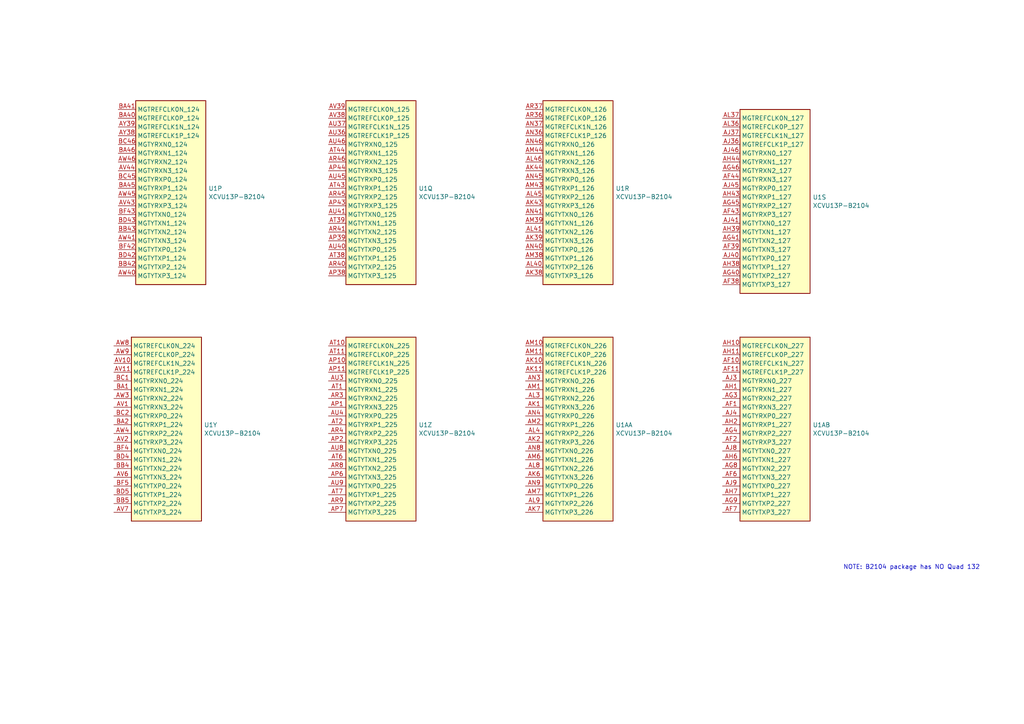
<source format=kicad_sch>
(kicad_sch (version 20231120) (generator "eeschema") (generator_version "8.0")
  (paper "A4")
  (lib_symbols
    (symbol "CHIPSAlliance_FPGA_Xilinx_Virtex_UltraScale_Plus:XCVU13P-B2104"
      (property "Reference" "U" (at -6.35 6.35 0))
      (property "Value" "XCVU13P-B2104" (at -6.35 3.81 0))
      (symbol "XCVU13P-B2104_1_1"
        (pin input line (at 0 -27.94 0) (length 5.08) (name "PUDC_B_0") (number "AA12"))
        (pin bidirectional line (at 0 -12.7 0) (length 5.08) (name "DONE_0") (number "AC12"))
        (pin output line (at 0 -38.1 0) (length 5.08) (name "TDO_0") (number "AC13"))
        (pin power_in line (at 0 -43.18 0) (length 5.08) (name "VCCO_0[2]") (number "AD13"))
        (pin input line (at 0 -25.4 0) (length 5.08) (name "PROGRAM_B_0") (number "AE12"))
        (pin input line (at 0 -33.02 0) (length 5.08) (name "TCK_0") (number "AE13"))
        (pin input line (at 0 -35.56 0) (length 5.08) (name "TDI_0") (number "AE15"))
        (pin passive line (at 0 -43.18 0) (length 5.08) hide (name "VCCO_0[2]") (number "AF13"))
        (pin bidirectional line (at 0 -30.48 0) (length 5.08) (name "RDWR_FCS_B_0") (number "AG12"))
        (pin bidirectional line (at 0 0 0) (length 5.08) (name "CCLK_0") (number "AG13"))
        (pin input line (at 0 -40.64 0) (length 5.08) (name "TMS_0") (number "AG15"))
        (pin bidirectional line (at 0 -10.16 0) (length 5.08) (name "D03_0") (number "AH12"))
        (pin bidirectional line (at 0 -5.08 0) (length 5.08) (name "D01_DIN_0") (number "AJ12"))
        (pin bidirectional line (at 0 -2.54 0) (length 5.08) (name "D00_MOSI_0") (number "AK12"))
        (pin bidirectional line (at 0 -7.62 0) (length 5.08) (name "D02_0") (number "AL12"))
        (pin input line (at 0 -22.86 0) (length 5.08) (name "M2_0") (number "R12"))
        (pin input line (at 0 -20.32 0) (length 5.08) (name "M1_0") (number "U12"))
        (pin input line (at 0 -17.78 0) (length 5.08) (name "M0_0") (number "V12"))
        (pin bidirectional line (at 0 -15.24 0) (length 5.08) (name "INIT_B_0") (number "Y12"))
      )
      (symbol "XCVU13P-B2104_2_1"
        (pin input line (at 0 -134.62 0) (length 5.08) (name "VREF_61") (number "AK30"))
        (pin bidirectional line (at 0 -119.38 0) (length 5.08) (name "IO_L24P_T3U_N10_61") (number "AL29"))
        (pin bidirectional line (at 0 -116.84 0) (length 5.08) (name "IO_L24N_T3U_N11_61") (number "AL30"))
        (pin bidirectional line (at 0 -109.22 0) (length 5.08) (name "IO_L22P_T3U_N6_DBC_AD0P_61") (number "AM29"))
        (pin bidirectional line (at 0 -106.68 0) (length 5.08) (name "IO_L22N_T3U_N7_DBC_AD0N_61") (number "AM30"))
        (pin bidirectional line (at 0 -114.3 0) (length 5.08) (name "IO_L23P_T3U_N8_61") (number "AM31"))
        (pin bidirectional line (at 0 -104.14 0) (length 5.08) (name "IO_L21P_T3L_N4_AD8P_61") (number "AN29"))
        (pin power_in line (at 0 -132.08 0) (length 5.08) (name "VCCO_61[6]") (number "AN30"))
        (pin bidirectional line (at 0 -111.76 0) (length 5.08) (name "IO_L23N_T3U_N9_61") (number "AN31"))
        (pin bidirectional line (at 0 -101.6 0) (length 5.08) (name "IO_L21N_T3L_N5_AD8N_61") (number "AP29"))
        (pin bidirectional line (at 0 -99.06 0) (length 5.08) (name "IO_L20P_T3L_N2_AD1P_61") (number "AP30"))
        (pin bidirectional line (at 0 -93.98 0) (length 5.08) (name "IO_L19P_T3L_N0_DBC_AD9P_61") (number "AP31"))
        (pin bidirectional line (at 0 -96.52 0) (length 5.08) (name "IO_L20N_T3L_N3_AD1N_61") (number "AR30"))
        (pin bidirectional line (at 0 -91.44 0) (length 5.08) (name "IO_L19N_T3L_N1_DBC_AD9N_61") (number "AR31"))
        (pin bidirectional line (at 0 -129.54 0) (length 5.08) (name "IO_T3U_N12_61") (number "AR32"))
        (pin bidirectional line (at 0 -88.9 0) (length 5.08) (name "IO_L18P_T2U_N10_AD2P_61") (number "AT29"))
        (pin bidirectional line (at 0 -86.36 0) (length 5.08) (name "IO_L18N_T2U_N11_AD2N_61") (number "AT30"))
        (pin passive line (at 0 -132.08 0) (length 5.08) hide (name "VCCO_61[6]") (number "AT31"))
        (pin bidirectional line (at 0 -127 0) (length 5.08) (name "IO_T2U_N12_61") (number "AT32"))
        (pin bidirectional line (at 0 -78.74 0) (length 5.08) (name "IO_L16P_T2U_N6_QBC_AD3P_61") (number "AU29"))
        (pin bidirectional line (at 0 -83.82 0) (length 5.08) (name "IO_L17P_T2U_N8_AD10P_61") (number "AU30"))
        (pin bidirectional line (at 0 -81.28 0) (length 5.08) (name "IO_L17N_T2U_N9_AD10N_61") (number "AU31"))
        (pin bidirectional line (at 0 -73.66 0) (length 5.08) (name "IO_L15P_T2L_N4_AD11P_61") (number "AU32"))
        (pin bidirectional line (at 0 -76.2 0) (length 5.08) (name "IO_L16N_T2U_N7_QBC_AD3N_61") (number "AV29"))
        (pin bidirectional line (at 0 -68.58 0) (length 5.08) (name "IO_L14P_T2L_N2_GC_61") (number "AV31"))
        (pin bidirectional line (at 0 -71.12 0) (length 5.08) (name "IO_L15N_T2L_N5_AD11N_61") (number "AV32"))
        (pin bidirectional line (at 0 -63.5 0) (length 5.08) (name "IO_L13P_T2L_N0_GC_QBC_61") (number "AW29"))
        (pin bidirectional line (at 0 -60.96 0) (length 5.08) (name "IO_L13N_T2L_N1_GC_QBC_61") (number "AW30"))
        (pin bidirectional line (at 0 -66.04 0) (length 5.08) (name "IO_L14N_T2L_N3_GC_61") (number "AW31"))
        (pin passive line (at 0 -132.08 0) (length 5.08) hide (name "VCCO_61[6]") (number "AW32"))
        (pin passive line (at 0 -132.08 0) (length 5.08) hide (name "VCCO_61[6]") (number "AY29"))
        (pin bidirectional line (at 0 -53.34 0) (length 5.08) (name "IO_L11P_T1U_N8_GC_61") (number "AY30"))
        (pin bidirectional line (at 0 -58.42 0) (length 5.08) (name "IO_L12P_T1U_N10_GC_61") (number "AY31"))
        (pin bidirectional line (at 0 -55.88 0) (length 5.08) (name "IO_L12N_T1U_N11_GC_61") (number "AY32"))
        (pin bidirectional line (at 0 -43.18 0) (length 5.08) (name "IO_L9P_T1L_N4_AD12P_61") (number "BA29"))
        (pin bidirectional line (at 0 -50.8 0) (length 5.08) (name "IO_L11N_T1U_N9_GC_61") (number "BA30"))
        (pin bidirectional line (at 0 -48.26 0) (length 5.08) (name "IO_L10P_T1U_N6_QBC_AD4P_61") (number "BA32"))
        (pin bidirectional line (at 0 -40.64 0) (length 5.08) (name "IO_L9N_T1L_N5_AD12N_61") (number "BB29"))
        (pin bidirectional line (at 0 -38.1 0) (length 5.08) (name "IO_L8P_T1L_N2_AD5P_61") (number "BB30"))
        (pin bidirectional line (at 0 -35.56 0) (length 5.08) (name "IO_L8N_T1L_N3_AD5N_61") (number "BB31"))
        (pin bidirectional line (at 0 -45.72 0) (length 5.08) (name "IO_L10N_T1U_N7_QBC_AD4N_61") (number "BB32"))
        (pin bidirectional line (at 0 -27.94 0) (length 5.08) (name "IO_L6P_T0U_N10_AD6P_61") (number "BC29"))
        (pin passive line (at 0 -132.08 0) (length 5.08) hide (name "VCCO_61[6]") (number "BC30"))
        (pin bidirectional line (at 0 -33.02 0) (length 5.08) (name "IO_L7P_T1L_N0_QBC_AD13P_61") (number "BC31"))
        (pin bidirectional line (at 0 -30.48 0) (length 5.08) (name "IO_L7N_T1L_N1_QBC_AD13N_61") (number "BC32"))
        (pin bidirectional line (at 0 -124.46 0) (length 5.08) (name "IO_T1U_N12_61") (number "BC33"))
        (pin bidirectional line (at 0 -25.4 0) (length 5.08) (name "IO_L6N_T0U_N11_AD6N_61") (number "BD29"))
        (pin bidirectional line (at 0 -17.78 0) (length 5.08) (name "IO_L4P_T0U_N6_DBC_AD7P_61") (number "BD30"))
        (pin bidirectional line (at 0 -15.24 0) (length 5.08) (name "IO_L4N_T0U_N7_DBC_AD7N_61") (number "BD31"))
        (pin bidirectional line (at 0 -22.86 0) (length 5.08) (name "IO_L5P_T0U_N8_AD14P_61") (number "BD33"))
        (pin bidirectional line (at 0 -12.7 0) (length 5.08) (name "IO_L3P_T0L_N4_AD15P_61") (number "BE30"))
        (pin bidirectional line (at 0 -7.62 0) (length 5.08) (name "IO_L2P_T0L_N2_61") (number "BE31"))
        (pin bidirectional line (at 0 -5.08 0) (length 5.08) (name "IO_L2N_T0L_N3_61") (number "BE32"))
        (pin bidirectional line (at 0 -20.32 0) (length 5.08) (name "IO_L5N_T0U_N9_AD14N_61") (number "BE33"))
        (pin bidirectional line (at 0 -10.16 0) (length 5.08) (name "IO_L3N_T0L_N5_AD15N_61") (number "BF30"))
        (pin passive line (at 0 -132.08 0) (length 5.08) hide (name "VCCO_61[6]") (number "BF31"))
        (pin bidirectional line (at 0 -2.54 0) (length 5.08) (name "IO_L1P_T0L_N0_DBC_61") (number "BF32"))
        (pin bidirectional line (at 0 0 0) (length 5.08) (name "IO_L1N_T0L_N1_DBC_61") (number "BF33"))
        (pin bidirectional line (at 0 -121.92 0) (length 5.08) (name "IO_T0U_N12_VRP_61") (number "BF34"))
      )
      (symbol "XCVU13P-B2104_3_1"
        (pin input line (at 0 -134.62 0) (length 5.08) (name "VREF_62") (number "AK33"))
        (pin bidirectional line (at 0 -114.3 0) (length 5.08) (name "IO_L23P_T3U_N8_62") (number "AL32"))
        (pin bidirectional line (at 0 -129.54 0) (length 5.08) (name "IO_T3U_N12_62") (number "AL33"))
        (pin bidirectional line (at 0 -119.38 0) (length 5.08) (name "IO_L24P_T3U_N10_62") (number "AL34"))
        (pin bidirectional line (at 0 -111.76 0) (length 5.08) (name "IO_L23N_T3U_N9_62") (number "AM32"))
        (pin power_in line (at 0 -132.08 0) (length 5.08) (name "VCCO_62[7]") (number "AM33"))
        (pin bidirectional line (at 0 -116.84 0) (length 5.08) (name "IO_L24N_T3U_N11_62") (number "AM34"))
        (pin bidirectional line (at 0 -109.22 0) (length 5.08) (name "IO_L22P_T3U_N6_DBC_AD0P_62") (number "AN32"))
        (pin bidirectional line (at 0 -106.68 0) (length 5.08) (name "IO_L22N_T3U_N7_DBC_AD0N_62") (number "AN33"))
        (pin bidirectional line (at 0 -104.14 0) (length 5.08) (name "IO_L21P_T3L_N4_AD8P_62") (number "AN34"))
        (pin bidirectional line (at 0 -99.06 0) (length 5.08) (name "IO_L20P_T3L_N2_AD1P_62") (number "AP33"))
        (pin bidirectional line (at 0 -101.6 0) (length 5.08) (name "IO_L21N_T3L_N5_AD8N_62") (number "AP34"))
        (pin bidirectional line (at 0 -96.52 0) (length 5.08) (name "IO_L20N_T3L_N3_AD1N_62") (number "AR33"))
        (pin passive line (at 0 -132.08 0) (length 5.08) hide (name "VCCO_62[7]") (number "AR34"))
        (pin bidirectional line (at 0 -93.98 0) (length 5.08) (name "IO_L19P_T3L_N0_DBC_AD9P_62") (number "AT33"))
        (pin bidirectional line (at 0 -91.44 0) (length 5.08) (name "IO_L19N_T3L_N1_DBC_AD9N_62") (number "AT34"))
        (pin bidirectional line (at 0 -127 0) (length 5.08) (name "IO_T2U_N12_62") (number "AU34"))
        (pin bidirectional line (at 0 -88.9 0) (length 5.08) (name "IO_L18P_T2U_N10_AD2P_62") (number "AV33"))
        (pin bidirectional line (at 0 -83.82 0) (length 5.08) (name "IO_L17P_T2U_N8_AD10P_62") (number "AV34"))
        (pin bidirectional line (at 0 -86.36 0) (length 5.08) (name "IO_L18N_T2U_N11_AD2N_62") (number "AW33"))
        (pin bidirectional line (at 0 -81.28 0) (length 5.08) (name "IO_L17N_T2U_N9_AD10N_62") (number "AW34"))
        (pin bidirectional line (at 0 -78.74 0) (length 5.08) (name "IO_L16P_T2U_N6_QBC_AD3P_62") (number "AW35"))
        (pin bidirectional line (at 0 -76.2 0) (length 5.08) (name "IO_L16N_T2U_N7_QBC_AD3N_62") (number "AW36"))
        (pin bidirectional line (at 0 -73.66 0) (length 5.08) (name "IO_L15P_T2L_N4_AD11P_62") (number "AY33"))
        (pin bidirectional line (at 0 -68.58 0) (length 5.08) (name "IO_L14P_T2L_N2_GC_62") (number "AY35"))
        (pin bidirectional line (at 0 -66.04 0) (length 5.08) (name "IO_L14N_T2L_N3_GC_62") (number "AY36"))
        (pin bidirectional line (at 0 -71.12 0) (length 5.08) (name "IO_L15N_T2L_N5_AD11N_62") (number "BA33"))
        (pin bidirectional line (at 0 -63.5 0) (length 5.08) (name "IO_L13P_T2L_N0_GC_QBC_62") (number "BA34"))
        (pin bidirectional line (at 0 -58.42 0) (length 5.08) (name "IO_L12P_T1U_N10_GC_62") (number "BA35"))
        (pin passive line (at 0 -132.08 0) (length 5.08) hide (name "VCCO_62[7]") (number "BA36"))
        (pin passive line (at 0 -132.08 0) (length 5.08) hide (name "VCCO_62[7]") (number "BB33"))
        (pin bidirectional line (at 0 -60.96 0) (length 5.08) (name "IO_L13N_T2L_N1_GC_QBC_62") (number "BB34"))
        (pin bidirectional line (at 0 -55.88 0) (length 5.08) (name "IO_L12N_T1U_N11_GC_62") (number "BB35"))
        (pin bidirectional line (at 0 -53.34 0) (length 5.08) (name "IO_L11P_T1U_N8_GC_62") (number "BB36"))
        (pin bidirectional line (at 0 -48.26 0) (length 5.08) (name "IO_L10P_T1U_N6_QBC_AD4P_62") (number "BB37"))
        (pin bidirectional line (at 0 -27.94 0) (length 5.08) (name "IO_L6P_T0U_N10_AD6P_62") (number "BB38"))
        (pin bidirectional line (at 0 -33.02 0) (length 5.08) (name "IO_L7P_T1L_N0_QBC_AD13P_62") (number "BC34"))
        (pin bidirectional line (at 0 -50.8 0) (length 5.08) (name "IO_L11N_T1U_N9_GC_62") (number "BC36"))
        (pin bidirectional line (at 0 -45.72 0) (length 5.08) (name "IO_L10N_T1U_N7_QBC_AD4N_62") (number "BC37"))
        (pin bidirectional line (at 0 -25.4 0) (length 5.08) (name "IO_L6N_T0U_N11_AD6N_62") (number "BC38"))
        (pin bidirectional line (at 0 -22.86 0) (length 5.08) (name "IO_L5P_T0U_N8_AD14P_62") (number "BC39"))
        (pin passive line (at 0 -132.08 0) (length 5.08) hide (name "VCCO_62[7]") (number "BC40"))
        (pin bidirectional line (at 0 -30.48 0) (length 5.08) (name "IO_L7N_T1L_N1_QBC_AD13N_62") (number "BD34"))
        (pin bidirectional line (at 0 -38.1 0) (length 5.08) (name "IO_L8P_T1L_N2_AD5P_62") (number "BD35"))
        (pin bidirectional line (at 0 -43.18 0) (length 5.08) (name "IO_L9P_T1L_N4_AD12P_62") (number "BD36"))
        (pin passive line (at 0 -132.08 0) (length 5.08) hide (name "VCCO_62[7]") (number "BD37"))
        (pin bidirectional line (at 0 -121.92 0) (length 5.08) (name "IO_T0U_N12_VRP_62") (number "BD38"))
        (pin bidirectional line (at 0 -20.32 0) (length 5.08) (name "IO_L5N_T0U_N9_AD14N_62") (number "BD39"))
        (pin bidirectional line (at 0 -17.78 0) (length 5.08) (name "IO_L4P_T0U_N6_DBC_AD7P_62") (number "BD40"))
        (pin passive line (at 0 -132.08 0) (length 5.08) hide (name "VCCO_62[7]") (number "BE34"))
        (pin bidirectional line (at 0 -35.56 0) (length 5.08) (name "IO_L8N_T1L_N3_AD5N_62") (number "BE35"))
        (pin bidirectional line (at 0 -40.64 0) (length 5.08) (name "IO_L9N_T1L_N5_AD12N_62") (number "BE36"))
        (pin bidirectional line (at 0 -12.7 0) (length 5.08) (name "IO_L3P_T0L_N4_AD15P_62") (number "BE37"))
        (pin bidirectional line (at 0 -7.62 0) (length 5.08) (name "IO_L2P_T0L_N2_62") (number "BE38"))
        (pin bidirectional line (at 0 -15.24 0) (length 5.08) (name "IO_L4N_T0U_N7_DBC_AD7N_62") (number "BE40"))
        (pin bidirectional line (at 0 -124.46 0) (length 5.08) (name "IO_T1U_N12_62") (number "BF35"))
        (pin bidirectional line (at 0 -10.16 0) (length 5.08) (name "IO_L3N_T0L_N5_AD15N_62") (number "BF37"))
        (pin bidirectional line (at 0 -5.08 0) (length 5.08) (name "IO_L2N_T0L_N3_62") (number "BF38"))
        (pin bidirectional line (at 0 -2.54 0) (length 5.08) (name "IO_L1P_T0L_N0_DBC_62") (number "BF39"))
        (pin bidirectional line (at 0 0 0) (length 5.08) (name "IO_L1N_T0L_N1_DBC_62") (number "BF40"))
      )
      (symbol "XCVU13P-B2104_4_1"
        (pin bidirectional line (at 0 -93.98 0) (length 5.08) (name "IO_L19P_T3L_N0_DBC_AD9P_63") (number "AA32"))
        (pin bidirectional line (at 0 -91.44 0) (length 5.08) (name "IO_L19N_T3L_N1_DBC_AD9N_63") (number "AA33"))
        (pin bidirectional line (at 0 -99.06 0) (length 5.08) (name "IO_L20P_T3L_N2_AD1P_63") (number "AA34"))
        (pin input line (at 0 -134.62 0) (length 5.08) (name "VREF_63") (number "AB31"))
        (pin bidirectional line (at 0 -129.54 0) (length 5.08) (name "IO_T3U_N12_63") (number "AB32"))
        (pin passive line (at 0 -132.08 0) (length 5.08) hide (name "VCCO_63[6]") (number "AB33"))
        (pin bidirectional line (at 0 -96.52 0) (length 5.08) (name "IO_L20N_T3L_N3_AD1N_63") (number "AB34"))
        (pin bidirectional line (at 0 -78.74 0) (length 5.08) (name "IO_L16P_T2U_N6_QBC_AD3P_63") (number "AC31"))
        (pin bidirectional line (at 0 -83.82 0) (length 5.08) (name "IO_L17P_T2U_N8_AD10P_63") (number "AC32"))
        (pin bidirectional line (at 0 -81.28 0) (length 5.08) (name "IO_L17N_T2U_N9_AD10N_63") (number "AC33"))
        (pin bidirectional line (at 0 -88.9 0) (length 5.08) (name "IO_L18P_T2U_N10_AD2P_63") (number "AC34"))
        (pin bidirectional line (at 0 -127 0) (length 5.08) (name "IO_T2U_N12_63") (number "AD30"))
        (pin bidirectional line (at 0 -76.2 0) (length 5.08) (name "IO_L16N_T2U_N7_QBC_AD3N_63") (number "AD31"))
        (pin bidirectional line (at 0 -68.58 0) (length 5.08) (name "IO_L14P_T2L_N2_GC_63") (number "AD33"))
        (pin bidirectional line (at 0 -86.36 0) (length 5.08) (name "IO_L18N_T2U_N11_AD2N_63") (number "AD34"))
        (pin bidirectional line (at 0 -73.66 0) (length 5.08) (name "IO_L15P_T2L_N4_AD11P_63") (number "AE30"))
        (pin bidirectional line (at 0 -63.5 0) (length 5.08) (name "IO_L13P_T2L_N0_GC_QBC_63") (number "AE31"))
        (pin bidirectional line (at 0 -60.96 0) (length 5.08) (name "IO_L13N_T2L_N1_GC_QBC_63") (number "AE32"))
        (pin bidirectional line (at 0 -66.04 0) (length 5.08) (name "IO_L14N_T2L_N3_GC_63") (number "AE33"))
        (pin passive line (at 0 -132.08 0) (length 5.08) hide (name "VCCO_63[6]") (number "AE34"))
        (pin bidirectional line (at 0 -71.12 0) (length 5.08) (name "IO_L15N_T2L_N5_AD11N_63") (number "AF30"))
        (pin passive line (at 0 -132.08 0) (length 5.08) hide (name "VCCO_63[6]") (number "AF31"))
        (pin bidirectional line (at 0 -58.42 0) (length 5.08) (name "IO_L12P_T1U_N10_GC_63") (number "AF32"))
        (pin bidirectional line (at 0 -55.88 0) (length 5.08) (name "IO_L12N_T1U_N11_GC_63") (number "AF33"))
        (pin bidirectional line (at 0 -43.18 0) (length 5.08) (name "IO_L9P_T1L_N4_AD12P_63") (number "AF34"))
        (pin bidirectional line (at 0 -22.86 0) (length 5.08) (name "IO_L5P_T0U_N8_AD14P_63") (number "AG29"))
        (pin bidirectional line (at 0 -20.32 0) (length 5.08) (name "IO_L5N_T0U_N9_AD14N_63") (number "AG30"))
        (pin bidirectional line (at 0 -53.34 0) (length 5.08) (name "IO_L11P_T1U_N8_GC_63") (number "AG31"))
        (pin bidirectional line (at 0 -50.8 0) (length 5.08) (name "IO_L11N_T1U_N9_GC_63") (number "AG32"))
        (pin bidirectional line (at 0 -40.64 0) (length 5.08) (name "IO_L9N_T1L_N5_AD12N_63") (number "AG34"))
        (pin bidirectional line (at 0 -17.78 0) (length 5.08) (name "IO_L4P_T0U_N6_DBC_AD7P_63") (number "AH28"))
        (pin bidirectional line (at 0 -15.24 0) (length 5.08) (name "IO_L4N_T0U_N7_DBC_AD7N_63") (number "AH29"))
        (pin bidirectional line (at 0 -48.26 0) (length 5.08) (name "IO_L10P_T1U_N6_QBC_AD4P_63") (number "AH31"))
        (pin bidirectional line (at 0 -45.72 0) (length 5.08) (name "IO_L10N_T1U_N7_QBC_AD4N_63") (number "AH32"))
        (pin bidirectional line (at 0 -38.1 0) (length 5.08) (name "IO_L8P_T1L_N2_AD5P_63") (number "AH33"))
        (pin bidirectional line (at 0 -33.02 0) (length 5.08) (name "IO_L7P_T1L_N0_QBC_AD13P_63") (number "AH34"))
        (pin bidirectional line (at 0 -2.54 0) (length 5.08) (name "IO_L1P_T0L_N0_DBC_63") (number "AJ27"))
        (pin bidirectional line (at 0 -7.62 0) (length 5.08) (name "IO_L2P_T0L_N2_63") (number "AJ28"))
        (pin bidirectional line (at 0 -12.7 0) (length 5.08) (name "IO_L3P_T0L_N4_AD15P_63") (number "AJ29"))
        (pin bidirectional line (at 0 -10.16 0) (length 5.08) (name "IO_L3N_T0L_N5_AD15N_63") (number "AJ30"))
        (pin bidirectional line (at 0 -27.94 0) (length 5.08) (name "IO_L6P_T0U_N10_AD6P_63") (number "AJ31"))
        (pin passive line (at 0 -132.08 0) (length 5.08) hide (name "VCCO_63[6]") (number "AJ32"))
        (pin bidirectional line (at 0 -35.56 0) (length 5.08) (name "IO_L8N_T1L_N3_AD5N_63") (number "AJ33"))
        (pin bidirectional line (at 0 -30.48 0) (length 5.08) (name "IO_L7N_T1L_N1_QBC_AD13N_63") (number "AJ34"))
        (pin bidirectional line (at 0 -121.92 0) (length 5.08) (name "IO_T0U_N12_VRP_63") (number "AK26"))
        (pin bidirectional line (at 0 0 0) (length 5.08) (name "IO_L1N_T0L_N1_DBC_63") (number "AK27"))
        (pin bidirectional line (at 0 -5.08 0) (length 5.08) (name "IO_L2N_T0L_N3_63") (number "AK28"))
        (pin passive line (at 0 -132.08 0) (length 5.08) hide (name "VCCO_63[6]") (number "AK29"))
        (pin bidirectional line (at 0 -25.4 0) (length 5.08) (name "IO_L6N_T0U_N11_AD6N_63") (number "AK31"))
        (pin bidirectional line (at 0 -124.46 0) (length 5.08) (name "IO_T1U_N12_63") (number "AK32"))
        (pin bidirectional line (at 0 -104.14 0) (length 5.08) (name "IO_L21P_T3L_N4_AD8P_63") (number "W30"))
        (pin bidirectional line (at 0 -109.22 0) (length 5.08) (name "IO_L22P_T3U_N6_DBC_AD0P_63") (number "W31"))
        (pin power_in line (at 0 -132.08 0) (length 5.08) (name "VCCO_63[6]") (number "W32"))
        (pin bidirectional line (at 0 -119.38 0) (length 5.08) (name "IO_L24P_T3U_N10_63") (number "W33"))
        (pin bidirectional line (at 0 -116.84 0) (length 5.08) (name "IO_L24N_T3U_N11_63") (number "W34"))
        (pin bidirectional line (at 0 -101.6 0) (length 5.08) (name "IO_L21N_T3L_N5_AD8N_63") (number "Y30"))
        (pin bidirectional line (at 0 -106.68 0) (length 5.08) (name "IO_L22N_T3U_N7_DBC_AD0N_63") (number "Y31"))
        (pin bidirectional line (at 0 -114.3 0) (length 5.08) (name "IO_L23P_T3U_N8_63") (number "Y32"))
        (pin bidirectional line (at 0 -111.76 0) (length 5.08) (name "IO_L23N_T3U_N9_63") (number "Y33"))
      )
      (symbol "XCVU13P-B2104_5_1"
        (pin bidirectional line (at 0 -119.38 0) (length 5.08) (name "IO_L24P_T3U_N10_64") (number "AL21"))
        (pin bidirectional line (at 0 -114.3 0) (length 5.08) (name "IO_L23P_T3U_N8_64") (number "AL22"))
        (pin input line (at 0 -134.62 0) (length 5.08) (name "VREF_64") (number "AL23"))
        (pin bidirectional line (at 0 -109.22 0) (length 5.08) (name "IO_L22P_T3U_N6_DBC_AD0P_64") (number "AL24"))
        (pin bidirectional line (at 0 -116.84 0) (length 5.08) (name "IO_L24N_T3U_N11_64") (number "AM21"))
        (pin bidirectional line (at 0 -111.76 0) (length 5.08) (name "IO_L23N_T3U_N9_64") (number "AM22"))
        (pin power_in line (at 0 -132.08 0) (length 5.08) (name "VCCO_64[8]") (number "AM23"))
        (pin bidirectional line (at 0 -106.68 0) (length 5.08) (name "IO_L22N_T3U_N7_DBC_AD0N_64") (number "AM24"))
        (pin bidirectional line (at 0 -91.44 0) (length 5.08) (name "IO_L19N_T3L_N1_DBC_AD9N_64") (number "AN21"))
        (pin bidirectional line (at 0 -93.98 0) (length 5.08) (name "IO_L19P_T3L_N0_DBC_AD9P_64") (number "AN22"))
        (pin bidirectional line (at 0 -99.06 0) (length 5.08) (name "IO_L20P_T3L_N2_AD1P_64") (number "AN23"))
        (pin bidirectional line (at 0 -104.14 0) (length 5.08) (name "IO_L21P_T3L_N4_AD8P_64") (number "AN24"))
        (pin bidirectional line (at 0 -129.54 0) (length 5.08) (name "IO_T3U_N12_64") (number "AP21"))
        (pin bidirectional line (at 0 -96.52 0) (length 5.08) (name "IO_L20N_T3L_N3_AD1N_64") (number "AP23"))
        (pin bidirectional line (at 0 -101.6 0) (length 5.08) (name "IO_L21N_T3L_N5_AD8N_64") (number "AP24"))
        (pin bidirectional line (at 0 -127 0) (length 5.08) (name "IO_T2U_N12_64") (number "AR21"))
        (pin bidirectional line (at 0 -78.74 0) (length 5.08) (name "IO_L16P_T2U_N6_QBC_AD3P_64") (number "AR22"))
        (pin bidirectional line (at 0 -83.82 0) (length 5.08) (name "IO_L17P_T2U_N8_AD10P_64") (number "AR23"))
        (pin passive line (at 0 -132.08 0) (length 5.08) hide (name "VCCO_64[8]") (number "AR24"))
        (pin passive line (at 0 -132.08 0) (length 5.08) hide (name "VCCO_64[8]") (number "AT21"))
        (pin bidirectional line (at 0 -76.2 0) (length 5.08) (name "IO_L16N_T2U_N7_QBC_AD3N_64") (number "AT22"))
        (pin bidirectional line (at 0 -81.28 0) (length 5.08) (name "IO_L17N_T2U_N9_AD10N_64") (number "AT23"))
        (pin bidirectional line (at 0 -88.9 0) (length 5.08) (name "IO_L18P_T2U_N10_AD2P_64") (number "AT24"))
        (pin bidirectional line (at 0 -73.66 0) (length 5.08) (name "IO_L15P_T2L_N4_AD11P_64") (number "AU22"))
        (pin bidirectional line (at 0 -86.36 0) (length 5.08) (name "IO_L18N_T2U_N11_AD2N_64") (number "AU24"))
        (pin bidirectional line (at 0 -71.12 0) (length 5.08) (name "IO_L15N_T2L_N5_AD11N_64") (number "AV22"))
        (pin bidirectional line (at 0 -63.5 0) (length 5.08) (name "IO_L13P_T2L_N0_GC_QBC_64") (number "AV23"))
        (pin bidirectional line (at 0 -68.58 0) (length 5.08) (name "IO_L14P_T2L_N2_GC_64") (number "AV24"))
        (pin passive line (at 0 -132.08 0) (length 5.08) hide (name "VCCO_64[8]") (number "AW22"))
        (pin bidirectional line (at 0 -60.96 0) (length 5.08) (name "IO_L13N_T2L_N1_GC_QBC_64") (number "AW23"))
        (pin bidirectional line (at 0 -66.04 0) (length 5.08) (name "IO_L14N_T2L_N3_GC_64") (number "AW24"))
        (pin bidirectional line (at 0 -53.34 0) (length 5.08) (name "IO_L11P_T1U_N8_GC_64") (number "AY22"))
        (pin bidirectional line (at 0 -58.42 0) (length 5.08) (name "IO_L12P_T1U_N10_GC_64") (number "AY23"))
        (pin bidirectional line (at 0 -33.02 0) (length 5.08) (name "IO_L7P_T1L_N0_QBC_AD13P_64") (number "BA20"))
        (pin bidirectional line (at 0 -50.8 0) (length 5.08) (name "IO_L11N_T1U_N9_GC_64") (number "BA22"))
        (pin bidirectional line (at 0 -55.88 0) (length 5.08) (name "IO_L12N_T1U_N11_GC_64") (number "BA23"))
        (pin bidirectional line (at 0 -48.26 0) (length 5.08) (name "IO_L10P_T1U_N6_QBC_AD4P_64") (number "BA24"))
        (pin bidirectional line (at 0 -30.48 0) (length 5.08) (name "IO_L7N_T1L_N1_QBC_AD13N_64") (number "BB20"))
        (pin bidirectional line (at 0 -38.1 0) (length 5.08) (name "IO_L8P_T1L_N2_AD5P_64") (number "BB21"))
        (pin bidirectional line (at 0 -43.18 0) (length 5.08) (name "IO_L9P_T1L_N4_AD12P_64") (number "BB22"))
        (pin passive line (at 0 -132.08 0) (length 5.08) hide (name "VCCO_64[8]") (number "BB23"))
        (pin bidirectional line (at 0 -45.72 0) (length 5.08) (name "IO_L10N_T1U_N7_QBC_AD4N_64") (number "BB24"))
        (pin passive line (at 0 -132.08 0) (length 5.08) hide (name "VCCO_64[8]") (number "BC20"))
        (pin bidirectional line (at 0 -35.56 0) (length 5.08) (name "IO_L8N_T1L_N3_AD5N_64") (number "BC21"))
        (pin bidirectional line (at 0 -40.64 0) (length 5.08) (name "IO_L9N_T1L_N5_AD12N_64") (number "BC22"))
        (pin bidirectional line (at 0 -124.46 0) (length 5.08) (name "IO_T1U_N12_64") (number "BC23"))
        (pin bidirectional line (at 0 -12.7 0) (length 5.08) (name "IO_L3P_T0L_N4_AD15P_64") (number "BC24"))
        (pin bidirectional line (at 0 -27.94 0) (length 5.08) (name "IO_L6P_T0U_N10_AD6P_64") (number "BD20"))
        (pin bidirectional line (at 0 -22.86 0) (length 5.08) (name "IO_L5P_T0U_N8_AD14P_64") (number "BD21"))
        (pin bidirectional line (at 0 -7.62 0) (length 5.08) (name "IO_L2P_T0L_N2_64") (number "BD23"))
        (pin bidirectional line (at 0 -10.16 0) (length 5.08) (name "IO_L3N_T0L_N5_AD15N_64") (number "BD24"))
        (pin bidirectional line (at 0 -25.4 0) (length 5.08) (name "IO_L6N_T0U_N11_AD6N_64") (number "BE20"))
        (pin bidirectional line (at 0 -20.32 0) (length 5.08) (name "IO_L5N_T0U_N9_AD14N_64") (number "BE21"))
        (pin bidirectional line (at 0 -17.78 0) (length 5.08) (name "IO_L4P_T0U_N6_DBC_AD7P_64") (number "BE22"))
        (pin bidirectional line (at 0 -5.08 0) (length 5.08) (name "IO_L2N_T0L_N3_64") (number "BE23"))
        (pin passive line (at 0 -132.08 0) (length 5.08) hide (name "VCCO_64[8]") (number "BE24"))
        (pin bidirectional line (at 0 -121.92 0) (length 5.08) (name "IO_T0U_N12_VRP_64") (number "BF20"))
        (pin passive line (at 0 -132.08 0) (length 5.08) hide (name "VCCO_64[8]") (number "BF21"))
        (pin bidirectional line (at 0 -15.24 0) (length 5.08) (name "IO_L4N_T0U_N7_DBC_AD7N_64") (number "BF22"))
        (pin bidirectional line (at 0 0 0) (length 5.08) (name "IO_L1N_T0L_N1_DBC_64") (number "BF23"))
        (pin bidirectional line (at 0 -2.54 0) (length 5.08) (name "IO_L1P_T0L_N0_DBC_64") (number "BF24"))
      )
      (symbol "XCVU13P-B2104_6_1"
        (pin input line (at 0 -134.62 0) (length 5.08) (name "VREF_65") (number "AK25"))
        (pin bidirectional line (at 0 -104.14 0) (length 5.08) (name "IO_L21P_T3L_N4_AD8P_D06_65") (number "AL25"))
        (pin power_in line (at 0 -132.08 0) (length 5.08) (name "VCCO_65[6]") (number "AL26"))
        (pin bidirectional line (at 0 -119.38 0) (length 5.08) (name "IO_L24P_T3U_N10_EMCCLK_65") (number "AL27"))
        (pin bidirectional line (at 0 -116.84 0) (length 5.08) (name "IO_L24N_T3U_N11_DOUT_CSO_B_65") (number "AL28"))
        (pin bidirectional line (at 0 -101.6 0) (length 5.08) (name "IO_L21N_T3L_N5_AD8N_D07_65") (number "AM25"))
        (pin bidirectional line (at 0 -109.22 0) (length 5.08) (name "IO_L22P_T3U_N6_DBC_AD0P_D04_65") (number "AM26"))
        (pin bidirectional line (at 0 -114.3 0) (length 5.08) (name "IO_L23P_T3U_N8_I2C_SCLK_65") (number "AM27"))
        (pin bidirectional line (at 0 -106.68 0) (length 5.08) (name "IO_L22N_T3U_N7_DBC_AD0N_D05_65") (number "AN26"))
        (pin bidirectional line (at 0 -111.76 0) (length 5.08) (name "IO_L23N_T3U_N9_PERSTN1_I2C_SDA_65") (number "AN27"))
        (pin bidirectional line (at 0 -99.06 0) (length 5.08) (name "IO_L20P_T3L_N2_AD1P_D08_65") (number "AN28"))
        (pin bidirectional line (at 0 -93.98 0) (length 5.08) (name "IO_L19P_T3L_N0_DBC_AD9P_D10_65") (number "AP25"))
        (pin bidirectional line (at 0 -91.44 0) (length 5.08) (name "IO_L19N_T3L_N1_DBC_AD9N_D11_65") (number "AP26"))
        (pin passive line (at 0 -132.08 0) (length 5.08) hide (name "VCCO_65[6]") (number "AP27"))
        (pin bidirectional line (at 0 -96.52 0) (length 5.08) (name "IO_L20N_T3L_N3_AD1N_D09_65") (number "AP28"))
        (pin bidirectional line (at 0 -78.74 0) (length 5.08) (name "IO_L16P_T2U_N6_QBC_AD3P_A00_D16_65") (number "AR25"))
        (pin bidirectional line (at 0 -129.54 0) (length 5.08) (name "IO_T3U_N12_PERSTN0_65") (number "AR26"))
        (pin bidirectional line (at 0 -83.82 0) (length 5.08) (name "IO_L17P_T2U_N8_AD10P_D14_65") (number "AR27"))
        (pin bidirectional line (at 0 -88.9 0) (length 5.08) (name "IO_L18P_T2U_N10_AD2P_D12_65") (number "AR28"))
        (pin bidirectional line (at 0 -76.2 0) (length 5.08) (name "IO_L16N_T2U_N7_QBC_AD3N_A01_D17_65") (number "AT25"))
        (pin bidirectional line (at 0 -81.28 0) (length 5.08) (name "IO_L17N_T2U_N9_AD10N_D15_65") (number "AT27"))
        (pin bidirectional line (at 0 -86.36 0) (length 5.08) (name "IO_L18N_T2U_N11_AD2N_D13_65") (number "AT28"))
        (pin bidirectional line (at 0 -127 0) (length 5.08) (name "IO_T2U_N12_CSI_ADV_B_65") (number "AU25"))
        (pin bidirectional line (at 0 -73.66 0) (length 5.08) (name "IO_L15P_T2L_N4_AD11P_A02_D18_65") (number "AU26"))
        (pin bidirectional line (at 0 -71.12 0) (length 5.08) (name "IO_L15N_T2L_N5_AD11N_A03_D19_65") (number "AU27"))
        (pin passive line (at 0 -132.08 0) (length 5.08) hide (name "VCCO_65[6]") (number "AU28"))
        (pin passive line (at 0 -132.08 0) (length 5.08) hide (name "VCCO_65[6]") (number "AV25"))
        (pin bidirectional line (at 0 -63.5 0) (length 5.08) (name "IO_L13P_T2L_N0_GC_QBC_A06_D22_65") (number "AV26"))
        (pin bidirectional line (at 0 -68.58 0) (length 5.08) (name "IO_L14P_T2L_N2_GC_A04_D20_65") (number "AV27"))
        (pin bidirectional line (at 0 -66.04 0) (length 5.08) (name "IO_L14N_T2L_N3_GC_A05_D21_65") (number "AV28"))
        (pin bidirectional line (at 0 -48.26 0) (length 5.08) (name "IO_L10P_T1U_N6_QBC_AD4P_A12_D28_65") (number "AW25"))
        (pin bidirectional line (at 0 -60.96 0) (length 5.08) (name "IO_L13N_T2L_N1_GC_QBC_A07_D23_65") (number "AW26"))
        (pin bidirectional line (at 0 -58.42 0) (length 5.08) (name "IO_L12P_T1U_N10_GC_A08_D24_65") (number "AW28"))
        (pin bidirectional line (at 0 -45.72 0) (length 5.08) (name "IO_L10N_T1U_N7_QBC_AD4N_A13_D29_65") (number "AY25"))
        (pin bidirectional line (at 0 -53.34 0) (length 5.08) (name "IO_L11P_T1U_N8_GC_A10_D26_65") (number "AY26"))
        (pin bidirectional line (at 0 -50.8 0) (length 5.08) (name "IO_L11N_T1U_N9_GC_A11_D27_65") (number "AY27"))
        (pin bidirectional line (at 0 -55.88 0) (length 5.08) (name "IO_L12N_T1U_N11_GC_A09_D25_65") (number "AY28"))
        (pin bidirectional line (at 0 -33.02 0) (length 5.08) (name "IO_L7P_T1L_N0_QBC_AD13P_A18_65") (number "BA25"))
        (pin passive line (at 0 -132.08 0) (length 5.08) hide (name "VCCO_65[6]") (number "BA26"))
        (pin bidirectional line (at 0 -43.18 0) (length 5.08) (name "IO_L9P_T1L_N4_AD12P_A14_D30_65") (number "BA27"))
        (pin bidirectional line (at 0 -40.64 0) (length 5.08) (name "IO_L9N_T1L_N5_AD12N_A15_D31_65") (number "BA28"))
        (pin bidirectional line (at 0 -30.48 0) (length 5.08) (name "IO_L7N_T1L_N1_QBC_AD13N_A19_65") (number "BB25"))
        (pin bidirectional line (at 0 -38.1 0) (length 5.08) (name "IO_L8P_T1L_N2_AD5P_A16_65") (number "BB26"))
        (pin bidirectional line (at 0 -35.56 0) (length 5.08) (name "IO_L8N_T1L_N3_AD5N_A17_65") (number "BB27"))
        (pin bidirectional line (at 0 -27.94 0) (length 5.08) (name "IO_L6P_T0U_N10_AD6P_A20_65") (number "BC26"))
        (pin bidirectional line (at 0 -25.4 0) (length 5.08) (name "IO_L6N_T0U_N11_AD6N_A21_65") (number "BC27"))
        (pin bidirectional line (at 0 -124.46 0) (length 5.08) (name "IO_T1U_N12_SMBALERT_65") (number "BC28"))
        (pin bidirectional line (at 0 -121.92 0) (length 5.08) (name "IO_T0U_N12_VRP_A28_65") (number "BD25"))
        (pin bidirectional line (at 0 -17.78 0) (length 5.08) (name "IO_L4P_T0U_N6_DBC_AD7P_A24_65") (number "BD26"))
        (pin passive line (at 0 -132.08 0) (length 5.08) hide (name "VCCO_65[6]") (number "BD27"))
        (pin bidirectional line (at 0 -12.7 0) (length 5.08) (name "IO_L3P_T0L_N4_AD15P_A26_65") (number "BD28"))
        (pin bidirectional line (at 0 -22.86 0) (length 5.08) (name "IO_L5P_T0U_N8_AD14P_A22_65") (number "BE25"))
        (pin bidirectional line (at 0 -15.24 0) (length 5.08) (name "IO_L4N_T0U_N7_DBC_AD7N_A25_65") (number "BE26"))
        (pin bidirectional line (at 0 -7.62 0) (length 5.08) (name "IO_L2P_T0L_N2_FOE_B_65") (number "BE27"))
        (pin bidirectional line (at 0 -10.16 0) (length 5.08) (name "IO_L3N_T0L_N5_AD15N_A27_65") (number "BE28"))
        (pin bidirectional line (at 0 -20.32 0) (length 5.08) (name "IO_L5N_T0U_N9_AD14N_A23_65") (number "BF25"))
        (pin bidirectional line (at 0 -5.08 0) (length 5.08) (name "IO_L2N_T0L_N3_FWE_FCS2_B_65") (number "BF27"))
        (pin bidirectional line (at 0 -2.54 0) (length 5.08) (name "IO_L1P_T0L_N0_DBC_RS0_65") (number "BF28"))
        (pin bidirectional line (at 0 0 0) (length 5.08) (name "IO_L1N_T0L_N1_DBC_RS1_65") (number "BF29"))
      )
      (symbol "XCVU13P-B2104_7_1"
        (pin power_in line (at 0 -132.08 0) (length 5.08) (name "VCCO_66[6]") (number "AL16"))
        (pin bidirectional line (at 0 -109.22 0) (length 5.08) (name "IO_L22P_T3U_N6_DBC_AD0P_66") (number "AL17"))
        (pin input line (at 0 -134.62 0) (length 5.08) (name "VREF_66") (number "AL18"))
        (pin bidirectional line (at 0 -114.3 0) (length 5.08) (name "IO_L23P_T3U_N8_66") (number "AL19"))
        (pin bidirectional line (at 0 -119.38 0) (length 5.08) (name "IO_L24P_T3U_N10_66") (number "AL20"))
        (pin bidirectional line (at 0 -104.14 0) (length 5.08) (name "IO_L21P_T3L_N4_AD8P_66") (number "AM16"))
        (pin bidirectional line (at 0 -106.68 0) (length 5.08) (name "IO_L22N_T3U_N7_DBC_AD0N_66") (number "AM17"))
        (pin bidirectional line (at 0 -111.76 0) (length 5.08) (name "IO_L23N_T3U_N9_66") (number "AM19"))
        (pin bidirectional line (at 0 -116.84 0) (length 5.08) (name "IO_L24N_T3U_N11_66") (number "AM20"))
        (pin bidirectional line (at 0 -101.6 0) (length 5.08) (name "IO_L21N_T3L_N5_AD8N_66") (number "AN16"))
        (pin bidirectional line (at 0 -91.44 0) (length 5.08) (name "IO_L19N_T3L_N1_DBC_AD9N_66") (number "AN17"))
        (pin bidirectional line (at 0 -93.98 0) (length 5.08) (name "IO_L19P_T3L_N0_DBC_AD9P_66") (number "AN18"))
        (pin bidirectional line (at 0 -99.06 0) (length 5.08) (name "IO_L20P_T3L_N2_AD1P_66") (number "AN19"))
        (pin passive line (at 0 -132.08 0) (length 5.08) hide (name "VCCO_66[6]") (number "AN20"))
        (pin bidirectional line (at 0 -129.54 0) (length 5.08) (name "IO_T3U_N12_66") (number "AP16"))
        (pin passive line (at 0 -132.08 0) (length 5.08) hide (name "VCCO_66[6]") (number "AP17"))
        (pin bidirectional line (at 0 -83.82 0) (length 5.08) (name "IO_L17P_T2U_N8_AD10P_66") (number "AP18"))
        (pin bidirectional line (at 0 -96.52 0) (length 5.08) (name "IO_L20N_T3L_N3_AD1N_66") (number "AP19"))
        (pin bidirectional line (at 0 -88.9 0) (length 5.08) (name "IO_L18P_T2U_N10_AD2P_66") (number "AP20"))
        (pin bidirectional line (at 0 -78.74 0) (length 5.08) (name "IO_L16P_T2U_N6_QBC_AD3P_66") (number "AR17"))
        (pin bidirectional line (at 0 -81.28 0) (length 5.08) (name "IO_L17N_T2U_N9_AD10N_66") (number "AR18"))
        (pin bidirectional line (at 0 -86.36 0) (length 5.08) (name "IO_L18N_T2U_N11_AD2N_66") (number "AR20"))
        (pin bidirectional line (at 0 -76.2 0) (length 5.08) (name "IO_L16N_T2U_N7_QBC_AD3N_66") (number "AT17"))
        (pin bidirectional line (at 0 -73.66 0) (length 5.08) (name "IO_L15P_T2L_N4_AD11P_66") (number "AT18"))
        (pin bidirectional line (at 0 -63.5 0) (length 5.08) (name "IO_L13P_T2L_N0_GC_QBC_66") (number "AT19"))
        (pin bidirectional line (at 0 -68.58 0) (length 5.08) (name "IO_L14P_T2L_N2_GC_66") (number "AT20"))
        (pin bidirectional line (at 0 -71.12 0) (length 5.08) (name "IO_L15N_T2L_N5_AD11N_66") (number "AU17"))
        (pin passive line (at 0 -132.08 0) (length 5.08) hide (name "VCCO_66[6]") (number "AU18"))
        (pin bidirectional line (at 0 -60.96 0) (length 5.08) (name "IO_L13N_T2L_N1_GC_QBC_66") (number "AU19"))
        (pin bidirectional line (at 0 -66.04 0) (length 5.08) (name "IO_L14N_T2L_N3_GC_66") (number "AU20"))
        (pin bidirectional line (at 0 -127 0) (length 5.08) (name "IO_T2U_N12_66") (number "AU21"))
        (pin bidirectional line (at 0 -124.46 0) (length 5.08) (name "IO_T1U_N12_66") (number "AV17"))
        (pin bidirectional line (at 0 -53.34 0) (length 5.08) (name "IO_L11P_T1U_N8_GC_66") (number "AV18"))
        (pin bidirectional line (at 0 -58.42 0) (length 5.08) (name "IO_L12P_T1U_N10_GC_66") (number "AV19"))
        (pin bidirectional line (at 0 -48.26 0) (length 5.08) (name "IO_L10P_T1U_N6_QBC_AD4P_66") (number "AV21"))
        (pin bidirectional line (at 0 -50.8 0) (length 5.08) (name "IO_L11N_T1U_N9_GC_66") (number "AW18"))
        (pin bidirectional line (at 0 -55.88 0) (length 5.08) (name "IO_L12N_T1U_N11_GC_66") (number "AW19"))
        (pin bidirectional line (at 0 -43.18 0) (length 5.08) (name "IO_L9P_T1L_N4_AD12P_66") (number "AW20"))
        (pin bidirectional line (at 0 -45.72 0) (length 5.08) (name "IO_L10N_T1U_N7_QBC_AD4N_66") (number "AW21"))
        (pin bidirectional line (at 0 -33.02 0) (length 5.08) (name "IO_L7P_T1L_N0_QBC_AD13P_66") (number "AY17"))
        (pin bidirectional line (at 0 -38.1 0) (length 5.08) (name "IO_L8P_T1L_N2_AD5P_66") (number "AY18"))
        (pin passive line (at 0 -132.08 0) (length 5.08) hide (name "VCCO_66[6]") (number "AY19"))
        (pin bidirectional line (at 0 -40.64 0) (length 5.08) (name "IO_L9N_T1L_N5_AD12N_66") (number "AY20"))
        (pin bidirectional line (at 0 -30.48 0) (length 5.08) (name "IO_L7N_T1L_N1_QBC_AD13N_66") (number "BA17"))
        (pin bidirectional line (at 0 -35.56 0) (length 5.08) (name "IO_L8N_T1L_N3_AD5N_66") (number "BA18"))
        (pin bidirectional line (at 0 -121.92 0) (length 5.08) (name "IO_T0U_N12_VRP_66") (number "BA19"))
        (pin bidirectional line (at 0 -22.86 0) (length 5.08) (name "IO_L5P_T0U_N8_AD14P_66") (number "BB17"))
        (pin bidirectional line (at 0 -27.94 0) (length 5.08) (name "IO_L6P_T0U_N10_AD6P_66") (number "BB19"))
        (pin bidirectional line (at 0 -20.32 0) (length 5.08) (name "IO_L5N_T0U_N9_AD14N_66") (number "BC17"))
        (pin bidirectional line (at 0 -25.4 0) (length 5.08) (name "IO_L6N_T0U_N11_AD6N_66") (number "BC18"))
        (pin bidirectional line (at 0 -17.78 0) (length 5.08) (name "IO_L4P_T0U_N6_DBC_AD7P_66") (number "BC19"))
        (pin passive line (at 0 -132.08 0) (length 5.08) hide (name "VCCO_66[6]") (number "BD17"))
        (pin bidirectional line (at 0 -12.7 0) (length 5.08) (name "IO_L3P_T0L_N4_AD15P_66") (number "BD18"))
        (pin bidirectional line (at 0 -15.24 0) (length 5.08) (name "IO_L4N_T0U_N7_DBC_AD7N_66") (number "BD19"))
        (pin bidirectional line (at 0 -2.54 0) (length 5.08) (name "IO_L1P_T0L_N0_DBC_66") (number "BE17"))
        (pin bidirectional line (at 0 -10.16 0) (length 5.08) (name "IO_L3N_T0L_N5_AD15N_66") (number "BE18"))
        (pin bidirectional line (at 0 0 0) (length 5.08) (name "IO_L1N_T0L_N1_DBC_66") (number "BF17"))
        (pin bidirectional line (at 0 -5.08 0) (length 5.08) (name "IO_L2N_T0L_N3_66") (number "BF18"))
        (pin bidirectional line (at 0 -7.62 0) (length 5.08) (name "IO_L2P_T0L_N2_66") (number "BF19"))
      )
      (symbol "XCVU13P-B2104_8_1"
        (pin input line (at 0 -134.62 0) (length 5.08) (name "VREF_67") (number "AL13"))
        (pin bidirectional line (at 0 -119.38 0) (length 5.08) (name "IO_L24P_T3U_N10_67") (number "AL14"))
        (pin bidirectional line (at 0 -114.3 0) (length 5.08) (name "IO_L23P_T3U_N8_67") (number "AL15"))
        (pin power_in line (at 0 -132.08 0) (length 5.08) (name "VCCO_67[6]") (number "AM13"))
        (pin bidirectional line (at 0 -116.84 0) (length 5.08) (name "IO_L24N_T3U_N11_67") (number "AM14"))
        (pin bidirectional line (at 0 -111.76 0) (length 5.08) (name "IO_L23N_T3U_N9_67") (number "AM15"))
        (pin bidirectional line (at 0 -101.6 0) (length 5.08) (name "IO_L21N_T3L_N5_AD8N_67") (number "AN13"))
        (pin bidirectional line (at 0 -104.14 0) (length 5.08) (name "IO_L21P_T3L_N4_AD8P_67") (number "AN14"))
        (pin bidirectional line (at 0 -109.22 0) (length 5.08) (name "IO_L22P_T3U_N6_DBC_AD0P_67") (number "AP13"))
        (pin bidirectional line (at 0 -96.52 0) (length 5.08) (name "IO_L20N_T3L_N3_AD1N_67") (number "AP14"))
        (pin bidirectional line (at 0 -99.06 0) (length 5.08) (name "IO_L20P_T3L_N2_AD1P_67") (number "AP15"))
        (pin bidirectional line (at 0 -106.68 0) (length 5.08) (name "IO_L22N_T3U_N7_DBC_AD0N_67") (number "AR13"))
        (pin passive line (at 0 -132.08 0) (length 5.08) hide (name "VCCO_67[6]") (number "AR14"))
        (pin bidirectional line (at 0 -91.44 0) (length 5.08) (name "IO_L19N_T3L_N1_DBC_AD9N_67") (number "AR15"))
        (pin bidirectional line (at 0 -93.98 0) (length 5.08) (name "IO_L19P_T3L_N0_DBC_AD9P_67") (number "AR16"))
        (pin bidirectional line (at 0 -129.54 0) (length 5.08) (name "IO_T3U_N12_67") (number "AT13"))
        (pin bidirectional line (at 0 -127 0) (length 5.08) (name "IO_T2U_N12_67") (number "AT14"))
        (pin bidirectional line (at 0 -83.82 0) (length 5.08) (name "IO_L17P_T2U_N8_AD10P_67") (number "AT15"))
        (pin bidirectional line (at 0 -73.66 0) (length 5.08) (name "IO_L15P_T2L_N4_AD11P_67") (number "AU13"))
        (pin bidirectional line (at 0 -78.74 0) (length 5.08) (name "IO_L16P_T2U_N6_QBC_AD3P_67") (number "AU14"))
        (pin bidirectional line (at 0 -81.28 0) (length 5.08) (name "IO_L17N_T2U_N9_AD10N_67") (number "AU15"))
        (pin bidirectional line (at 0 -88.9 0) (length 5.08) (name "IO_L18P_T2U_N10_AD2P_67") (number "AU16"))
        (pin bidirectional line (at 0 -71.12 0) (length 5.08) (name "IO_L15N_T2L_N5_AD11N_67") (number "AV13"))
        (pin bidirectional line (at 0 -76.2 0) (length 5.08) (name "IO_L16N_T2U_N7_QBC_AD3N_67") (number "AV14"))
        (pin passive line (at 0 -132.08 0) (length 5.08) hide (name "VCCO_67[6]") (number "AV15"))
        (pin bidirectional line (at 0 -86.36 0) (length 5.08) (name "IO_L18N_T2U_N11_AD2N_67") (number "AV16"))
        (pin bidirectional line (at 0 -60.96 0) (length 5.08) (name "IO_L13N_T2L_N1_GC_QBC_67") (number "AW13"))
        (pin bidirectional line (at 0 -63.5 0) (length 5.08) (name "IO_L13P_T2L_N0_GC_QBC_67") (number "AW14"))
        (pin bidirectional line (at 0 -66.04 0) (length 5.08) (name "IO_L14N_T2L_N3_GC_67") (number "AW15"))
        (pin bidirectional line (at 0 -68.58 0) (length 5.08) (name "IO_L14P_T2L_N2_GC_67") (number "AW16"))
        (pin bidirectional line (at 0 -35.56 0) (length 5.08) (name "IO_L8N_T1L_N3_AD5N_67") (number "AY11"))
        (pin bidirectional line (at 0 -38.1 0) (length 5.08) (name "IO_L8P_T1L_N2_AD5P_67") (number "AY12"))
        (pin bidirectional line (at 0 -58.42 0) (length 5.08) (name "IO_L12P_T1U_N10_GC_67") (number "AY13"))
        (pin bidirectional line (at 0 -40.64 0) (length 5.08) (name "IO_L9N_T1L_N5_AD12N_67") (number "AY15"))
        (pin bidirectional line (at 0 -43.18 0) (length 5.08) (name "IO_L9P_T1L_N4_AD12P_67") (number "AY16"))
        (pin bidirectional line (at 0 -33.02 0) (length 5.08) (name "IO_L7P_T1L_N0_QBC_AD13P_67") (number "BA12"))
        (pin bidirectional line (at 0 -55.88 0) (length 5.08) (name "IO_L12N_T1U_N11_GC_67") (number "BA13"))
        (pin bidirectional line (at 0 -50.8 0) (length 5.08) (name "IO_L11N_T1U_N9_GC_67") (number "BA14"))
        (pin bidirectional line (at 0 -53.34 0) (length 5.08) (name "IO_L11P_T1U_N8_GC_67") (number "BA15"))
        (pin passive line (at 0 -132.08 0) (length 5.08) hide (name "VCCO_67[6]") (number "BA16"))
        (pin bidirectional line (at 0 -30.48 0) (length 5.08) (name "IO_L7N_T1L_N1_QBC_AD13N_67") (number "BB12"))
        (pin passive line (at 0 -132.08 0) (length 5.08) hide (name "VCCO_67[6]") (number "BB13"))
        (pin bidirectional line (at 0 -45.72 0) (length 5.08) (name "IO_L10N_T1U_N7_QBC_AD4N_67") (number "BB14"))
        (pin bidirectional line (at 0 -48.26 0) (length 5.08) (name "IO_L10P_T1U_N6_QBC_AD4P_67") (number "BB15"))
        (pin bidirectional line (at 0 -124.46 0) (length 5.08) (name "IO_T1U_N12_67") (number "BB16"))
        (pin bidirectional line (at 0 -25.4 0) (length 5.08) (name "IO_L6N_T0U_N11_AD6N_67") (number "BC13"))
        (pin bidirectional line (at 0 -27.94 0) (length 5.08) (name "IO_L6P_T0U_N10_AD6P_67") (number "BC14"))
        (pin bidirectional line (at 0 -121.92 0) (length 5.08) (name "IO_T0U_N12_VRP_67") (number "BC16"))
        (pin bidirectional line (at 0 -17.78 0) (length 5.08) (name "IO_L4P_T0U_N6_DBC_AD7P_67") (number "BD13"))
        (pin bidirectional line (at 0 -20.32 0) (length 5.08) (name "IO_L5N_T0U_N9_AD14N_67") (number "BD14"))
        (pin bidirectional line (at 0 -22.86 0) (length 5.08) (name "IO_L5P_T0U_N8_AD14P_67") (number "BD15"))
        (pin bidirectional line (at 0 -12.7 0) (length 5.08) (name "IO_L3P_T0L_N4_AD15P_67") (number "BD16"))
        (pin bidirectional line (at 0 -15.24 0) (length 5.08) (name "IO_L4N_T0U_N7_DBC_AD7N_67") (number "BE13"))
        (pin passive line (at 0 -132.08 0) (length 5.08) hide (name "VCCO_67[6]") (number "BE14"))
        (pin bidirectional line (at 0 -7.62 0) (length 5.08) (name "IO_L2P_T0L_N2_67") (number "BE15"))
        (pin bidirectional line (at 0 -10.16 0) (length 5.08) (name "IO_L3N_T0L_N5_AD15N_67") (number "BE16"))
        (pin bidirectional line (at 0 0 0) (length 5.08) (name "IO_L1N_T0L_N1_DBC_67") (number "BF13"))
        (pin bidirectional line (at 0 -2.54 0) (length 5.08) (name "IO_L1P_T0L_N0_DBC_67") (number "BF14"))
        (pin bidirectional line (at 0 -5.08 0) (length 5.08) (name "IO_L2N_T0L_N3_67") (number "BF15"))
      )
      (symbol "XCVU13P-B2104_9_1"
        (pin input line (at 0 -68.58 0) (length 5.08) (name "VREF_68") (number "BA10"))
        (pin bidirectional line (at 0 -48.26 0) (length 5.08) (name "IO_L10P_T1U_N6_QBC_AD4P_68") (number "BA7"))
        (pin bidirectional line (at 0 -55.88 0) (length 5.08) (name "IO_L12N_T1U_N11_GC_68") (number "BA8"))
        (pin bidirectional line (at 0 -58.42 0) (length 5.08) (name "IO_L12P_T1U_N10_GC_68") (number "BA9"))
        (pin bidirectional line (at 0 -35.56 0) (length 5.08) (name "IO_L8N_T1L_N3_AD5N_68") (number "BB10"))
        (pin bidirectional line (at 0 -38.1 0) (length 5.08) (name "IO_L8P_T1L_N2_AD5P_68") (number "BB11"))
        (pin bidirectional line (at 0 -45.72 0) (length 5.08) (name "IO_L10N_T1U_N7_QBC_AD4N_68") (number "BB7"))
        (pin bidirectional line (at 0 -53.34 0) (length 5.08) (name "IO_L11P_T1U_N8_GC_68") (number "BB9"))
        (pin power_in line (at 0 -66.04 0) (length 5.08) (name "VCCO_68[3]") (number "BC10"))
        (pin bidirectional line (at 0 -30.48 0) (length 5.08) (name "IO_L7N_T1L_N1_QBC_AD13N_68") (number "BC11"))
        (pin bidirectional line (at 0 -33.02 0) (length 5.08) (name "IO_L7P_T1L_N0_QBC_AD13P_68") (number "BC12"))
        (pin bidirectional line (at 0 -40.64 0) (length 5.08) (name "IO_L9N_T1L_N5_AD12N_68") (number "BC7"))
        (pin bidirectional line (at 0 -43.18 0) (length 5.08) (name "IO_L9P_T1L_N4_AD12P_68") (number "BC8"))
        (pin bidirectional line (at 0 -50.8 0) (length 5.08) (name "IO_L11N_T1U_N9_GC_68") (number "BC9"))
        (pin bidirectional line (at 0 -60.96 0) (length 5.08) (name "IO_T0U_N12_VRP_68") (number "BD10"))
        (pin bidirectional line (at 0 -63.5 0) (length 5.08) (name "IO_T1U_N12_68") (number "BD11"))
        (pin passive line (at 0 -66.04 0) (length 5.08) hide (name "VCCO_68[3]") (number "BD7"))
        (pin bidirectional line (at 0 -25.4 0) (length 5.08) (name "IO_L6N_T0U_N11_AD6N_68") (number "BD8"))
        (pin bidirectional line (at 0 -27.94 0) (length 5.08) (name "IO_L6P_T0U_N10_AD6P_68") (number "BD9"))
        (pin bidirectional line (at 0 -15.24 0) (length 5.08) (name "IO_L4N_T0U_N7_DBC_AD7N_68") (number "BE10"))
        (pin bidirectional line (at 0 -17.78 0) (length 5.08) (name "IO_L4P_T0U_N6_DBC_AD7P_68") (number "BE11"))
        (pin bidirectional line (at 0 -22.86 0) (length 5.08) (name "IO_L5P_T0U_N8_AD14P_68") (number "BE12"))
        (pin bidirectional line (at 0 -2.54 0) (length 5.08) (name "IO_L1P_T0L_N0_DBC_68") (number "BE7"))
        (pin bidirectional line (at 0 -7.62 0) (length 5.08) (name "IO_L2P_T0L_N2_68") (number "BE8"))
        (pin bidirectional line (at 0 -12.7 0) (length 5.08) (name "IO_L3P_T0L_N4_AD15P_68") (number "BF10"))
        (pin passive line (at 0 -66.04 0) (length 5.08) hide (name "VCCO_68[3]") (number "BF11"))
        (pin bidirectional line (at 0 -20.32 0) (length 5.08) (name "IO_L5N_T0U_N9_AD14N_68") (number "BF12"))
        (pin bidirectional line (at 0 0 0) (length 5.08) (name "IO_L1N_T0L_N1_DBC_68") (number "BF7"))
        (pin bidirectional line (at 0 -5.08 0) (length 5.08) (name "IO_L2N_T0L_N3_68") (number "BF8"))
        (pin bidirectional line (at 0 -10.16 0) (length 5.08) (name "IO_L3N_T0L_N5_AD15N_68") (number "BF9"))
      )
      (symbol "XCVU13P-B2104_10_1"
        (pin bidirectional line (at 0 -129.54 0) (length 5.08) (name "IO_T3U_N12_69") (number "E31"))
        (pin bidirectional line (at 0 -111.76 0) (length 5.08) (name "IO_L23N_T3U_N9_69") (number "E32"))
        (pin bidirectional line (at 0 -116.84 0) (length 5.08) (name "IO_L24N_T3U_N11_69") (number "E33"))
        (pin bidirectional line (at 0 -91.44 0) (length 5.08) (name "IO_L19N_T3L_N1_DBC_AD9N_69") (number "F30"))
        (pin power_in line (at 0 -132.08 0) (length 5.08) (name "VCCO_69[6]") (number "F31"))
        (pin bidirectional line (at 0 -114.3 0) (length 5.08) (name "IO_L23P_T3U_N8_69") (number "F32"))
        (pin bidirectional line (at 0 -119.38 0) (length 5.08) (name "IO_L24P_T3U_N10_69") (number "F33"))
        (pin bidirectional line (at 0 -93.98 0) (length 5.08) (name "IO_L19P_T3L_N0_DBC_AD9P_69") (number "G30"))
        (pin bidirectional line (at 0 -96.52 0) (length 5.08) (name "IO_L20N_T3L_N3_AD1N_69") (number "G31"))
        (pin bidirectional line (at 0 -101.6 0) (length 5.08) (name "IO_L21N_T3L_N5_AD8N_69") (number "G32"))
        (pin bidirectional line (at 0 -99.06 0) (length 5.08) (name "IO_L20P_T3L_N2_AD1P_69") (number "H31"))
        (pin bidirectional line (at 0 -104.14 0) (length 5.08) (name "IO_L21P_T3L_N4_AD8P_69") (number "H32"))
        (pin bidirectional line (at 0 -106.68 0) (length 5.08) (name "IO_L22N_T3U_N7_DBC_AD0N_69") (number "H33"))
        (pin bidirectional line (at 0 -76.2 0) (length 5.08) (name "IO_L16N_T2U_N7_QBC_AD3N_69") (number "J30"))
        (pin bidirectional line (at 0 -81.28 0) (length 5.08) (name "IO_L17N_T2U_N9_AD10N_69") (number "J31"))
        (pin passive line (at 0 -132.08 0) (length 5.08) hide (name "VCCO_69[6]") (number "J32"))
        (pin bidirectional line (at 0 -109.22 0) (length 5.08) (name "IO_L22P_T3U_N6_DBC_AD0P_69") (number "J33"))
        (pin bidirectional line (at 0 -78.74 0) (length 5.08) (name "IO_L16P_T2U_N6_QBC_AD3P_69") (number "K30"))
        (pin bidirectional line (at 0 -83.82 0) (length 5.08) (name "IO_L17P_T2U_N8_AD10P_69") (number "K31"))
        (pin bidirectional line (at 0 -66.04 0) (length 5.08) (name "IO_L14N_T2L_N3_GC_69") (number "K32"))
        (pin bidirectional line (at 0 -86.36 0) (length 5.08) (name "IO_L18N_T2U_N11_AD2N_69") (number "K33"))
        (pin bidirectional line (at 0 -127 0) (length 5.08) (name "IO_T2U_N12_69") (number "K34"))
        (pin bidirectional line (at 0 -71.12 0) (length 5.08) (name "IO_L15N_T2L_N5_AD11N_69") (number "L30"))
        (pin bidirectional line (at 0 -68.58 0) (length 5.08) (name "IO_L14P_T2L_N2_GC_69") (number "L32"))
        (pin bidirectional line (at 0 -88.9 0) (length 5.08) (name "IO_L18P_T2U_N10_AD2P_69") (number "L33"))
        (pin bidirectional line (at 0 -45.72 0) (length 5.08) (name "IO_L10N_T1U_N7_QBC_AD4N_69") (number "L34"))
        (pin bidirectional line (at 0 -73.66 0) (length 5.08) (name "IO_L15P_T2L_N4_AD11P_69") (number "M30"))
        (pin bidirectional line (at 0 -63.5 0) (length 5.08) (name "IO_L13P_T2L_N0_GC_QBC_69") (number "M31"))
        (pin bidirectional line (at 0 -60.96 0) (length 5.08) (name "IO_L13N_T2L_N1_GC_QBC_69") (number "M32"))
        (pin passive line (at 0 -132.08 0) (length 5.08) hide (name "VCCO_69[6]") (number "M33"))
        (pin bidirectional line (at 0 -48.26 0) (length 5.08) (name "IO_L10P_T1U_N6_QBC_AD4P_69") (number "M34"))
        (pin passive line (at 0 -132.08 0) (length 5.08) hide (name "VCCO_69[6]") (number "N30"))
        (pin bidirectional line (at 0 -50.8 0) (length 5.08) (name "IO_L11N_T1U_N9_GC_69") (number "N31"))
        (pin bidirectional line (at 0 -58.42 0) (length 5.08) (name "IO_L12P_T1U_N10_GC_69") (number "N32"))
        (pin bidirectional line (at 0 -55.88 0) (length 5.08) (name "IO_L12N_T1U_N11_GC_69") (number "N33"))
        (pin bidirectional line (at 0 -40.64 0) (length 5.08) (name "IO_L9N_T1L_N5_AD12N_69") (number "N34"))
        (pin bidirectional line (at 0 -30.48 0) (length 5.08) (name "IO_L7N_T1L_N1_QBC_AD13N_69") (number "P30"))
        (pin bidirectional line (at 0 -53.34 0) (length 5.08) (name "IO_L11P_T1U_N8_GC_69") (number "P31"))
        (pin bidirectional line (at 0 -124.46 0) (length 5.08) (name "IO_T1U_N12_69") (number "P33"))
        (pin bidirectional line (at 0 -43.18 0) (length 5.08) (name "IO_L9P_T1L_N4_AD12P_69") (number "P34"))
        (pin bidirectional line (at 0 -33.02 0) (length 5.08) (name "IO_L7P_T1L_N0_QBC_AD13P_69") (number "R30"))
        (pin bidirectional line (at 0 -38.1 0) (length 5.08) (name "IO_L8P_T1L_N2_AD5P_69") (number "R31"))
        (pin bidirectional line (at 0 -35.56 0) (length 5.08) (name "IO_L8N_T1L_N3_AD5N_69") (number "R32"))
        (pin bidirectional line (at 0 -5.08 0) (length 5.08) (name "IO_L2N_T0L_N3_69") (number "R33"))
        (pin passive line (at 0 -132.08 0) (length 5.08) hide (name "VCCO_69[6]") (number "R34"))
        (pin bidirectional line (at 0 -25.4 0) (length 5.08) (name "IO_L6N_T0U_N11_AD6N_69") (number "T30"))
        (pin passive line (at 0 -132.08 0) (length 5.08) hide (name "VCCO_69[6]") (number "T31"))
        (pin bidirectional line (at 0 -10.16 0) (length 5.08) (name "IO_L3N_T0L_N5_AD15N_69") (number "T32"))
        (pin bidirectional line (at 0 -7.62 0) (length 5.08) (name "IO_L2P_T0L_N2_69") (number "T33"))
        (pin bidirectional line (at 0 0 0) (length 5.08) (name "IO_L1N_T0L_N1_DBC_69") (number "T34"))
        (pin input line (at 0 -134.62 0) (length 5.08) (name "VREF_69") (number "U29"))
        (pin bidirectional line (at 0 -27.94 0) (length 5.08) (name "IO_L6P_T0U_N10_AD6P_69") (number "U30"))
        (pin bidirectional line (at 0 -20.32 0) (length 5.08) (name "IO_L5N_T0U_N9_AD14N_69") (number "U31"))
        (pin bidirectional line (at 0 -12.7 0) (length 5.08) (name "IO_L3P_T0L_N4_AD15P_69") (number "U32"))
        (pin bidirectional line (at 0 -2.54 0) (length 5.08) (name "IO_L1P_T0L_N0_DBC_69") (number "U34"))
        (pin bidirectional line (at 0 -22.86 0) (length 5.08) (name "IO_L5P_T0U_N8_AD14P_69") (number "V31"))
        (pin bidirectional line (at 0 -17.78 0) (length 5.08) (name "IO_L4P_T0U_N6_DBC_AD7P_69") (number "V32"))
        (pin bidirectional line (at 0 -15.24 0) (length 5.08) (name "IO_L4N_T0U_N7_DBC_AD7N_69") (number "V33"))
        (pin bidirectional line (at 0 -121.92 0) (length 5.08) (name "IO_T0U_N12_VRP_69") (number "V34"))
      )
      (symbol "XCVU13P-B2104_11_1"
        (pin bidirectional line (at 0 -109.22 0) (length 5.08) (name "IO_L22P_T3U_N6_DBC_AD0P_70") (number "A32"))
        (pin bidirectional line (at 0 -106.68 0) (length 5.08) (name "IO_L22N_T3U_N7_DBC_AD0N_70") (number "A33"))
        (pin bidirectional line (at 0 -91.44 0) (length 5.08) (name "IO_L19N_T3L_N1_DBC_AD9N_70") (number "A34"))
        (pin bidirectional line (at 0 -81.28 0) (length 5.08) (name "IO_L17N_T2U_N9_AD10N_70") (number "A35"))
        (pin power_in line (at 0 -132.08 0) (length 5.08) (name "VCCO_70[7]") (number "A36"))
        (pin bidirectional line (at 0 -73.66 0) (length 5.08) (name "IO_L15P_T2L_N4_AD11P_70") (number "A37"))
        (pin bidirectional line (at 0 -71.12 0) (length 5.08) (name "IO_L15N_T2L_N5_AD11N_70") (number "A38"))
        (pin bidirectional line (at 0 -45.72 0) (length 5.08) (name "IO_L10N_T1U_N7_QBC_AD4N_70") (number "A39"))
        (pin bidirectional line (at 0 -40.64 0) (length 5.08) (name "IO_L9N_T1L_N5_AD12N_70") (number "A40"))
        (pin bidirectional line (at 0 -129.54 0) (length 5.08) (name "IO_T3U_N12_70") (number "B31"))
        (pin bidirectional line (at 0 -111.76 0) (length 5.08) (name "IO_L23N_T3U_N9_70") (number "B32"))
        (pin passive line (at 0 -132.08 0) (length 5.08) hide (name "VCCO_70[7]") (number "B33"))
        (pin bidirectional line (at 0 -93.98 0) (length 5.08) (name "IO_L19P_T3L_N0_DBC_AD9P_70") (number "B34"))
        (pin bidirectional line (at 0 -83.82 0) (length 5.08) (name "IO_L17P_T2U_N8_AD10P_70") (number "B35"))
        (pin bidirectional line (at 0 -78.74 0) (length 5.08) (name "IO_L16P_T2U_N6_QBC_AD3P_70") (number "B36"))
        (pin bidirectional line (at 0 -76.2 0) (length 5.08) (name "IO_L16N_T2U_N7_QBC_AD3N_70") (number "B37"))
        (pin bidirectional line (at 0 -48.26 0) (length 5.08) (name "IO_L10P_T1U_N6_QBC_AD4P_70") (number "B39"))
        (pin bidirectional line (at 0 -43.18 0) (length 5.08) (name "IO_L9P_T1L_N4_AD12P_70") (number "B40"))
        (pin bidirectional line (at 0 -116.84 0) (length 5.08) (name "IO_L24N_T3U_N11_70") (number "C31"))
        (pin bidirectional line (at 0 -114.3 0) (length 5.08) (name "IO_L23P_T3U_N8_70") (number "C32"))
        (pin bidirectional line (at 0 -101.6 0) (length 5.08) (name "IO_L21N_T3L_N5_AD8N_70") (number "C33"))
        (pin bidirectional line (at 0 -96.52 0) (length 5.08) (name "IO_L20N_T3L_N3_AD1N_70") (number "C34"))
        (pin bidirectional line (at 0 -63.5 0) (length 5.08) (name "IO_L13P_T2L_N0_GC_QBC_70") (number "C36"))
        (pin bidirectional line (at 0 -60.96 0) (length 5.08) (name "IO_L13N_T2L_N1_GC_QBC_70") (number "C37"))
        (pin bidirectional line (at 0 -58.42 0) (length 5.08) (name "IO_L12P_T1U_N10_GC_70") (number "C38"))
        (pin bidirectional line (at 0 -55.88 0) (length 5.08) (name "IO_L12N_T1U_N11_GC_70") (number "C39"))
        (pin passive line (at 0 -132.08 0) (length 5.08) hide (name "VCCO_70[7]") (number "C40"))
        (pin bidirectional line (at 0 -119.38 0) (length 5.08) (name "IO_L24P_T3U_N10_70") (number "D31"))
        (pin bidirectional line (at 0 -104.14 0) (length 5.08) (name "IO_L21P_T3L_N4_AD8P_70") (number "D33"))
        (pin bidirectional line (at 0 -99.06 0) (length 5.08) (name "IO_L20P_T3L_N2_AD1P_70") (number "D34"))
        (pin bidirectional line (at 0 -86.36 0) (length 5.08) (name "IO_L18N_T2U_N11_AD2N_70") (number "D35"))
        (pin bidirectional line (at 0 -66.04 0) (length 5.08) (name "IO_L14N_T2L_N3_GC_70") (number "D36"))
        (pin passive line (at 0 -132.08 0) (length 5.08) hide (name "VCCO_70[7]") (number "D37"))
        (pin bidirectional line (at 0 -50.8 0) (length 5.08) (name "IO_L11N_T1U_N9_GC_70") (number "D38"))
        (pin bidirectional line (at 0 -35.56 0) (length 5.08) (name "IO_L8N_T1L_N3_AD5N_70") (number "D39"))
        (pin bidirectional line (at 0 -30.48 0) (length 5.08) (name "IO_L7N_T1L_N1_QBC_AD13N_70") (number "D40"))
        (pin passive line (at 0 -132.08 0) (length 5.08) hide (name "VCCO_70[7]") (number "E34"))
        (pin bidirectional line (at 0 -88.9 0) (length 5.08) (name "IO_L18P_T2U_N10_AD2P_70") (number "E35"))
        (pin bidirectional line (at 0 -68.58 0) (length 5.08) (name "IO_L14P_T2L_N2_GC_70") (number "E36"))
        (pin bidirectional line (at 0 -127 0) (length 5.08) (name "IO_T2U_N12_70") (number "E37"))
        (pin bidirectional line (at 0 -53.34 0) (length 5.08) (name "IO_L11P_T1U_N8_GC_70") (number "E38"))
        (pin bidirectional line (at 0 -38.1 0) (length 5.08) (name "IO_L8P_T1L_N2_AD5P_70") (number "E39"))
        (pin bidirectional line (at 0 -33.02 0) (length 5.08) (name "IO_L7P_T1L_N0_QBC_AD13P_70") (number "E40"))
        (pin bidirectional line (at 0 -27.94 0) (length 5.08) (name "IO_L6P_T0U_N10_AD6P_70") (number "F34"))
        (pin bidirectional line (at 0 -25.4 0) (length 5.08) (name "IO_L6N_T0U_N11_AD6N_70") (number "F35"))
        (pin bidirectional line (at 0 -5.08 0) (length 5.08) (name "IO_L2N_T0L_N3_70") (number "F37"))
        (pin bidirectional line (at 0 -124.46 0) (length 5.08) (name "IO_T1U_N12_70") (number "F38"))
        (pin bidirectional line (at 0 -20.32 0) (length 5.08) (name "IO_L5N_T0U_N9_AD14N_70") (number "G34"))
        (pin bidirectional line (at 0 -121.92 0) (length 5.08) (name "IO_T0U_N12_VRP_70") (number "G35"))
        (pin bidirectional line (at 0 -15.24 0) (length 5.08) (name "IO_L4N_T0U_N7_DBC_AD7N_70") (number "G36"))
        (pin bidirectional line (at 0 -7.62 0) (length 5.08) (name "IO_L2P_T0L_N2_70") (number "G37"))
        (pin passive line (at 0 -132.08 0) (length 5.08) hide (name "VCCO_70[7]") (number "G38"))
        (pin bidirectional line (at 0 -22.86 0) (length 5.08) (name "IO_L5P_T0U_N8_AD14P_70") (number "H34"))
        (pin passive line (at 0 -132.08 0) (length 5.08) hide (name "VCCO_70[7]") (number "H35"))
        (pin bidirectional line (at 0 -17.78 0) (length 5.08) (name "IO_L4P_T0U_N6_DBC_AD7P_70") (number "H36"))
        (pin bidirectional line (at 0 -2.54 0) (length 5.08) (name "IO_L1P_T0L_N0_DBC_70") (number "H37"))
        (pin bidirectional line (at 0 0 0) (length 5.08) (name "IO_L1N_T0L_N1_DBC_70") (number "H38"))
        (pin input line (at 0 -134.62 0) (length 5.08) (name "VREF_70") (number "J34"))
        (pin bidirectional line (at 0 -12.7 0) (length 5.08) (name "IO_L3P_T0L_N4_AD15P_70") (number "J35"))
        (pin bidirectional line (at 0 -10.16 0) (length 5.08) (name "IO_L3N_T0L_N5_AD15N_70") (number "J36"))
      )
      (symbol "XCVU13P-B2104_12_1"
        (pin bidirectional line (at 0 -109.22 0) (length 5.08) (name "IO_L22P_T3U_N6_DBC_AD0P_71") (number "A27"))
        (pin bidirectional line (at 0 -106.68 0) (length 5.08) (name "IO_L22N_T3U_N7_DBC_AD0N_71") (number "A28"))
        (pin bidirectional line (at 0 -111.76 0) (length 5.08) (name "IO_L23N_T3U_N9_71") (number "A29"))
        (pin bidirectional line (at 0 -116.84 0) (length 5.08) (name "IO_L24N_T3U_N11_71") (number "A30"))
        (pin bidirectional line (at 0 -91.44 0) (length 5.08) (name "IO_L19N_T3L_N1_DBC_AD9N_71") (number "B27"))
        (pin bidirectional line (at 0 -114.3 0) (length 5.08) (name "IO_L23P_T3U_N8_71") (number "B29"))
        (pin bidirectional line (at 0 -119.38 0) (length 5.08) (name "IO_L24P_T3U_N10_71") (number "B30"))
        (pin bidirectional line (at 0 -93.98 0) (length 5.08) (name "IO_L19P_T3L_N0_DBC_AD9P_71") (number "C27"))
        (pin bidirectional line (at 0 -129.54 0) (length 5.08) (name "IO_T3U_N12_71") (number "C28"))
        (pin bidirectional line (at 0 -96.52 0) (length 5.08) (name "IO_L20N_T3L_N3_AD1N_71") (number "C29"))
        (pin power_in line (at 0 -132.08 0) (length 5.08) (name "VCCO_71[6]") (number "C30"))
        (pin passive line (at 0 -132.08 0) (length 5.08) hide (name "VCCO_71[6]") (number "D27"))
        (pin bidirectional line (at 0 -86.36 0) (length 5.08) (name "IO_L18N_T2U_N11_AD2N_71") (number "D28"))
        (pin bidirectional line (at 0 -99.06 0) (length 5.08) (name "IO_L20P_T3L_N2_AD1P_71") (number "D29"))
        (pin bidirectional line (at 0 -101.6 0) (length 5.08) (name "IO_L21N_T3L_N5_AD8N_71") (number "D30"))
        (pin bidirectional line (at 0 -127 0) (length 5.08) (name "IO_T2U_N12_71") (number "E26"))
        (pin bidirectional line (at 0 -81.28 0) (length 5.08) (name "IO_L17N_T2U_N9_AD10N_71") (number "E27"))
        (pin bidirectional line (at 0 -88.9 0) (length 5.08) (name "IO_L18P_T2U_N10_AD2P_71") (number "E28"))
        (pin bidirectional line (at 0 -104.14 0) (length 5.08) (name "IO_L21P_T3L_N4_AD8P_71") (number "E30"))
        (pin bidirectional line (at 0 -83.82 0) (length 5.08) (name "IO_L17P_T2U_N8_AD10P_71") (number "F27"))
        (pin bidirectional line (at 0 -78.74 0) (length 5.08) (name "IO_L16P_T2U_N6_QBC_AD3P_71") (number "F28"))
        (pin bidirectional line (at 0 -76.2 0) (length 5.08) (name "IO_L16N_T2U_N7_QBC_AD3N_71") (number "F29"))
        (pin bidirectional line (at 0 -68.58 0) (length 5.08) (name "IO_L14P_T2L_N2_GC_71") (number "G26"))
        (pin bidirectional line (at 0 -66.04 0) (length 5.08) (name "IO_L14N_T2L_N3_GC_71") (number "G27"))
        (pin passive line (at 0 -132.08 0) (length 5.08) hide (name "VCCO_71[6]") (number "G28"))
        (pin bidirectional line (at 0 -71.12 0) (length 5.08) (name "IO_L15N_T2L_N5_AD11N_71") (number "G29"))
        (pin bidirectional line (at 0 -60.96 0) (length 5.08) (name "IO_L13N_T2L_N1_GC_QBC_71") (number "H26"))
        (pin bidirectional line (at 0 -53.34 0) (length 5.08) (name "IO_L11P_T1U_N8_GC_71") (number "H27"))
        (pin bidirectional line (at 0 -50.8 0) (length 5.08) (name "IO_L11N_T1U_N9_GC_71") (number "H28"))
        (pin bidirectional line (at 0 -73.66 0) (length 5.08) (name "IO_L15P_T2L_N4_AD11P_71") (number "H29"))
        (pin bidirectional line (at 0 -63.5 0) (length 5.08) (name "IO_L13P_T2L_N0_GC_QBC_71") (number "J26"))
        (pin bidirectional line (at 0 -58.42 0) (length 5.08) (name "IO_L12P_T1U_N10_GC_71") (number "J28"))
        (pin bidirectional line (at 0 -55.88 0) (length 5.08) (name "IO_L12N_T1U_N11_GC_71") (number "J29"))
        (pin bidirectional line (at 0 -48.26 0) (length 5.08) (name "IO_L10P_T1U_N6_QBC_AD4P_71") (number "K26"))
        (pin bidirectional line (at 0 -45.72 0) (length 5.08) (name "IO_L10N_T1U_N7_QBC_AD4N_71") (number "K27"))
        (pin bidirectional line (at 0 -35.56 0) (length 5.08) (name "IO_L8N_T1L_N3_AD5N_71") (number "K28"))
        (pin passive line (at 0 -132.08 0) (length 5.08) hide (name "VCCO_71[6]") (number "K29"))
        (pin passive line (at 0 -132.08 0) (length 5.08) hide (name "VCCO_71[6]") (number "L26"))
        (pin bidirectional line (at 0 -40.64 0) (length 5.08) (name "IO_L9N_T1L_N5_AD12N_71") (number "L27"))
        (pin bidirectional line (at 0 -38.1 0) (length 5.08) (name "IO_L8P_T1L_N2_AD5P_71") (number "L28"))
        (pin bidirectional line (at 0 -30.48 0) (length 5.08) (name "IO_L7N_T1L_N1_QBC_AD13N_71") (number "L29"))
        (pin bidirectional line (at 0 -124.46 0) (length 5.08) (name "IO_T1U_N12_71") (number "M26"))
        (pin bidirectional line (at 0 -43.18 0) (length 5.08) (name "IO_L9P_T1L_N4_AD12P_71") (number "M27"))
        (pin bidirectional line (at 0 -33.02 0) (length 5.08) (name "IO_L7P_T1L_N0_QBC_AD13P_71") (number "M29"))
        (pin bidirectional line (at 0 -25.4 0) (length 5.08) (name "IO_L6N_T0U_N11_AD6N_71") (number "N26"))
        (pin bidirectional line (at 0 -121.92 0) (length 5.08) (name "IO_T0U_N12_VRP_71") (number "N27"))
        (pin bidirectional line (at 0 -20.32 0) (length 5.08) (name "IO_L5N_T0U_N9_AD14N_71") (number "N28"))
        (pin bidirectional line (at 0 -15.24 0) (length 5.08) (name "IO_L4N_T0U_N7_DBC_AD7N_71") (number "N29"))
        (pin bidirectional line (at 0 -27.94 0) (length 5.08) (name "IO_L6P_T0U_N10_AD6P_71") (number "P26"))
        (pin passive line (at 0 -132.08 0) (length 5.08) hide (name "VCCO_71[6]") (number "P27"))
        (pin bidirectional line (at 0 -22.86 0) (length 5.08) (name "IO_L5P_T0U_N8_AD14P_71") (number "P28"))
        (pin bidirectional line (at 0 -17.78 0) (length 5.08) (name "IO_L4P_T0U_N6_DBC_AD7P_71") (number "P29"))
        (pin bidirectional line (at 0 -10.16 0) (length 5.08) (name "IO_L3N_T0L_N5_AD15N_71") (number "R26"))
        (pin bidirectional line (at 0 -5.08 0) (length 5.08) (name "IO_L2N_T0L_N3_71") (number "R27"))
        (pin bidirectional line (at 0 0 0) (length 5.08) (name "IO_L1N_T0L_N1_DBC_71") (number "R28"))
        (pin bidirectional line (at 0 -12.7 0) (length 5.08) (name "IO_L3P_T0L_N4_AD15P_71") (number "T26"))
        (pin bidirectional line (at 0 -7.62 0) (length 5.08) (name "IO_L2P_T0L_N2_71") (number "T27"))
        (pin bidirectional line (at 0 -2.54 0) (length 5.08) (name "IO_L1P_T0L_N0_DBC_71") (number "T28"))
        (pin input line (at 0 -134.62 0) (length 5.08) (name "VREF_71") (number "T29"))
      )
      (symbol "XCVU13P-B2104_13_1"
        (pin bidirectional line (at 0 -101.6 0) (length 5.08) (name "IO_L21N_T3L_N5_AD8N_72") (number "A13"))
        (pin bidirectional line (at 0 -104.14 0) (length 5.08) (name "IO_L21P_T3L_N4_AD8P_72") (number "A14"))
        (pin bidirectional line (at 0 -106.68 0) (length 5.08) (name "IO_L22N_T3U_N7_DBC_AD0N_72") (number "A15"))
        (pin power_in line (at 0 -132.08 0) (length 5.08) (name "VCCO_72[7]") (number "A16"))
        (pin bidirectional line (at 0 -116.84 0) (length 5.08) (name "IO_L24N_T3U_N11_72") (number "A17"))
        (pin passive line (at 0 -132.08 0) (length 5.08) hide (name "VCCO_72[7]") (number "B13"))
        (pin bidirectional line (at 0 -96.52 0) (length 5.08) (name "IO_L20N_T3L_N3_AD1N_72") (number "B14"))
        (pin bidirectional line (at 0 -109.22 0) (length 5.08) (name "IO_L22P_T3U_N6_DBC_AD0P_72") (number "B15"))
        (pin bidirectional line (at 0 -111.76 0) (length 5.08) (name "IO_L23N_T3U_N9_72") (number "B16"))
        (pin bidirectional line (at 0 -119.38 0) (length 5.08) (name "IO_L24P_T3U_N10_72") (number "B17"))
        (pin bidirectional line (at 0 -91.44 0) (length 5.08) (name "IO_L19N_T3L_N1_DBC_AD9N_72") (number "C13"))
        (pin bidirectional line (at 0 -99.06 0) (length 5.08) (name "IO_L20P_T3L_N2_AD1P_72") (number "C14"))
        (pin bidirectional line (at 0 -114.3 0) (length 5.08) (name "IO_L23P_T3U_N8_72") (number "C16"))
        (pin bidirectional line (at 0 -129.54 0) (length 5.08) (name "IO_T3U_N12_72") (number "C17"))
        (pin bidirectional line (at 0 -93.98 0) (length 5.08) (name "IO_L19P_T3L_N0_DBC_AD9P_72") (number "D13"))
        (pin bidirectional line (at 0 -127 0) (length 5.08) (name "IO_T2U_N12_72") (number "D14"))
        (pin bidirectional line (at 0 -81.28 0) (length 5.08) (name "IO_L17N_T2U_N9_AD10N_72") (number "D15"))
        (pin bidirectional line (at 0 -86.36 0) (length 5.08) (name "IO_L18N_T2U_N11_AD2N_72") (number "D16"))
        (pin bidirectional line (at 0 -71.12 0) (length 5.08) (name "IO_L15N_T2L_N5_AD11N_72") (number "E13"))
        (pin passive line (at 0 -132.08 0) (length 5.08) hide (name "VCCO_72[7]") (number "E14"))
        (pin bidirectional line (at 0 -83.82 0) (length 5.08) (name "IO_L17P_T2U_N8_AD10P_72") (number "E15"))
        (pin bidirectional line (at 0 -88.9 0) (length 5.08) (name "IO_L18P_T2U_N10_AD2P_72") (number "E16"))
        (pin bidirectional line (at 0 -73.66 0) (length 5.08) (name "IO_L15P_T2L_N4_AD11P_72") (number "F13"))
        (pin bidirectional line (at 0 -60.96 0) (length 5.08) (name "IO_L13N_T2L_N1_GC_QBC_72") (number "F14"))
        (pin bidirectional line (at 0 -66.04 0) (length 5.08) (name "IO_L14N_T2L_N3_GC_72") (number "F15"))
        (pin bidirectional line (at 0 -63.5 0) (length 5.08) (name "IO_L13P_T2L_N0_GC_QBC_72") (number "G14"))
        (pin bidirectional line (at 0 -68.58 0) (length 5.08) (name "IO_L14P_T2L_N2_GC_72") (number "G15"))
        (pin bidirectional line (at 0 -76.2 0) (length 5.08) (name "IO_L16N_T2U_N7_QBC_AD3N_72") (number "G16"))
        (pin bidirectional line (at 0 -78.74 0) (length 5.08) (name "IO_L16P_T2U_N6_QBC_AD3P_72") (number "G17"))
        (pin bidirectional line (at 0 -40.64 0) (length 5.08) (name "IO_L9N_T1L_N5_AD12N_72") (number "H13"))
        (pin bidirectional line (at 0 -50.8 0) (length 5.08) (name "IO_L11N_T1U_N9_GC_72") (number "H14"))
        (pin passive line (at 0 -132.08 0) (length 5.08) hide (name "VCCO_72[7]") (number "H15"))
        (pin bidirectional line (at 0 -45.72 0) (length 5.08) (name "IO_L10N_T1U_N7_QBC_AD4N_72") (number "H16"))
        (pin bidirectional line (at 0 -48.26 0) (length 5.08) (name "IO_L10P_T1U_N6_QBC_AD4P_72") (number "H17"))
        (pin bidirectional line (at 0 -43.18 0) (length 5.08) (name "IO_L9P_T1L_N4_AD12P_72") (number "J13"))
        (pin bidirectional line (at 0 -53.34 0) (length 5.08) (name "IO_L11P_T1U_N8_GC_72") (number "J14"))
        (pin bidirectional line (at 0 -55.88 0) (length 5.08) (name "IO_L12N_T1U_N11_GC_72") (number "J15"))
        (pin bidirectional line (at 0 -58.42 0) (length 5.08) (name "IO_L12P_T1U_N10_GC_72") (number "J16"))
        (pin bidirectional line (at 0 -30.48 0) (length 5.08) (name "IO_L7N_T1L_N1_QBC_AD13N_72") (number "K13"))
        (pin bidirectional line (at 0 -35.56 0) (length 5.08) (name "IO_L8N_T1L_N3_AD5N_72") (number "K15"))
        (pin bidirectional line (at 0 -38.1 0) (length 5.08) (name "IO_L8P_T1L_N2_AD5P_72") (number "K16"))
        (pin bidirectional line (at 0 -33.02 0) (length 5.08) (name "IO_L7P_T1L_N0_QBC_AD13P_72") (number "L13"))
        (pin bidirectional line (at 0 -20.32 0) (length 5.08) (name "IO_L5N_T0U_N9_AD14N_72") (number "L14"))
        (pin bidirectional line (at 0 -124.46 0) (length 5.08) (name "IO_T1U_N12_72") (number "L15"))
        (pin passive line (at 0 -132.08 0) (length 5.08) hide (name "VCCO_72[7]") (number "L16"))
        (pin passive line (at 0 -132.08 0) (length 5.08) hide (name "VCCO_72[7]") (number "M13"))
        (pin bidirectional line (at 0 -22.86 0) (length 5.08) (name "IO_L5P_T0U_N8_AD14P_72") (number "M14"))
        (pin bidirectional line (at 0 -121.92 0) (length 5.08) (name "IO_T0U_N12_VRP_72") (number "M15"))
        (pin bidirectional line (at 0 -25.4 0) (length 5.08) (name "IO_L6N_T0U_N11_AD6N_72") (number "M16"))
        (pin bidirectional line (at 0 0 0) (length 5.08) (name "IO_L1N_T0L_N1_DBC_72") (number "N13"))
        (pin bidirectional line (at 0 -5.08 0) (length 5.08) (name "IO_L2N_T0L_N3_72") (number "N14"))
        (pin bidirectional line (at 0 -27.94 0) (length 5.08) (name "IO_L6P_T0U_N10_AD6P_72") (number "N16"))
        (pin bidirectional line (at 0 -2.54 0) (length 5.08) (name "IO_L1P_T0L_N0_DBC_72") (number "P13"))
        (pin bidirectional line (at 0 -7.62 0) (length 5.08) (name "IO_L2P_T0L_N2_72") (number "P14"))
        (pin bidirectional line (at 0 -10.16 0) (length 5.08) (name "IO_L3N_T0L_N5_AD15N_72") (number "P15"))
        (pin bidirectional line (at 0 -15.24 0) (length 5.08) (name "IO_L4N_T0U_N7_DBC_AD7N_72") (number "P16"))
        (pin input line (at 0 -134.62 0) (length 5.08) (name "VREF_72") (number "R13"))
        (pin passive line (at 0 -132.08 0) (length 5.08) hide (name "VCCO_72[7]") (number "R14"))
        (pin bidirectional line (at 0 -12.7 0) (length 5.08) (name "IO_L3P_T0L_N4_AD15P_72") (number "R15"))
        (pin bidirectional line (at 0 -17.78 0) (length 5.08) (name "IO_L4P_T0U_N6_DBC_AD7P_72") (number "R16"))
      )
      (symbol "XCVU13P-B2104_14_1"
        (pin bidirectional line (at 0 -129.54 0) (length 5.08) (name "IO_T3U_N12_73") (number "A18"))
        (pin bidirectional line (at 0 -111.76 0) (length 5.08) (name "IO_L23N_T3U_N9_73") (number "A19"))
        (pin bidirectional line (at 0 -116.84 0) (length 5.08) (name "IO_L24N_T3U_N11_73") (number "A20"))
        (pin bidirectional line (at 0 -114.3 0) (length 5.08) (name "IO_L23P_T3U_N8_73") (number "B19"))
        (pin bidirectional line (at 0 -119.38 0) (length 5.08) (name "IO_L24P_T3U_N10_73") (number "B20"))
        (pin bidirectional line (at 0 -101.6 0) (length 5.08) (name "IO_L21N_T3L_N5_AD8N_73") (number "B21"))
        (pin bidirectional line (at 0 -106.68 0) (length 5.08) (name "IO_L22N_T3U_N7_DBC_AD0N_73") (number "C18"))
        (pin bidirectional line (at 0 -91.44 0) (length 5.08) (name "IO_L19N_T3L_N1_DBC_AD9N_73") (number "C19"))
        (pin power_in line (at 0 -132.08 0) (length 5.08) (name "VCCO_73[7]") (number "C20"))
        (pin bidirectional line (at 0 -104.14 0) (length 5.08) (name "IO_L21P_T3L_N4_AD8P_73") (number "C21"))
        (pin passive line (at 0 -132.08 0) (length 5.08) hide (name "VCCO_73[7]") (number "D17"))
        (pin bidirectional line (at 0 -109.22 0) (length 5.08) (name "IO_L22P_T3U_N6_DBC_AD0P_73") (number "D18"))
        (pin bidirectional line (at 0 -93.98 0) (length 5.08) (name "IO_L19P_T3L_N0_DBC_AD9P_73") (number "D19"))
        (pin bidirectional line (at 0 -96.52 0) (length 5.08) (name "IO_L20N_T3L_N3_AD1N_73") (number "D20"))
        (pin bidirectional line (at 0 -99.06 0) (length 5.08) (name "IO_L20P_T3L_N2_AD1P_73") (number "D21"))
        (pin bidirectional line (at 0 -76.2 0) (length 5.08) (name "IO_L16N_T2U_N7_QBC_AD3N_73") (number "E17"))
        (pin bidirectional line (at 0 -78.74 0) (length 5.08) (name "IO_L16P_T2U_N6_QBC_AD3P_73") (number "E18"))
        (pin bidirectional line (at 0 -81.28 0) (length 5.08) (name "IO_L17N_T2U_N9_AD10N_73") (number "E20"))
        (pin bidirectional line (at 0 -83.82 0) (length 5.08) (name "IO_L17P_T2U_N8_AD10P_73") (number "E21"))
        (pin bidirectional line (at 0 -86.36 0) (length 5.08) (name "IO_L18N_T2U_N11_AD2N_73") (number "F17"))
        (pin bidirectional line (at 0 -88.9 0) (length 5.08) (name "IO_L18P_T2U_N10_AD2P_73") (number "F18"))
        (pin bidirectional line (at 0 -71.12 0) (length 5.08) (name "IO_L15N_T2L_N5_AD11N_73") (number "F19"))
        (pin bidirectional line (at 0 -73.66 0) (length 5.08) (name "IO_L15P_T2L_N4_AD11P_73") (number "F20"))
        (pin passive line (at 0 -132.08 0) (length 5.08) hide (name "VCCO_73[7]") (number "F21"))
        (pin passive line (at 0 -132.08 0) (length 5.08) hide (name "VCCO_73[7]") (number "G18"))
        (pin bidirectional line (at 0 -66.04 0) (length 5.08) (name "IO_L14N_T2L_N3_GC_73") (number "G19"))
        (pin bidirectional line (at 0 -68.58 0) (length 5.08) (name "IO_L14P_T2L_N2_GC_73") (number "G20"))
        (pin bidirectional line (at 0 -127 0) (length 5.08) (name "IO_T2U_N12_73") (number "G21"))
        (pin bidirectional line (at 0 -60.96 0) (length 5.08) (name "IO_L13N_T2L_N1_GC_QBC_73") (number "H18"))
        (pin bidirectional line (at 0 -63.5 0) (length 5.08) (name "IO_L13P_T2L_N0_GC_QBC_73") (number "H19"))
        (pin bidirectional line (at 0 -45.72 0) (length 5.08) (name "IO_L10N_T1U_N7_QBC_AD4N_73") (number "H21"))
        (pin bidirectional line (at 0 -50.8 0) (length 5.08) (name "IO_L11N_T1U_N9_GC_73") (number "J18"))
        (pin bidirectional line (at 0 -55.88 0) (length 5.08) (name "IO_L12N_T1U_N11_GC_73") (number "J19"))
        (pin bidirectional line (at 0 -58.42 0) (length 5.08) (name "IO_L12P_T1U_N10_GC_73") (number "J20"))
        (pin bidirectional line (at 0 -48.26 0) (length 5.08) (name "IO_L10P_T1U_N6_QBC_AD4P_73") (number "J21"))
        (pin bidirectional line (at 0 -30.48 0) (length 5.08) (name "IO_L7N_T1L_N1_QBC_AD13N_73") (number "K17"))
        (pin bidirectional line (at 0 -53.34 0) (length 5.08) (name "IO_L11P_T1U_N8_GC_73") (number "K18"))
        (pin passive line (at 0 -132.08 0) (length 5.08) hide (name "VCCO_73[7]") (number "K19"))
        (pin bidirectional line (at 0 -40.64 0) (length 5.08) (name "IO_L9N_T1L_N5_AD12N_73") (number "K20"))
        (pin bidirectional line (at 0 -124.46 0) (length 5.08) (name "IO_T1U_N12_73") (number "K21"))
        (pin bidirectional line (at 0 -33.02 0) (length 5.08) (name "IO_L7P_T1L_N0_QBC_AD13P_73") (number "L17"))
        (pin bidirectional line (at 0 -35.56 0) (length 5.08) (name "IO_L8N_T1L_N3_AD5N_73") (number "L18"))
        (pin bidirectional line (at 0 -38.1 0) (length 5.08) (name "IO_L8P_T1L_N2_AD5P_73") (number "L19"))
        (pin bidirectional line (at 0 -43.18 0) (length 5.08) (name "IO_L9P_T1L_N4_AD12P_73") (number "L20"))
        (pin bidirectional line (at 0 0 0) (length 5.08) (name "IO_L1N_T0L_N1_DBC_73") (number "M17"))
        (pin bidirectional line (at 0 -10.16 0) (length 5.08) (name "IO_L3N_T0L_N5_AD15N_73") (number "M19"))
        (pin bidirectional line (at 0 -12.7 0) (length 5.08) (name "IO_L3P_T0L_N4_AD15P_73") (number "M20"))
        (pin bidirectional line (at 0 -25.4 0) (length 5.08) (name "IO_L6N_T0U_N11_AD6N_73") (number "M21"))
        (pin bidirectional line (at 0 -2.54 0) (length 5.08) (name "IO_L1P_T0L_N0_DBC_73") (number "N17"))
        (pin bidirectional line (at 0 -5.08 0) (length 5.08) (name "IO_L2N_T0L_N3_73") (number "N18"))
        (pin bidirectional line (at 0 -15.24 0) (length 5.08) (name "IO_L4N_T0U_N7_DBC_AD7N_73") (number "N19"))
        (pin passive line (at 0 -132.08 0) (length 5.08) hide (name "VCCO_73[7]") (number "N20"))
        (pin bidirectional line (at 0 -27.94 0) (length 5.08) (name "IO_L6P_T0U_N10_AD6P_73") (number "N21"))
        (pin passive line (at 0 -132.08 0) (length 5.08) hide (name "VCCO_73[7]") (number "P17"))
        (pin bidirectional line (at 0 -7.62 0) (length 5.08) (name "IO_L2P_T0L_N2_73") (number "P18"))
        (pin bidirectional line (at 0 -17.78 0) (length 5.08) (name "IO_L4P_T0U_N6_DBC_AD7P_73") (number "P19"))
        (pin bidirectional line (at 0 -20.32 0) (length 5.08) (name "IO_L5N_T0U_N9_AD14N_73") (number "P20"))
        (pin input line (at 0 -134.62 0) (length 5.08) (name "VREF_73") (number "R17"))
        (pin bidirectional line (at 0 -121.92 0) (length 5.08) (name "IO_T0U_N12_VRP_73") (number "R18"))
        (pin bidirectional line (at 0 -22.86 0) (length 5.08) (name "IO_L5P_T0U_N8_AD14P_73") (number "R20"))
      )
      (symbol "XCVU13P-B2104_15_1"
        (pin bidirectional line (at 0 -106.68 0) (length 5.08) (name "IO_L22N_T3U_N7_DBC_AD0N_74") (number "A22"))
        (pin bidirectional line (at 0 -109.22 0) (length 5.08) (name "IO_L22P_T3U_N6_DBC_AD0P_74") (number "A23"))
        (pin bidirectional line (at 0 -111.76 0) (length 5.08) (name "IO_L23N_T3U_N9_74") (number "A24"))
        (pin bidirectional line (at 0 -116.84 0) (length 5.08) (name "IO_L24N_T3U_N11_74") (number "A25"))
        (pin power_in line (at 0 -132.08 0) (length 5.08) (name "VCCO_74[7]") (number "A26"))
        (pin bidirectional line (at 0 -91.44 0) (length 5.08) (name "IO_L19N_T3L_N1_DBC_AD9N_74") (number "B22"))
        (pin passive line (at 0 -132.08 0) (length 5.08) hide (name "VCCO_74[7]") (number "B23"))
        (pin bidirectional line (at 0 -114.3 0) (length 5.08) (name "IO_L23P_T3U_N8_74") (number "B24"))
        (pin bidirectional line (at 0 -119.38 0) (length 5.08) (name "IO_L24P_T3U_N10_74") (number "B25"))
        (pin bidirectional line (at 0 -101.6 0) (length 5.08) (name "IO_L21N_T3L_N5_AD8N_74") (number "B26"))
        (pin bidirectional line (at 0 -93.98 0) (length 5.08) (name "IO_L19P_T3L_N0_DBC_AD9P_74") (number "C22"))
        (pin bidirectional line (at 0 -96.52 0) (length 5.08) (name "IO_L20N_T3L_N3_AD1N_74") (number "C23"))
        (pin bidirectional line (at 0 -99.06 0) (length 5.08) (name "IO_L20P_T3L_N2_AD1P_74") (number "C24"))
        (pin bidirectional line (at 0 -104.14 0) (length 5.08) (name "IO_L21P_T3L_N4_AD8P_74") (number "C26"))
        (pin bidirectional line (at 0 -81.28 0) (length 5.08) (name "IO_L17N_T2U_N9_AD10N_74") (number "D23"))
        (pin bidirectional line (at 0 -83.82 0) (length 5.08) (name "IO_L17P_T2U_N8_AD10P_74") (number "D24"))
        (pin bidirectional line (at 0 -86.36 0) (length 5.08) (name "IO_L18N_T2U_N11_AD2N_74") (number "D25"))
        (pin bidirectional line (at 0 -129.54 0) (length 5.08) (name "IO_T3U_N12_74") (number "D26"))
        (pin bidirectional line (at 0 -76.2 0) (length 5.08) (name "IO_L16N_T2U_N7_QBC_AD3N_74") (number "E22"))
        (pin bidirectional line (at 0 -78.74 0) (length 5.08) (name "IO_L16P_T2U_N6_QBC_AD3P_74") (number "E23"))
        (pin passive line (at 0 -132.08 0) (length 5.08) hide (name "VCCO_74[7]") (number "E24"))
        (pin bidirectional line (at 0 -88.9 0) (length 5.08) (name "IO_L18P_T2U_N10_AD2P_74") (number "E25"))
        (pin bidirectional line (at 0 -71.12 0) (length 5.08) (name "IO_L15N_T2L_N5_AD11N_74") (number "F22"))
        (pin bidirectional line (at 0 -66.04 0) (length 5.08) (name "IO_L14N_T2L_N3_GC_74") (number "F23"))
        (pin bidirectional line (at 0 -68.58 0) (length 5.08) (name "IO_L14P_T2L_N2_GC_74") (number "F24"))
        (pin bidirectional line (at 0 -127 0) (length 5.08) (name "IO_T2U_N12_74") (number "F25"))
        (pin bidirectional line (at 0 -73.66 0) (length 5.08) (name "IO_L15P_T2L_N4_AD11P_74") (number "G22"))
        (pin bidirectional line (at 0 -60.96 0) (length 5.08) (name "IO_L13N_T2L_N1_GC_QBC_74") (number "G24"))
        (pin bidirectional line (at 0 -63.5 0) (length 5.08) (name "IO_L13P_T2L_N0_GC_QBC_74") (number "G25"))
        (pin bidirectional line (at 0 -124.46 0) (length 5.08) (name "IO_T1U_N12_74") (number "H22"))
        (pin bidirectional line (at 0 -50.8 0) (length 5.08) (name "IO_L11N_T1U_N9_GC_74") (number "H23"))
        (pin bidirectional line (at 0 -55.88 0) (length 5.08) (name "IO_L12N_T1U_N11_GC_74") (number "H24"))
        (pin passive line (at 0 -132.08 0) (length 5.08) hide (name "VCCO_74[7]") (number "H25"))
        (pin passive line (at 0 -132.08 0) (length 5.08) hide (name "VCCO_74[7]") (number "J22"))
        (pin bidirectional line (at 0 -53.34 0) (length 5.08) (name "IO_L11P_T1U_N8_GC_74") (number "J23"))
        (pin bidirectional line (at 0 -58.42 0) (length 5.08) (name "IO_L12P_T1U_N10_GC_74") (number "J24"))
        (pin bidirectional line (at 0 -45.72 0) (length 5.08) (name "IO_L10N_T1U_N7_QBC_AD4N_74") (number "J25"))
        (pin bidirectional line (at 0 -35.56 0) (length 5.08) (name "IO_L8N_T1L_N3_AD5N_74") (number "K22"))
        (pin bidirectional line (at 0 -40.64 0) (length 5.08) (name "IO_L9N_T1L_N5_AD12N_74") (number "K23"))
        (pin bidirectional line (at 0 -48.26 0) (length 5.08) (name "IO_L10P_T1U_N6_QBC_AD4P_74") (number "K25"))
        (pin bidirectional line (at 0 -38.1 0) (length 5.08) (name "IO_L8P_T1L_N2_AD5P_74") (number "L22"))
        (pin bidirectional line (at 0 -43.18 0) (length 5.08) (name "IO_L9P_T1L_N4_AD12P_74") (number "L23"))
        (pin bidirectional line (at 0 -30.48 0) (length 5.08) (name "IO_L7N_T1L_N1_QBC_AD13N_74") (number "L24"))
        (pin bidirectional line (at 0 -33.02 0) (length 5.08) (name "IO_L7P_T1L_N0_QBC_AD13P_74") (number "L25"))
        (pin bidirectional line (at 0 -5.08 0) (length 5.08) (name "IO_L2N_T0L_N3_74") (number "M22"))
        (pin passive line (at 0 -132.08 0) (length 5.08) hide (name "VCCO_74[7]") (number "M23"))
        (pin bidirectional line (at 0 -20.32 0) (length 5.08) (name "IO_L5N_T0U_N9_AD14N_74") (number "M24"))
        (pin bidirectional line (at 0 -22.86 0) (length 5.08) (name "IO_L5P_T0U_N8_AD14P_74") (number "M25"))
        (pin bidirectional line (at 0 -7.62 0) (length 5.08) (name "IO_L2P_T0L_N2_74") (number "N22"))
        (pin bidirectional line (at 0 -10.16 0) (length 5.08) (name "IO_L3N_T0L_N5_AD15N_74") (number "N23"))
        (pin bidirectional line (at 0 -15.24 0) (length 5.08) (name "IO_L4N_T0U_N7_DBC_AD7N_74") (number "N24"))
        (pin bidirectional line (at 0 0 0) (length 5.08) (name "IO_L1N_T0L_N1_DBC_74") (number "P21"))
        (pin bidirectional line (at 0 -12.7 0) (length 5.08) (name "IO_L3P_T0L_N4_AD15P_74") (number "P23"))
        (pin bidirectional line (at 0 -17.78 0) (length 5.08) (name "IO_L4P_T0U_N6_DBC_AD7P_74") (number "P24"))
        (pin bidirectional line (at 0 -25.4 0) (length 5.08) (name "IO_L6N_T0U_N11_AD6N_74") (number "P25"))
        (pin bidirectional line (at 0 -2.54 0) (length 5.08) (name "IO_L1P_T0L_N0_DBC_74") (number "R21"))
        (pin input line (at 0 -134.62 0) (length 5.08) (name "VREF_74") (number "R22"))
        (pin bidirectional line (at 0 -121.92 0) (length 5.08) (name "IO_T0U_N12_VRP_74") (number "R23"))
        (pin passive line (at 0 -132.08 0) (length 5.08) hide (name "VCCO_74[7]") (number "R24"))
        (pin bidirectional line (at 0 -27.94 0) (length 5.08) (name "IO_L6P_T0U_N10_AD6P_74") (number "R25"))
      )
      (symbol "XCVU13P-B2104_16_1"
        (pin input line (at 0 -27.94 0) (length 5.08) (name "MGTYRXP3_124") (number "AV43"))
        (pin input line (at 0 -17.78 0) (length 5.08) (name "MGTYRXN3_124") (number "AV44"))
        (pin output line (at 0 -48.26 0) (length 5.08) (name "MGTYTXP3_124") (number "AW40"))
        (pin output line (at 0 -38.1 0) (length 5.08) (name "MGTYTXN3_124") (number "AW41"))
        (pin input line (at 0 -25.4 0) (length 5.08) (name "MGTYRXP2_124") (number "AW45"))
        (pin input line (at 0 -15.24 0) (length 5.08) (name "MGTYRXN2_124") (number "AW46"))
        (pin input line (at 0 -7.62 0) (length 5.08) (name "MGTREFCLK1P_124") (number "AY38"))
        (pin input line (at 0 -5.08 0) (length 5.08) (name "MGTREFCLK1N_124") (number "AY39"))
        (pin input line (at 0 -2.54 0) (length 5.08) (name "MGTREFCLK0P_124") (number "BA40"))
        (pin input line (at 0 0 0) (length 5.08) (name "MGTREFCLK0N_124") (number "BA41"))
        (pin input line (at 0 -22.86 0) (length 5.08) (name "MGTYRXP1_124") (number "BA45"))
        (pin input line (at 0 -12.7 0) (length 5.08) (name "MGTYRXN1_124") (number "BA46"))
        (pin output line (at 0 -45.72 0) (length 5.08) (name "MGTYTXP2_124") (number "BB42"))
        (pin output line (at 0 -35.56 0) (length 5.08) (name "MGTYTXN2_124") (number "BB43"))
        (pin input line (at 0 -20.32 0) (length 5.08) (name "MGTYRXP0_124") (number "BC45"))
        (pin input line (at 0 -10.16 0) (length 5.08) (name "MGTYRXN0_124") (number "BC46"))
        (pin output line (at 0 -43.18 0) (length 5.08) (name "MGTYTXP1_124") (number "BD42"))
        (pin output line (at 0 -33.02 0) (length 5.08) (name "MGTYTXN1_124") (number "BD43"))
        (pin output line (at 0 -40.64 0) (length 5.08) (name "MGTYTXP0_124") (number "BF42"))
        (pin output line (at 0 -30.48 0) (length 5.08) (name "MGTYTXN0_124") (number "BF43"))
      )
      (symbol "XCVU13P-B2104_17_1"
        (pin output line (at 0 -48.26 0) (length 5.08) (name "MGTYTXP3_125") (number "AP38"))
        (pin output line (at 0 -38.1 0) (length 5.08) (name "MGTYTXN3_125") (number "AP39"))
        (pin input line (at 0 -27.94 0) (length 5.08) (name "MGTYRXP3_125") (number "AP43"))
        (pin input line (at 0 -17.78 0) (length 5.08) (name "MGTYRXN3_125") (number "AP44"))
        (pin output line (at 0 -45.72 0) (length 5.08) (name "MGTYTXP2_125") (number "AR40"))
        (pin output line (at 0 -35.56 0) (length 5.08) (name "MGTYTXN2_125") (number "AR41"))
        (pin input line (at 0 -25.4 0) (length 5.08) (name "MGTYRXP2_125") (number "AR45"))
        (pin input line (at 0 -15.24 0) (length 5.08) (name "MGTYRXN2_125") (number "AR46"))
        (pin output line (at 0 -43.18 0) (length 5.08) (name "MGTYTXP1_125") (number "AT38"))
        (pin output line (at 0 -33.02 0) (length 5.08) (name "MGTYTXN1_125") (number "AT39"))
        (pin input line (at 0 -22.86 0) (length 5.08) (name "MGTYRXP1_125") (number "AT43"))
        (pin input line (at 0 -12.7 0) (length 5.08) (name "MGTYRXN1_125") (number "AT44"))
        (pin input line (at 0 -7.62 0) (length 5.08) (name "MGTREFCLK1P_125") (number "AU36"))
        (pin input line (at 0 -5.08 0) (length 5.08) (name "MGTREFCLK1N_125") (number "AU37"))
        (pin output line (at 0 -40.64 0) (length 5.08) (name "MGTYTXP0_125") (number "AU40"))
        (pin output line (at 0 -30.48 0) (length 5.08) (name "MGTYTXN0_125") (number "AU41"))
        (pin input line (at 0 -20.32 0) (length 5.08) (name "MGTYRXP0_125") (number "AU45"))
        (pin input line (at 0 -10.16 0) (length 5.08) (name "MGTYRXN0_125") (number "AU46"))
        (pin input line (at 0 -2.54 0) (length 5.08) (name "MGTREFCLK0P_125") (number "AV38"))
        (pin input line (at 0 0 0) (length 5.08) (name "MGTREFCLK0N_125") (number "AV39"))
      )
      (symbol "XCVU13P-B2104_18_1"
        (pin output line (at 0 -48.26 0) (length 5.08) (name "MGTYTXP3_126") (number "AK38"))
        (pin output line (at 0 -38.1 0) (length 5.08) (name "MGTYTXN3_126") (number "AK39"))
        (pin input line (at 0 -27.94 0) (length 5.08) (name "MGTYRXP3_126") (number "AK43"))
        (pin input line (at 0 -17.78 0) (length 5.08) (name "MGTYRXN3_126") (number "AK44"))
        (pin output line (at 0 -45.72 0) (length 5.08) (name "MGTYTXP2_126") (number "AL40"))
        (pin output line (at 0 -35.56 0) (length 5.08) (name "MGTYTXN2_126") (number "AL41"))
        (pin input line (at 0 -25.4 0) (length 5.08) (name "MGTYRXP2_126") (number "AL45"))
        (pin input line (at 0 -15.24 0) (length 5.08) (name "MGTYRXN2_126") (number "AL46"))
        (pin output line (at 0 -43.18 0) (length 5.08) (name "MGTYTXP1_126") (number "AM38"))
        (pin output line (at 0 -33.02 0) (length 5.08) (name "MGTYTXN1_126") (number "AM39"))
        (pin input line (at 0 -22.86 0) (length 5.08) (name "MGTYRXP1_126") (number "AM43"))
        (pin input line (at 0 -12.7 0) (length 5.08) (name "MGTYRXN1_126") (number "AM44"))
        (pin input line (at 0 -7.62 0) (length 5.08) (name "MGTREFCLK1P_126") (number "AN36"))
        (pin input line (at 0 -5.08 0) (length 5.08) (name "MGTREFCLK1N_126") (number "AN37"))
        (pin output line (at 0 -40.64 0) (length 5.08) (name "MGTYTXP0_126") (number "AN40"))
        (pin output line (at 0 -30.48 0) (length 5.08) (name "MGTYTXN0_126") (number "AN41"))
        (pin input line (at 0 -20.32 0) (length 5.08) (name "MGTYRXP0_126") (number "AN45"))
        (pin input line (at 0 -10.16 0) (length 5.08) (name "MGTYRXN0_126") (number "AN46"))
        (pin input line (at 0 -2.54 0) (length 5.08) (name "MGTREFCLK0P_126") (number "AR36"))
        (pin input line (at 0 0 0) (length 5.08) (name "MGTREFCLK0N_126") (number "AR37"))
      )
      (symbol "XCVU13P-B2104_19_1"
        (pin output line (at 0 -48.26 0) (length 5.08) (name "MGTYTXP3_127") (number "AF38"))
        (pin output line (at 0 -38.1 0) (length 5.08) (name "MGTYTXN3_127") (number "AF39"))
        (pin input line (at 0 -27.94 0) (length 5.08) (name "MGTYRXP3_127") (number "AF43"))
        (pin input line (at 0 -17.78 0) (length 5.08) (name "MGTYRXN3_127") (number "AF44"))
        (pin output line (at 0 -45.72 0) (length 5.08) (name "MGTYTXP2_127") (number "AG40"))
        (pin output line (at 0 -35.56 0) (length 5.08) (name "MGTYTXN2_127") (number "AG41"))
        (pin input line (at 0 -25.4 0) (length 5.08) (name "MGTYRXP2_127") (number "AG45"))
        (pin input line (at 0 -15.24 0) (length 5.08) (name "MGTYRXN2_127") (number "AG46"))
        (pin output line (at 0 -43.18 0) (length 5.08) (name "MGTYTXP1_127") (number "AH38"))
        (pin output line (at 0 -33.02 0) (length 5.08) (name "MGTYTXN1_127") (number "AH39"))
        (pin input line (at 0 -22.86 0) (length 5.08) (name "MGTYRXP1_127") (number "AH43"))
        (pin input line (at 0 -12.7 0) (length 5.08) (name "MGTYRXN1_127") (number "AH44"))
        (pin input line (at 0 -7.62 0) (length 5.08) (name "MGTREFCLK1P_127") (number "AJ36"))
        (pin input line (at 0 -5.08 0) (length 5.08) (name "MGTREFCLK1N_127") (number "AJ37"))
        (pin output line (at 0 -40.64 0) (length 5.08) (name "MGTYTXP0_127") (number "AJ40"))
        (pin output line (at 0 -30.48 0) (length 5.08) (name "MGTYTXN0_127") (number "AJ41"))
        (pin input line (at 0 -20.32 0) (length 5.08) (name "MGTYRXP0_127") (number "AJ45"))
        (pin input line (at 0 -10.16 0) (length 5.08) (name "MGTYRXN0_127") (number "AJ46"))
        (pin input line (at 0 -2.54 0) (length 5.08) (name "MGTREFCLK0P_127") (number "AL36"))
        (pin input line (at 0 0 0) (length 5.08) (name "MGTREFCLK0N_127") (number "AL37"))
      )
      (symbol "XCVU13P-B2104_20_1"
        (pin output line (at 0 -48.26 0) (length 5.08) (name "MGTYTXP3_128") (number "AB38"))
        (pin output line (at 0 -38.1 0) (length 5.08) (name "MGTYTXN3_128") (number "AB39"))
        (pin input line (at 0 -27.94 0) (length 5.08) (name "MGTYRXP3_128") (number "AB43"))
        (pin input line (at 0 -17.78 0) (length 5.08) (name "MGTYRXN3_128") (number "AB44"))
        (pin output line (at 0 -45.72 0) (length 5.08) (name "MGTYTXP2_128") (number "AC40"))
        (pin output line (at 0 -35.56 0) (length 5.08) (name "MGTYTXN2_128") (number "AC41"))
        (pin input line (at 0 -25.4 0) (length 5.08) (name "MGTYRXP2_128") (number "AC45"))
        (pin input line (at 0 -15.24 0) (length 5.08) (name "MGTYRXN2_128") (number "AC46"))
        (pin output line (at 0 -43.18 0) (length 5.08) (name "MGTYTXP1_128") (number "AD38"))
        (pin output line (at 0 -33.02 0) (length 5.08) (name "MGTYTXN1_128") (number "AD39"))
        (pin input line (at 0 -22.86 0) (length 5.08) (name "MGTYRXP1_128") (number "AD43"))
        (pin input line (at 0 -12.7 0) (length 5.08) (name "MGTYRXN1_128") (number "AD44"))
        (pin input line (at 0 -7.62 0) (length 5.08) (name "MGTREFCLK1P_128") (number "AE36"))
        (pin input line (at 0 -5.08 0) (length 5.08) (name "MGTREFCLK1N_128") (number "AE37"))
        (pin output line (at 0 -40.64 0) (length 5.08) (name "MGTYTXP0_128") (number "AE40"))
        (pin output line (at 0 -30.48 0) (length 5.08) (name "MGTYTXN0_128") (number "AE41"))
        (pin input line (at 0 -20.32 0) (length 5.08) (name "MGTYRXP0_128") (number "AE45"))
        (pin input line (at 0 -10.16 0) (length 5.08) (name "MGTYRXN0_128") (number "AE46"))
        (pin input line (at 0 -2.54 0) (length 5.08) (name "MGTREFCLK0P_128") (number "AG36"))
        (pin input line (at 0 0 0) (length 5.08) (name "MGTREFCLK0N_128") (number "AG37"))
      )
      (symbol "XCVU13P-B2104_21_1"
        (pin input line (at 0 -7.62 0) (length 5.08) (name "MGTREFCLK1P_129") (number "AA36"))
        (pin input line (at 0 -5.08 0) (length 5.08) (name "MGTREFCLK1N_129") (number "AA37"))
        (pin output line (at 0 -40.64 0) (length 5.08) (name "MGTYTXP0_129") (number "AA40"))
        (pin output line (at 0 -30.48 0) (length 5.08) (name "MGTYTXN0_129") (number "AA41"))
        (pin input line (at 0 -20.32 0) (length 5.08) (name "MGTYRXP0_129") (number "AA45"))
        (pin input line (at 0 -10.16 0) (length 5.08) (name "MGTYRXN0_129") (number "AA46"))
        (pin input line (at 0 -2.54 0) (length 5.08) (name "MGTREFCLK0P_129") (number "AC36"))
        (pin input line (at 0 0 0) (length 5.08) (name "MGTREFCLK0N_129") (number "AC37"))
        (pin output line (at 0 -48.26 0) (length 5.08) (name "MGTYTXP3_129") (number "V38"))
        (pin output line (at 0 -38.1 0) (length 5.08) (name "MGTYTXN3_129") (number "V39"))
        (pin input line (at 0 -27.94 0) (length 5.08) (name "MGTYRXP3_129") (number "V43"))
        (pin input line (at 0 -17.78 0) (length 5.08) (name "MGTYRXN3_129") (number "V44"))
        (pin output line (at 0 -45.72 0) (length 5.08) (name "MGTYTXP2_129") (number "W40"))
        (pin output line (at 0 -35.56 0) (length 5.08) (name "MGTYTXN2_129") (number "W41"))
        (pin input line (at 0 -25.4 0) (length 5.08) (name "MGTYRXP2_129") (number "W45"))
        (pin input line (at 0 -15.24 0) (length 5.08) (name "MGTYRXN2_129") (number "W46"))
        (pin output line (at 0 -43.18 0) (length 5.08) (name "MGTYTXP1_129") (number "Y38"))
        (pin output line (at 0 -33.02 0) (length 5.08) (name "MGTYTXN1_129") (number "Y39"))
        (pin input line (at 0 -22.86 0) (length 5.08) (name "MGTYRXP1_129") (number "Y43"))
        (pin input line (at 0 -12.7 0) (length 5.08) (name "MGTYRXN1_129") (number "Y44"))
      )
      (symbol "XCVU13P-B2104_22_1"
        (pin output line (at 0 -48.26 0) (length 5.08) (name "MGTYTXP3_130") (number "P38"))
        (pin output line (at 0 -38.1 0) (length 5.08) (name "MGTYTXN3_130") (number "P39"))
        (pin input line (at 0 -27.94 0) (length 5.08) (name "MGTYRXP3_130") (number "P43"))
        (pin input line (at 0 -17.78 0) (length 5.08) (name "MGTYRXN3_130") (number "P44"))
        (pin output line (at 0 -45.72 0) (length 5.08) (name "MGTYTXP2_130") (number "R40"))
        (pin output line (at 0 -35.56 0) (length 5.08) (name "MGTYTXN2_130") (number "R41"))
        (pin input line (at 0 -25.4 0) (length 5.08) (name "MGTYRXP2_130") (number "R45"))
        (pin input line (at 0 -15.24 0) (length 5.08) (name "MGTYRXN2_130") (number "R46"))
        (pin output line (at 0 -43.18 0) (length 5.08) (name "MGTYTXP1_130") (number "T38"))
        (pin output line (at 0 -33.02 0) (length 5.08) (name "MGTYTXN1_130") (number "T39"))
        (pin input line (at 0 -22.86 0) (length 5.08) (name "MGTYRXP1_130") (number "T43"))
        (pin input line (at 0 -12.7 0) (length 5.08) (name "MGTYRXN1_130") (number "T44"))
        (pin input line (at 0 -7.62 0) (length 5.08) (name "MGTREFCLK1P_130") (number "U36"))
        (pin input line (at 0 -5.08 0) (length 5.08) (name "MGTREFCLK1N_130") (number "U37"))
        (pin output line (at 0 -40.64 0) (length 5.08) (name "MGTYTXP0_130") (number "U40"))
        (pin output line (at 0 -30.48 0) (length 5.08) (name "MGTYTXN0_130") (number "U41"))
        (pin input line (at 0 -20.32 0) (length 5.08) (name "MGTYRXP0_130") (number "U45"))
        (pin input line (at 0 -10.16 0) (length 5.08) (name "MGTYRXN0_130") (number "U46"))
        (pin input line (at 0 -2.54 0) (length 5.08) (name "MGTREFCLK0P_130") (number "W36"))
        (pin input line (at 0 0 0) (length 5.08) (name "MGTREFCLK0N_130") (number "W37"))
      )
      (symbol "XCVU13P-B2104_23_1"
        (pin output line (at 0 -48.26 0) (length 5.08) (name "MGTYTXP3_131") (number "J40"))
        (pin output line (at 0 -38.1 0) (length 5.08) (name "MGTYTXN3_131") (number "J41"))
        (pin input line (at 0 -27.94 0) (length 5.08) (name "MGTYRXP3_131") (number "K43"))
        (pin input line (at 0 -17.78 0) (length 5.08) (name "MGTYRXN3_131") (number "K44"))
        (pin output line (at 0 -45.72 0) (length 5.08) (name "MGTYTXP2_131") (number "L40"))
        (pin output line (at 0 -35.56 0) (length 5.08) (name "MGTYTXN2_131") (number "L41"))
        (pin input line (at 0 -25.4 0) (length 5.08) (name "MGTYRXP2_131") (number "L45"))
        (pin input line (at 0 -15.24 0) (length 5.08) (name "MGTYRXN2_131") (number "L46"))
        (pin output line (at 0 -43.18 0) (length 5.08) (name "MGTYTXP1_131") (number "M38"))
        (pin output line (at 0 -33.02 0) (length 5.08) (name "MGTYTXN1_131") (number "M39"))
        (pin input line (at 0 -22.86 0) (length 5.08) (name "MGTYRXP1_131") (number "M43"))
        (pin input line (at 0 -12.7 0) (length 5.08) (name "MGTYRXN1_131") (number "M44"))
        (pin input line (at 0 -7.62 0) (length 5.08) (name "MGTREFCLK1P_131") (number "N36"))
        (pin input line (at 0 -5.08 0) (length 5.08) (name "MGTREFCLK1N_131") (number "N37"))
        (pin output line (at 0 -40.64 0) (length 5.08) (name "MGTYTXP0_131") (number "N40"))
        (pin output line (at 0 -30.48 0) (length 5.08) (name "MGTYTXN0_131") (number "N41"))
        (pin input line (at 0 -20.32 0) (length 5.08) (name "MGTYRXP0_131") (number "N45"))
        (pin input line (at 0 -10.16 0) (length 5.08) (name "MGTYRXN0_131") (number "N46"))
        (pin input line (at 0 -2.54 0) (length 5.08) (name "MGTREFCLK0P_131") (number "R36"))
        (pin input line (at 0 0 0) (length 5.08) (name "MGTREFCLK0N_131") (number "R37"))
      )
      (symbol "XCVU13P-B2104_24_1"
        (pin output line (at 0 -48.26 0) (length 5.08) (name "MGTYTXP3_133") (number "A42"))
        (pin output line (at 0 -38.1 0) (length 5.08) (name "MGTYTXN3_133") (number "A43"))
        (pin output line (at 0 -45.72 0) (length 5.08) (name "MGTYTXP2_133") (number "C42"))
        (pin output line (at 0 -35.56 0) (length 5.08) (name "MGTYTXN2_133") (number "C43"))
        (pin input line (at 0 -27.94 0) (length 5.08) (name "MGTYRXP3_133") (number "D45"))
        (pin input line (at 0 -17.78 0) (length 5.08) (name "MGTYRXN3_133") (number "D46"))
        (pin output line (at 0 -43.18 0) (length 5.08) (name "MGTYTXP1_133") (number "E42"))
        (pin output line (at 0 -33.02 0) (length 5.08) (name "MGTYTXN1_133") (number "E43"))
        (pin input line (at 0 -25.4 0) (length 5.08) (name "MGTYRXP2_133") (number "F45"))
        (pin input line (at 0 -15.24 0) (length 5.08) (name "MGTYRXN2_133") (number "F46"))
        (pin output line (at 0 -40.64 0) (length 5.08) (name "MGTYTXP0_133") (number "G40"))
        (pin output line (at 0 -30.48 0) (length 5.08) (name "MGTYTXN0_133") (number "G41"))
        (pin input line (at 0 -22.86 0) (length 5.08) (name "MGTYRXP1_133") (number "H43"))
        (pin input line (at 0 -12.7 0) (length 5.08) (name "MGTYRXN1_133") (number "H44"))
        (pin input line (at 0 -20.32 0) (length 5.08) (name "MGTYRXP0_133") (number "J45"))
        (pin input line (at 0 -10.16 0) (length 5.08) (name "MGTYRXN0_133") (number "J46"))
        (pin input line (at 0 -7.62 0) (length 5.08) (name "MGTREFCLK1P_133") (number "K38"))
        (pin input line (at 0 -5.08 0) (length 5.08) (name "MGTREFCLK1N_133") (number "K39"))
        (pin input line (at 0 -2.54 0) (length 5.08) (name "MGTREFCLK0P_133") (number "L36"))
        (pin input line (at 0 0 0) (length 5.08) (name "MGTREFCLK0N_133") (number "L37"))
      )
      (symbol "XCVU13P-B2104_25_1"
        (pin input line (at 0 -17.78 0) (length 5.08) (name "MGTYRXN3_224") (number "AV1"))
        (pin input line (at 0 -5.08 0) (length 5.08) (name "MGTREFCLK1N_224") (number "AV10"))
        (pin input line (at 0 -7.62 0) (length 5.08) (name "MGTREFCLK1P_224") (number "AV11"))
        (pin input line (at 0 -27.94 0) (length 5.08) (name "MGTYRXP3_224") (number "AV2"))
        (pin output line (at 0 -38.1 0) (length 5.08) (name "MGTYTXN3_224") (number "AV6"))
        (pin output line (at 0 -48.26 0) (length 5.08) (name "MGTYTXP3_224") (number "AV7"))
        (pin input line (at 0 -15.24 0) (length 5.08) (name "MGTYRXN2_224") (number "AW3"))
        (pin input line (at 0 -25.4 0) (length 5.08) (name "MGTYRXP2_224") (number "AW4"))
        (pin input line (at 0 0 0) (length 5.08) (name "MGTREFCLK0N_224") (number "AW8"))
        (pin input line (at 0 -2.54 0) (length 5.08) (name "MGTREFCLK0P_224") (number "AW9"))
        (pin input line (at 0 -12.7 0) (length 5.08) (name "MGTYRXN1_224") (number "BA1"))
        (pin input line (at 0 -22.86 0) (length 5.08) (name "MGTYRXP1_224") (number "BA2"))
        (pin output line (at 0 -35.56 0) (length 5.08) (name "MGTYTXN2_224") (number "BB4"))
        (pin output line (at 0 -45.72 0) (length 5.08) (name "MGTYTXP2_224") (number "BB5"))
        (pin input line (at 0 -10.16 0) (length 5.08) (name "MGTYRXN0_224") (number "BC1"))
        (pin input line (at 0 -20.32 0) (length 5.08) (name "MGTYRXP0_224") (number "BC2"))
        (pin output line (at 0 -33.02 0) (length 5.08) (name "MGTYTXN1_224") (number "BD4"))
        (pin output line (at 0 -43.18 0) (length 5.08) (name "MGTYTXP1_224") (number "BD5"))
        (pin output line (at 0 -30.48 0) (length 5.08) (name "MGTYTXN0_224") (number "BF4"))
        (pin output line (at 0 -40.64 0) (length 5.08) (name "MGTYTXP0_224") (number "BF5"))
      )
      (symbol "XCVU13P-B2104_26_1"
        (pin input line (at 0 -17.78 0) (length 5.08) (name "MGTYRXN3_225") (number "AP1"))
        (pin input line (at 0 -5.08 0) (length 5.08) (name "MGTREFCLK1N_225") (number "AP10"))
        (pin input line (at 0 -7.62 0) (length 5.08) (name "MGTREFCLK1P_225") (number "AP11"))
        (pin input line (at 0 -27.94 0) (length 5.08) (name "MGTYRXP3_225") (number "AP2"))
        (pin output line (at 0 -38.1 0) (length 5.08) (name "MGTYTXN3_225") (number "AP6"))
        (pin output line (at 0 -48.26 0) (length 5.08) (name "MGTYTXP3_225") (number "AP7"))
        (pin input line (at 0 -15.24 0) (length 5.08) (name "MGTYRXN2_225") (number "AR3"))
        (pin input line (at 0 -25.4 0) (length 5.08) (name "MGTYRXP2_225") (number "AR4"))
        (pin output line (at 0 -35.56 0) (length 5.08) (name "MGTYTXN2_225") (number "AR8"))
        (pin output line (at 0 -45.72 0) (length 5.08) (name "MGTYTXP2_225") (number "AR9"))
        (pin input line (at 0 -12.7 0) (length 5.08) (name "MGTYRXN1_225") (number "AT1"))
        (pin input line (at 0 0 0) (length 5.08) (name "MGTREFCLK0N_225") (number "AT10"))
        (pin input line (at 0 -2.54 0) (length 5.08) (name "MGTREFCLK0P_225") (number "AT11"))
        (pin input line (at 0 -22.86 0) (length 5.08) (name "MGTYRXP1_225") (number "AT2"))
        (pin output line (at 0 -33.02 0) (length 5.08) (name "MGTYTXN1_225") (number "AT6"))
        (pin output line (at 0 -43.18 0) (length 5.08) (name "MGTYTXP1_225") (number "AT7"))
        (pin input line (at 0 -10.16 0) (length 5.08) (name "MGTYRXN0_225") (number "AU3"))
        (pin input line (at 0 -20.32 0) (length 5.08) (name "MGTYRXP0_225") (number "AU4"))
        (pin output line (at 0 -30.48 0) (length 5.08) (name "MGTYTXN0_225") (number "AU8"))
        (pin output line (at 0 -40.64 0) (length 5.08) (name "MGTYTXP0_225") (number "AU9"))
      )
      (symbol "XCVU13P-B2104_27_1"
        (pin input line (at 0 -17.78 0) (length 5.08) (name "MGTYRXN3_226") (number "AK1"))
        (pin input line (at 0 -5.08 0) (length 5.08) (name "MGTREFCLK1N_226") (number "AK10"))
        (pin input line (at 0 -7.62 0) (length 5.08) (name "MGTREFCLK1P_226") (number "AK11"))
        (pin input line (at 0 -27.94 0) (length 5.08) (name "MGTYRXP3_226") (number "AK2"))
        (pin output line (at 0 -38.1 0) (length 5.08) (name "MGTYTXN3_226") (number "AK6"))
        (pin output line (at 0 -48.26 0) (length 5.08) (name "MGTYTXP3_226") (number "AK7"))
        (pin input line (at 0 -15.24 0) (length 5.08) (name "MGTYRXN2_226") (number "AL3"))
        (pin input line (at 0 -25.4 0) (length 5.08) (name "MGTYRXP2_226") (number "AL4"))
        (pin output line (at 0 -35.56 0) (length 5.08) (name "MGTYTXN2_226") (number "AL8"))
        (pin output line (at 0 -45.72 0) (length 5.08) (name "MGTYTXP2_226") (number "AL9"))
        (pin input line (at 0 -12.7 0) (length 5.08) (name "MGTYRXN1_226") (number "AM1"))
        (pin input line (at 0 0 0) (length 5.08) (name "MGTREFCLK0N_226") (number "AM10"))
        (pin input line (at 0 -2.54 0) (length 5.08) (name "MGTREFCLK0P_226") (number "AM11"))
        (pin input line (at 0 -22.86 0) (length 5.08) (name "MGTYRXP1_226") (number "AM2"))
        (pin output line (at 0 -33.02 0) (length 5.08) (name "MGTYTXN1_226") (number "AM6"))
        (pin output line (at 0 -43.18 0) (length 5.08) (name "MGTYTXP1_226") (number "AM7"))
        (pin input line (at 0 -10.16 0) (length 5.08) (name "MGTYRXN0_226") (number "AN3"))
        (pin input line (at 0 -20.32 0) (length 5.08) (name "MGTYRXP0_226") (number "AN4"))
        (pin output line (at 0 -30.48 0) (length 5.08) (name "MGTYTXN0_226") (number "AN8"))
        (pin output line (at 0 -40.64 0) (length 5.08) (name "MGTYTXP0_226") (number "AN9"))
      )
      (symbol "XCVU13P-B2104_28_1"
        (pin input line (at 0 -17.78 0) (length 5.08) (name "MGTYRXN3_227") (number "AF1"))
        (pin input line (at 0 -5.08 0) (length 5.08) (name "MGTREFCLK1N_227") (number "AF10"))
        (pin input line (at 0 -7.62 0) (length 5.08) (name "MGTREFCLK1P_227") (number "AF11"))
        (pin input line (at 0 -27.94 0) (length 5.08) (name "MGTYRXP3_227") (number "AF2"))
        (pin output line (at 0 -38.1 0) (length 5.08) (name "MGTYTXN3_227") (number "AF6"))
        (pin output line (at 0 -48.26 0) (length 5.08) (name "MGTYTXP3_227") (number "AF7"))
        (pin input line (at 0 -15.24 0) (length 5.08) (name "MGTYRXN2_227") (number "AG3"))
        (pin input line (at 0 -25.4 0) (length 5.08) (name "MGTYRXP2_227") (number "AG4"))
        (pin output line (at 0 -35.56 0) (length 5.08) (name "MGTYTXN2_227") (number "AG8"))
        (pin output line (at 0 -45.72 0) (length 5.08) (name "MGTYTXP2_227") (number "AG9"))
        (pin input line (at 0 -12.7 0) (length 5.08) (name "MGTYRXN1_227") (number "AH1"))
        (pin input line (at 0 0 0) (length 5.08) (name "MGTREFCLK0N_227") (number "AH10"))
        (pin input line (at 0 -2.54 0) (length 5.08) (name "MGTREFCLK0P_227") (number "AH11"))
        (pin input line (at 0 -22.86 0) (length 5.08) (name "MGTYRXP1_227") (number "AH2"))
        (pin output line (at 0 -33.02 0) (length 5.08) (name "MGTYTXN1_227") (number "AH6"))
        (pin output line (at 0 -43.18 0) (length 5.08) (name "MGTYTXP1_227") (number "AH7"))
        (pin input line (at 0 -10.16 0) (length 5.08) (name "MGTYRXN0_227") (number "AJ3"))
        (pin input line (at 0 -20.32 0) (length 5.08) (name "MGTYRXP0_227") (number "AJ4"))
        (pin output line (at 0 -30.48 0) (length 5.08) (name "MGTYTXN0_227") (number "AJ8"))
        (pin output line (at 0 -40.64 0) (length 5.08) (name "MGTYTXP0_227") (number "AJ9"))
      )
      (symbol "XCVU13P-B2104_29_1"
        (pin input line (at 0 -17.78 0) (length 5.08) (name "MGTYRXN3_228") (number "AB1"))
        (pin input line (at 0 -5.08 0) (length 5.08) (name "MGTREFCLK1N_228") (number "AB10"))
        (pin input line (at 0 -7.62 0) (length 5.08) (name "MGTREFCLK1P_228") (number "AB11"))
        (pin input line (at 0 -27.94 0) (length 5.08) (name "MGTYRXP3_228") (number "AB2"))
        (pin output line (at 0 -38.1 0) (length 5.08) (name "MGTYTXN3_228") (number "AB6"))
        (pin output line (at 0 -48.26 0) (length 5.08) (name "MGTYTXP3_228") (number "AB7"))
        (pin input line (at 0 -15.24 0) (length 5.08) (name "MGTYRXN2_228") (number "AC3"))
        (pin input line (at 0 -25.4 0) (length 5.08) (name "MGTYRXP2_228") (number "AC4"))
        (pin output line (at 0 -35.56 0) (length 5.08) (name "MGTYTXN2_228") (number "AC8"))
        (pin output line (at 0 -45.72 0) (length 5.08) (name "MGTYTXP2_228") (number "AC9"))
        (pin input line (at 0 -12.7 0) (length 5.08) (name "MGTYRXN1_228") (number "AD1"))
        (pin input line (at 0 0 0) (length 5.08) (name "MGTREFCLK0N_228") (number "AD10"))
        (pin input line (at 0 -2.54 0) (length 5.08) (name "MGTREFCLK0P_228") (number "AD11"))
        (pin input line (at 0 -22.86 0) (length 5.08) (name "MGTYRXP1_228") (number "AD2"))
        (pin output line (at 0 -33.02 0) (length 5.08) (name "MGTYTXN1_228") (number "AD6"))
        (pin output line (at 0 -43.18 0) (length 5.08) (name "MGTYTXP1_228") (number "AD7"))
        (pin input line (at 0 -10.16 0) (length 5.08) (name "MGTYRXN0_228") (number "AE3"))
        (pin input line (at 0 -20.32 0) (length 5.08) (name "MGTYRXP0_228") (number "AE4"))
        (pin output line (at 0 -30.48 0) (length 5.08) (name "MGTYTXN0_228") (number "AE8"))
        (pin output line (at 0 -40.64 0) (length 5.08) (name "MGTYTXP0_228") (number "AE9"))
      )
      (symbol "XCVU13P-B2104_30_1"
        (pin input line (at 0 -10.16 0) (length 5.08) (name "MGTYRXN0_229") (number "AA3"))
        (pin input line (at 0 -20.32 0) (length 5.08) (name "MGTYRXP0_229") (number "AA4"))
        (pin output line (at 0 -30.48 0) (length 5.08) (name "MGTYTXN0_229") (number "AA8"))
        (pin output line (at 0 -40.64 0) (length 5.08) (name "MGTYTXP0_229") (number "AA9"))
        (pin input line (at 0 -17.78 0) (length 5.08) (name "MGTYRXN3_229") (number "V1"))
        (pin input line (at 0 -5.08 0) (length 5.08) (name "MGTREFCLK1N_229") (number "V10"))
        (pin input line (at 0 -7.62 0) (length 5.08) (name "MGTREFCLK1P_229") (number "V11"))
        (pin input line (at 0 -27.94 0) (length 5.08) (name "MGTYRXP3_229") (number "V2"))
        (pin output line (at 0 -38.1 0) (length 5.08) (name "MGTYTXN3_229") (number "V6"))
        (pin output line (at 0 -48.26 0) (length 5.08) (name "MGTYTXP3_229") (number "V7"))
        (pin input line (at 0 -15.24 0) (length 5.08) (name "MGTYRXN2_229") (number "W3"))
        (pin input line (at 0 -25.4 0) (length 5.08) (name "MGTYRXP2_229") (number "W4"))
        (pin output line (at 0 -35.56 0) (length 5.08) (name "MGTYTXN2_229") (number "W8"))
        (pin output line (at 0 -45.72 0) (length 5.08) (name "MGTYTXP2_229") (number "W9"))
        (pin input line (at 0 -12.7 0) (length 5.08) (name "MGTYRXN1_229") (number "Y1"))
        (pin input line (at 0 0 0) (length 5.08) (name "MGTREFCLK0N_229") (number "Y10"))
        (pin input line (at 0 -2.54 0) (length 5.08) (name "MGTREFCLK0P_229") (number "Y11"))
        (pin input line (at 0 -22.86 0) (length 5.08) (name "MGTYRXP1_229") (number "Y2"))
        (pin output line (at 0 -33.02 0) (length 5.08) (name "MGTYTXN1_229") (number "Y6"))
        (pin output line (at 0 -43.18 0) (length 5.08) (name "MGTYTXP1_229") (number "Y7"))
      )
      (symbol "XCVU13P-B2104_31_1"
        (pin input line (at 0 -17.78 0) (length 5.08) (name "MGTYRXN3_230") (number "P1"))
        (pin input line (at 0 -5.08 0) (length 5.08) (name "MGTREFCLK1N_230") (number "P10"))
        (pin input line (at 0 -7.62 0) (length 5.08) (name "MGTREFCLK1P_230") (number "P11"))
        (pin input line (at 0 -27.94 0) (length 5.08) (name "MGTYRXP3_230") (number "P2"))
        (pin output line (at 0 -38.1 0) (length 5.08) (name "MGTYTXN3_230") (number "P6"))
        (pin output line (at 0 -48.26 0) (length 5.08) (name "MGTYTXP3_230") (number "P7"))
        (pin input line (at 0 -15.24 0) (length 5.08) (name "MGTYRXN2_230") (number "R3"))
        (pin input line (at 0 -25.4 0) (length 5.08) (name "MGTYRXP2_230") (number "R4"))
        (pin output line (at 0 -35.56 0) (length 5.08) (name "MGTYTXN2_230") (number "R8"))
        (pin output line (at 0 -45.72 0) (length 5.08) (name "MGTYTXP2_230") (number "R9"))
        (pin input line (at 0 -12.7 0) (length 5.08) (name "MGTYRXN1_230") (number "T1"))
        (pin input line (at 0 0 0) (length 5.08) (name "MGTREFCLK0N_230") (number "T10"))
        (pin input line (at 0 -2.54 0) (length 5.08) (name "MGTREFCLK0P_230") (number "T11"))
        (pin input line (at 0 -22.86 0) (length 5.08) (name "MGTYRXP1_230") (number "T2"))
        (pin output line (at 0 -33.02 0) (length 5.08) (name "MGTYTXN1_230") (number "T6"))
        (pin output line (at 0 -43.18 0) (length 5.08) (name "MGTYTXP1_230") (number "T7"))
        (pin input line (at 0 -10.16 0) (length 5.08) (name "MGTYRXN0_230") (number "U3"))
        (pin input line (at 0 -20.32 0) (length 5.08) (name "MGTYRXP0_230") (number "U4"))
        (pin output line (at 0 -30.48 0) (length 5.08) (name "MGTYTXN0_230") (number "U8"))
        (pin output line (at 0 -40.64 0) (length 5.08) (name "MGTYTXP0_230") (number "U9"))
      )
      (symbol "XCVU13P-B2104_32_1"
        (pin input line (at 0 -17.78 0) (length 5.08) (name "MGTYRXN3_231") (number "K1"))
        (pin input line (at 0 -5.08 0) (length 5.08) (name "MGTREFCLK1N_231") (number "K10"))
        (pin input line (at 0 -7.62 0) (length 5.08) (name "MGTREFCLK1P_231") (number "K11"))
        (pin input line (at 0 -27.94 0) (length 5.08) (name "MGTYRXP3_231") (number "K2"))
        (pin output line (at 0 -38.1 0) (length 5.08) (name "MGTYTXN3_231") (number "K6"))
        (pin output line (at 0 -48.26 0) (length 5.08) (name "MGTYTXP3_231") (number "K7"))
        (pin input line (at 0 -15.24 0) (length 5.08) (name "MGTYRXN2_231") (number "L3"))
        (pin input line (at 0 -25.4 0) (length 5.08) (name "MGTYRXP2_231") (number "L4"))
        (pin output line (at 0 -35.56 0) (length 5.08) (name "MGTYTXN2_231") (number "L8"))
        (pin output line (at 0 -45.72 0) (length 5.08) (name "MGTYTXP2_231") (number "L9"))
        (pin input line (at 0 -12.7 0) (length 5.08) (name "MGTYRXN1_231") (number "M1"))
        (pin input line (at 0 0 0) (length 5.08) (name "MGTREFCLK0N_231") (number "M10"))
        (pin input line (at 0 -2.54 0) (length 5.08) (name "MGTREFCLK0P_231") (number "M11"))
        (pin input line (at 0 -22.86 0) (length 5.08) (name "MGTYRXP1_231") (number "M2"))
        (pin output line (at 0 -33.02 0) (length 5.08) (name "MGTYTXN1_231") (number "M6"))
        (pin output line (at 0 -43.18 0) (length 5.08) (name "MGTYTXP1_231") (number "M7"))
        (pin input line (at 0 -10.16 0) (length 5.08) (name "MGTYRXN0_231") (number "N3"))
        (pin input line (at 0 -20.32 0) (length 5.08) (name "MGTYRXP0_231") (number "N4"))
        (pin output line (at 0 -30.48 0) (length 5.08) (name "MGTYTXN0_231") (number "N8"))
        (pin output line (at 0 -40.64 0) (length 5.08) (name "MGTYTXP0_231") (number "N9"))
      )
      (symbol "XCVU13P-B2104_33_1"
        (pin input line (at 0 -17.78 0) (length 5.08) (name "MGTYRXN3_232") (number "F1"))
        (pin input line (at 0 -5.08 0) (length 5.08) (name "MGTREFCLK1N_232") (number "F10"))
        (pin input line (at 0 -7.62 0) (length 5.08) (name "MGTREFCLK1P_232") (number "F11"))
        (pin input line (at 0 -27.94 0) (length 5.08) (name "MGTYRXP3_232") (number "F2"))
        (pin output line (at 0 -38.1 0) (length 5.08) (name "MGTYTXN3_232") (number "F6"))
        (pin output line (at 0 -48.26 0) (length 5.08) (name "MGTYTXP3_232") (number "F7"))
        (pin input line (at 0 -15.24 0) (length 5.08) (name "MGTYRXN2_232") (number "G3"))
        (pin input line (at 0 -25.4 0) (length 5.08) (name "MGTYRXP2_232") (number "G4"))
        (pin output line (at 0 -35.56 0) (length 5.08) (name "MGTYTXN2_232") (number "G8"))
        (pin output line (at 0 -45.72 0) (length 5.08) (name "MGTYTXP2_232") (number "G9"))
        (pin input line (at 0 -12.7 0) (length 5.08) (name "MGTYRXN1_232") (number "H1"))
        (pin input line (at 0 0 0) (length 5.08) (name "MGTREFCLK0N_232") (number "H10"))
        (pin input line (at 0 -2.54 0) (length 5.08) (name "MGTREFCLK0P_232") (number "H11"))
        (pin input line (at 0 -22.86 0) (length 5.08) (name "MGTYRXP1_232") (number "H2"))
        (pin output line (at 0 -33.02 0) (length 5.08) (name "MGTYTXN1_232") (number "H6"))
        (pin output line (at 0 -43.18 0) (length 5.08) (name "MGTYTXP1_232") (number "H7"))
        (pin input line (at 0 -10.16 0) (length 5.08) (name "MGTYRXN0_232") (number "J3"))
        (pin input line (at 0 -20.32 0) (length 5.08) (name "MGTYRXP0_232") (number "J4"))
        (pin output line (at 0 -30.48 0) (length 5.08) (name "MGTYTXN0_232") (number "J8"))
        (pin output line (at 0 -40.64 0) (length 5.08) (name "MGTYTXP0_232") (number "J9"))
      )
      (symbol "XCVU13P-B2104_34_1"
        (pin input line (at 0 -17.78 0) (length 5.08) (name "MGTYRXN3_233") (number "A4"))
        (pin input line (at 0 -27.94 0) (length 5.08) (name "MGTYRXP3_233") (number "A5"))
        (pin output line (at 0 -38.1 0) (length 5.08) (name "MGTYTXN3_233") (number "A8"))
        (pin output line (at 0 -48.26 0) (length 5.08) (name "MGTYTXP3_233") (number "A9"))
        (pin input line (at 0 -5.08 0) (length 5.08) (name "MGTREFCLK1N_233") (number "B10"))
        (pin input line (at 0 -7.62 0) (length 5.08) (name "MGTREFCLK1P_233") (number "B11"))
        (pin input line (at 0 -15.24 0) (length 5.08) (name "MGTYRXN2_233") (number "C3"))
        (pin input line (at 0 -25.4 0) (length 5.08) (name "MGTYRXP2_233") (number "C4"))
        (pin output line (at 0 -35.56 0) (length 5.08) (name "MGTYTXN2_233") (number "C8"))
        (pin output line (at 0 -45.72 0) (length 5.08) (name "MGTYTXP2_233") (number "C9"))
        (pin input line (at 0 -12.7 0) (length 5.08) (name "MGTYRXN1_233") (number "D1"))
        (pin input line (at 0 0 0) (length 5.08) (name "MGTREFCLK0N_233") (number "D10"))
        (pin input line (at 0 -2.54 0) (length 5.08) (name "MGTREFCLK0P_233") (number "D11"))
        (pin input line (at 0 -22.86 0) (length 5.08) (name "MGTYRXP1_233") (number "D2"))
        (pin output line (at 0 -33.02 0) (length 5.08) (name "MGTYTXN1_233") (number "D6"))
        (pin output line (at 0 -43.18 0) (length 5.08) (name "MGTYTXP1_233") (number "D7"))
        (pin input line (at 0 -10.16 0) (length 5.08) (name "MGTYRXN0_233") (number "E3"))
        (pin input line (at 0 -20.32 0) (length 5.08) (name "MGTYRXP0_233") (number "E4"))
        (pin output line (at 0 -30.48 0) (length 5.08) (name "MGTYTXN0_233") (number "E8"))
        (pin output line (at 0 -40.64 0) (length 5.08) (name "MGTYTXP0_233") (number "E9"))
      )
      (symbol "XCVU13P-B2104_35_1"
        (pin passive line (at 0 -45.72 0) (length 5.08) hide (name "GND[650]") (number "A10"))
        (pin passive line (at 0 -45.72 0) (length 5.08) hide (name "GND[650]") (number "A12"))
        (pin passive line (at 0 -45.72 0) (length 5.08) hide (name "GND[650]") (number "A21"))
        (pin power_in line (at 0 -45.72 0) (length 5.08) (name "GND[650]") (number "A3"))
        (pin passive line (at 0 -45.72 0) (length 5.08) hide (name "GND[650]") (number "A31"))
        (pin passive line (at 0 -45.72 0) (length 5.08) hide (name "GND[650]") (number "A41"))
        (pin passive line (at 0 -45.72 0) (length 5.08) hide (name "GND[650]") (number "A44"))
        (pin passive line (at 0 -45.72 0) (length 5.08) hide (name "GND[650]") (number "A6"))
        (pin passive line (at 0 -45.72 0) (length 5.08) hide (name "GND[650]") (number "AA1"))
        (pin passive line (at 0 -45.72 0) (length 5.08) hide (name "GND[650]") (number "AA10"))
        (pin passive line (at 0 -45.72 0) (length 5.08) hide (name "GND[650]") (number "AA13"))
        (pin passive line (at 0 -12.7 0) (length 5.08) hide (name "VCCINT[78]") (number "AA14"))
        (pin passive line (at 0 -45.72 0) (length 5.08) hide (name "GND[650]") (number "AA15"))
        (pin passive line (at 0 -12.7 0) (length 5.08) hide (name "VCCINT[78]") (number "AA16"))
        (pin passive line (at 0 -45.72 0) (length 5.08) hide (name "GND[650]") (number "AA17"))
        (pin passive line (at 0 -12.7 0) (length 5.08) hide (name "VCCINT[78]") (number "AA18"))
        (pin passive line (at 0 -45.72 0) (length 5.08) hide (name "GND[650]") (number "AA19"))
        (pin passive line (at 0 -45.72 0) (length 5.08) hide (name "GND[650]") (number "AA2"))
        (pin passive line (at 0 -12.7 0) (length 5.08) hide (name "VCCINT[78]") (number "AA20"))
        (pin passive line (at 0 -45.72 0) (length 5.08) hide (name "GND[650]") (number "AA21"))
        (pin passive line (at 0 -12.7 0) (length 5.08) hide (name "VCCINT[78]") (number "AA22"))
        (pin passive line (at 0 -45.72 0) (length 5.08) hide (name "GND[650]") (number "AA23"))
        (pin passive line (at 0 -12.7 0) (length 5.08) hide (name "VCCINT[78]") (number "AA24"))
        (pin passive line (at 0 -45.72 0) (length 5.08) hide (name "GND[650]") (number "AA25"))
        (pin passive line (at 0 -7.62 0) (length 5.08) hide (name "VCCAUX_IO[17]") (number "AA26"))
        (pin passive line (at 0 -45.72 0) (length 5.08) hide (name "GND[650]") (number "AA27"))
        (pin passive line (at 0 -7.62 0) (length 5.08) hide (name "VCCAUX_IO[17]") (number "AA28"))
        (pin passive line (at 0 -45.72 0) (length 5.08) hide (name "GND[650]") (number "AA29"))
        (pin passive line (at 0 -5.08 0) (length 5.08) hide (name "VCCAUX[8]") (number "AA30"))
        (pin passive line (at 0 -45.72 0) (length 5.08) hide (name "GND[650]") (number "AA31"))
        (pin passive line (at 0 -45.72 0) (length 5.08) hide (name "GND[650]") (number "AA35"))
        (pin passive line (at 0 -45.72 0) (length 5.08) hide (name "GND[650]") (number "AA38"))
        (pin passive line (at 0 -45.72 0) (length 5.08) hide (name "GND[650]") (number "AA42"))
        (pin passive line (at 0 -45.72 0) (length 5.08) hide (name "GND[650]") (number "AA43"))
        (pin passive line (at 0 -45.72 0) (length 5.08) hide (name "GND[650]") (number "AA44"))
        (pin passive line (at 0 -45.72 0) (length 5.08) hide (name "GND[650]") (number "AA5"))
        (pin passive line (at 0 -45.72 0) (length 5.08) hide (name "GND[650]") (number "AA6"))
        (pin passive line (at 0 -45.72 0) (length 5.08) hide (name "GND[650]") (number "AA7"))
        (pin passive line (at 0 -45.72 0) (length 5.08) hide (name "GND[650]") (number "AB12"))
        (pin passive line (at 0 -10.16 0) (length 5.08) hide (name "VCCBRAM[5]") (number "AB13"))
        (pin passive line (at 0 -45.72 0) (length 5.08) hide (name "GND[650]") (number "AB14"))
        (pin passive line (at 0 -12.7 0) (length 5.08) hide (name "VCCINT[78]") (number "AB15"))
        (pin passive line (at 0 -45.72 0) (length 5.08) hide (name "GND[650]") (number "AB16"))
        (pin passive line (at 0 -12.7 0) (length 5.08) hide (name "VCCINT[78]") (number "AB17"))
        (pin passive line (at 0 -45.72 0) (length 5.08) hide (name "GND[650]") (number "AB18"))
        (pin passive line (at 0 -12.7 0) (length 5.08) hide (name "VCCINT[78]") (number "AB19"))
        (pin passive line (at 0 -45.72 0) (length 5.08) hide (name "GND[650]") (number "AB20"))
        (pin passive line (at 0 -12.7 0) (length 5.08) hide (name "VCCINT[78]") (number "AB21"))
        (pin passive line (at 0 -45.72 0) (length 5.08) hide (name "GND[650]") (number "AB22"))
        (pin passive line (at 0 -12.7 0) (length 5.08) hide (name "VCCINT[78]") (number "AB23"))
        (pin passive line (at 0 -45.72 0) (length 5.08) hide (name "GND[650]") (number "AB24"))
        (pin passive line (at 0 -15.24 0) (length 5.08) hide (name "VCCINT_IO[9]") (number "AB25"))
        (pin passive line (at 0 -45.72 0) (length 5.08) hide (name "GND[650]") (number "AB26"))
        (pin passive line (at 0 -7.62 0) (length 5.08) hide (name "VCCAUX_IO[17]") (number "AB27"))
        (pin passive line (at 0 -45.72 0) (length 5.08) hide (name "GND[650]") (number "AB28"))
        (pin passive line (at 0 -5.08 0) (length 5.08) hide (name "VCCAUX[8]") (number "AB29"))
        (pin passive line (at 0 -45.72 0) (length 5.08) hide (name "GND[650]") (number "AB3"))
        (pin passive line (at 0 -45.72 0) (length 5.08) hide (name "GND[650]") (number "AB30"))
        (pin passive line (at 0 -45.72 0) (length 5.08) hide (name "GND[650]") (number "AB35"))
        (pin passive line (at 0 -45.72 0) (length 5.08) hide (name "GND[650]") (number "AB37"))
        (pin passive line (at 0 -45.72 0) (length 5.08) hide (name "GND[650]") (number "AB4"))
        (pin passive line (at 0 -45.72 0) (length 5.08) hide (name "GND[650]") (number "AB40"))
        (pin passive line (at 0 -45.72 0) (length 5.08) hide (name "GND[650]") (number "AB42"))
        (pin passive line (at 0 -45.72 0) (length 5.08) hide (name "GND[650]") (number "AB45"))
        (pin passive line (at 0 -45.72 0) (length 5.08) hide (name "GND[650]") (number "AB46"))
        (pin passive line (at 0 -45.72 0) (length 5.08) hide (name "GND[650]") (number "AB5"))
        (pin passive line (at 0 -45.72 0) (length 5.08) hide (name "GND[650]") (number "AB8"))
        (pin passive line (at 0 -45.72 0) (length 5.08) hide (name "GND[650]") (number "AC1"))
        (pin passive line (at 0 -45.72 0) (length 5.08) hide (name "GND[650]") (number "AC10"))
        (pin passive line (at 0 -10.16 0) (length 5.08) hide (name "VCCBRAM[5]") (number "AC14"))
        (pin passive line (at 0 -45.72 0) (length 5.08) hide (name "GND[650]") (number "AC15"))
        (pin passive line (at 0 -12.7 0) (length 5.08) hide (name "VCCINT[78]") (number "AC16"))
        (pin passive line (at 0 -45.72 0) (length 5.08) hide (name "GND[650]") (number "AC17"))
        (pin passive line (at 0 -12.7 0) (length 5.08) hide (name "VCCINT[78]") (number "AC18"))
        (pin passive line (at 0 -45.72 0) (length 5.08) hide (name "GND[650]") (number "AC19"))
        (pin passive line (at 0 -45.72 0) (length 5.08) hide (name "GND[650]") (number "AC2"))
        (pin passive line (at 0 -12.7 0) (length 5.08) hide (name "VCCINT[78]") (number "AC20"))
        (pin passive line (at 0 -45.72 0) (length 5.08) hide (name "GND[650]") (number "AC21"))
        (pin passive line (at 0 -12.7 0) (length 5.08) hide (name "VCCINT[78]") (number "AC22"))
        (pin passive line (at 0 -45.72 0) (length 5.08) hide (name "GND[650]") (number "AC23"))
        (pin passive line (at 0 -15.24 0) (length 5.08) hide (name "VCCINT_IO[9]") (number "AC24"))
        (pin passive line (at 0 -45.72 0) (length 5.08) hide (name "GND[650]") (number "AC25"))
        (pin passive line (at 0 -7.62 0) (length 5.08) hide (name "VCCAUX_IO[17]") (number "AC26"))
        (pin passive line (at 0 -45.72 0) (length 5.08) hide (name "GND[650]") (number "AC27"))
        (pin passive line (at 0 -7.62 0) (length 5.08) hide (name "VCCAUX_IO[17]") (number "AC28"))
        (pin passive line (at 0 -45.72 0) (length 5.08) hide (name "GND[650]") (number "AC29"))
        (pin passive line (at 0 -5.08 0) (length 5.08) hide (name "VCCAUX[8]") (number "AC30"))
        (pin passive line (at 0 -45.72 0) (length 5.08) hide (name "GND[650]") (number "AC35"))
        (pin passive line (at 0 -45.72 0) (length 5.08) hide (name "GND[650]") (number "AC39"))
        (pin passive line (at 0 -45.72 0) (length 5.08) hide (name "GND[650]") (number "AC42"))
        (pin passive line (at 0 -45.72 0) (length 5.08) hide (name "GND[650]") (number "AC43"))
        (pin passive line (at 0 -45.72 0) (length 5.08) hide (name "GND[650]") (number "AC44"))
        (pin passive line (at 0 -45.72 0) (length 5.08) hide (name "GND[650]") (number "AC5"))
        (pin passive line (at 0 -45.72 0) (length 5.08) hide (name "GND[650]") (number "AC7"))
        (pin input line (at 0 -22.86 0) (length 5.08) (name "POR_OVERRIDE") (number "AD12"))
        (pin passive line (at 0 -45.72 0) (length 5.08) hide (name "GND[650]") (number "AD14"))
        (pin passive line (at 0 -12.7 0) (length 5.08) hide (name "VCCINT[78]") (number "AD15"))
        (pin passive line (at 0 -45.72 0) (length 5.08) hide (name "GND[650]") (number "AD16"))
        (pin passive line (at 0 -12.7 0) (length 5.08) hide (name "VCCINT[78]") (number "AD17"))
        (pin passive line (at 0 -45.72 0) (length 5.08) hide (name "GND[650]") (number "AD18"))
        (pin passive line (at 0 -12.7 0) (length 5.08) hide (name "VCCINT[78]") (number "AD19"))
        (pin passive line (at 0 -45.72 0) (length 5.08) hide (name "GND[650]") (number "AD20"))
        (pin passive line (at 0 -12.7 0) (length 5.08) hide (name "VCCINT[78]") (number "AD21"))
        (pin passive line (at 0 -45.72 0) (length 5.08) hide (name "GND[650]") (number "AD22"))
        (pin passive line (at 0 -12.7 0) (length 5.08) hide (name "VCCINT[78]") (number "AD23"))
        (pin passive line (at 0 -45.72 0) (length 5.08) hide (name "GND[650]") (number "AD24"))
        (pin passive line (at 0 -15.24 0) (length 5.08) hide (name "VCCINT_IO[9]") (number "AD25"))
        (pin passive line (at 0 -45.72 0) (length 5.08) hide (name "GND[650]") (number "AD26"))
        (pin passive line (at 0 -7.62 0) (length 5.08) hide (name "VCCAUX_IO[17]") (number "AD27"))
        (pin passive line (at 0 -45.72 0) (length 5.08) hide (name "GND[650]") (number "AD28"))
        (pin passive line (at 0 -5.08 0) (length 5.08) hide (name "VCCAUX[8]") (number "AD29"))
        (pin passive line (at 0 -45.72 0) (length 5.08) hide (name "GND[650]") (number "AD3"))
        (pin passive line (at 0 -45.72 0) (length 5.08) hide (name "GND[650]") (number "AD32"))
        (pin passive line (at 0 -45.72 0) (length 5.08) hide (name "GND[650]") (number "AD35"))
        (pin passive line (at 0 -45.72 0) (length 5.08) hide (name "GND[650]") (number "AD37"))
        (pin passive line (at 0 -45.72 0) (length 5.08) hide (name "GND[650]") (number "AD4"))
        (pin passive line (at 0 -45.72 0) (length 5.08) hide (name "GND[650]") (number "AD41"))
        (pin passive line (at 0 -45.72 0) (length 5.08) hide (name "GND[650]") (number "AD42"))
        (pin passive line (at 0 -45.72 0) (length 5.08) hide (name "GND[650]") (number "AD45"))
        (pin passive line (at 0 -45.72 0) (length 5.08) hide (name "GND[650]") (number "AD46"))
        (pin passive line (at 0 -45.72 0) (length 5.08) hide (name "GND[650]") (number "AD5"))
        (pin passive line (at 0 -45.72 0) (length 5.08) hide (name "GND[650]") (number "AD9"))
        (pin passive line (at 0 -45.72 0) (length 5.08) hide (name "GND[650]") (number "AE1"))
        (pin passive line (at 0 -45.72 0) (length 5.08) hide (name "GND[650]") (number "AE10"))
        (pin passive line (at 0 -10.16 0) (length 5.08) hide (name "VCCBRAM[5]") (number "AE14"))
        (pin passive line (at 0 -12.7 0) (length 5.08) hide (name "VCCINT[78]") (number "AE16"))
        (pin passive line (at 0 -45.72 0) (length 5.08) hide (name "GND[650]") (number "AE17"))
        (pin passive line (at 0 -12.7 0) (length 5.08) hide (name "VCCINT[78]") (number "AE18"))
        (pin passive line (at 0 -45.72 0) (length 5.08) hide (name "GND[650]") (number "AE19"))
        (pin passive line (at 0 -45.72 0) (length 5.08) hide (name "GND[650]") (number "AE2"))
        (pin passive line (at 0 -12.7 0) (length 5.08) hide (name "VCCINT[78]") (number "AE20"))
        (pin passive line (at 0 -45.72 0) (length 5.08) hide (name "GND[650]") (number "AE21"))
        (pin passive line (at 0 -12.7 0) (length 5.08) hide (name "VCCINT[78]") (number "AE22"))
        (pin passive line (at 0 -45.72 0) (length 5.08) hide (name "GND[650]") (number "AE23"))
        (pin passive line (at 0 -12.7 0) (length 5.08) hide (name "VCCINT[78]") (number "AE24"))
        (pin passive line (at 0 -45.72 0) (length 5.08) hide (name "GND[650]") (number "AE25"))
        (pin passive line (at 0 -15.24 0) (length 5.08) hide (name "VCCINT_IO[9]") (number "AE26"))
        (pin passive line (at 0 -45.72 0) (length 5.08) hide (name "GND[650]") (number "AE27"))
        (pin passive line (at 0 -7.62 0) (length 5.08) hide (name "VCCAUX_IO[17]") (number "AE28"))
        (pin passive line (at 0 -45.72 0) (length 5.08) hide (name "GND[650]") (number "AE29"))
        (pin passive line (at 0 -45.72 0) (length 5.08) hide (name "GND[650]") (number "AE35"))
        (pin passive line (at 0 -45.72 0) (length 5.08) hide (name "GND[650]") (number "AE38"))
        (pin passive line (at 0 -45.72 0) (length 5.08) hide (name "GND[650]") (number "AE42"))
        (pin passive line (at 0 -45.72 0) (length 5.08) hide (name "GND[650]") (number "AE43"))
        (pin passive line (at 0 -45.72 0) (length 5.08) hide (name "GND[650]") (number "AE44"))
        (pin passive line (at 0 -45.72 0) (length 5.08) hide (name "GND[650]") (number "AE5"))
        (pin passive line (at 0 -45.72 0) (length 5.08) hide (name "GND[650]") (number "AE6"))
        (pin passive line (at 0 -45.72 0) (length 5.08) hide (name "GND[650]") (number "AF12"))
        (pin passive line (at 0 -45.72 0) (length 5.08) hide (name "GND[650]") (number "AF14"))
        (pin passive line (at 0 -12.7 0) (length 5.08) hide (name "VCCINT[78]") (number "AF15"))
        (pin passive line (at 0 -45.72 0) (length 5.08) hide (name "GND[650]") (number "AF16"))
        (pin passive line (at 0 -12.7 0) (length 5.08) hide (name "VCCINT[78]") (number "AF17"))
        (pin input line (at 0 -38.1 0) (length 5.08) (name "GNDADC") (number "AF18"))
        (pin power_in line (at 0 -2.54 0) (length 5.08) (name "VCCADC") (number "AF19"))
        (pin passive line (at 0 -45.72 0) (length 5.08) hide (name "GND[650]") (number "AF20"))
        (pin passive line (at 0 -12.7 0) (length 5.08) hide (name "VCCINT[78]") (number "AF21"))
        (pin passive line (at 0 -45.72 0) (length 5.08) hide (name "GND[650]") (number "AF22"))
        (pin passive line (at 0 -12.7 0) (length 5.08) hide (name "VCCINT[78]") (number "AF23"))
        (pin passive line (at 0 -45.72 0) (length 5.08) hide (name "GND[650]") (number "AF24"))
        (pin passive line (at 0 -15.24 0) (length 5.08) hide (name "VCCINT_IO[9]") (number "AF25"))
        (pin passive line (at 0 -45.72 0) (length 5.08) hide (name "GND[650]") (number "AF26"))
        (pin passive line (at 0 -7.62 0) (length 5.08) hide (name "VCCAUX_IO[17]") (number "AF27"))
        (pin passive line (at 0 -45.72 0) (length 5.08) hide (name "GND[650]") (number "AF28"))
        (pin passive line (at 0 -5.08 0) (length 5.08) hide (name "VCCAUX[8]") (number "AF29"))
        (pin passive line (at 0 -45.72 0) (length 5.08) hide (name "GND[650]") (number "AF3"))
        (pin passive line (at 0 -45.72 0) (length 5.08) hide (name "GND[650]") (number "AF35"))
        (pin passive line (at 0 -45.72 0) (length 5.08) hide (name "GND[650]") (number "AF36"))
        (pin passive line (at 0 -45.72 0) (length 5.08) hide (name "GND[650]") (number "AF4"))
        (pin passive line (at 0 -45.72 0) (length 5.08) hide (name "GND[650]") (number "AF40"))
        (pin passive line (at 0 -45.72 0) (length 5.08) hide (name "GND[650]") (number "AF42"))
        (pin passive line (at 0 -45.72 0) (length 5.08) hide (name "GND[650]") (number "AF45"))
        (pin passive line (at 0 -45.72 0) (length 5.08) hide (name "GND[650]") (number "AF46"))
        (pin passive line (at 0 -45.72 0) (length 5.08) hide (name "GND[650]") (number "AF5"))
        (pin passive line (at 0 -45.72 0) (length 5.08) hide (name "GND[650]") (number "AF8"))
        (pin passive line (at 0 -45.72 0) (length 5.08) hide (name "GND[650]") (number "AG1"))
        (pin passive line (at 0 -45.72 0) (length 5.08) hide (name "GND[650]") (number "AG11"))
        (pin passive line (at 0 -10.16 0) (length 5.08) hide (name "VCCBRAM[5]") (number "AG14"))
        (pin passive line (at 0 -12.7 0) (length 5.08) hide (name "VCCINT[78]") (number "AG16"))
        (pin passive line (at 0 -45.72 0) (length 5.08) hide (name "GND[650]") (number "AG17"))
        (pin input line (at 0 -30.48 0) (length 5.08) (name "VREFN") (number "AG18"))
        (pin input line (at 0 -27.94 0) (length 5.08) (name "VP") (number "AG19"))
        (pin passive line (at 0 -45.72 0) (length 5.08) hide (name "GND[650]") (number "AG2"))
        (pin passive line (at 0 -12.7 0) (length 5.08) hide (name "VCCINT[78]") (number "AG20"))
        (pin passive line (at 0 -45.72 0) (length 5.08) hide (name "GND[650]") (number "AG21"))
        (pin passive line (at 0 -12.7 0) (length 5.08) hide (name "VCCINT[78]") (number "AG22"))
        (pin passive line (at 0 -45.72 0) (length 5.08) hide (name "GND[650]") (number "AG23"))
        (pin passive line (at 0 -12.7 0) (length 5.08) hide (name "VCCINT[78]") (number "AG24"))
        (pin passive line (at 0 -45.72 0) (length 5.08) hide (name "GND[650]") (number "AG25"))
        (pin passive line (at 0 -7.62 0) (length 5.08) hide (name "VCCAUX_IO[17]") (number "AG26"))
        (pin passive line (at 0 -45.72 0) (length 5.08) hide (name "GND[650]") (number "AG27"))
        (pin passive line (at 0 -7.62 0) (length 5.08) hide (name "VCCAUX_IO[17]") (number "AG28"))
        (pin passive line (at 0 -45.72 0) (length 5.08) hide (name "GND[650]") (number "AG33"))
        (pin passive line (at 0 -45.72 0) (length 5.08) hide (name "GND[650]") (number "AG35"))
        (pin passive line (at 0 -45.72 0) (length 5.08) hide (name "GND[650]") (number "AG39"))
        (pin passive line (at 0 -45.72 0) (length 5.08) hide (name "GND[650]") (number "AG42"))
        (pin passive line (at 0 -45.72 0) (length 5.08) hide (name "GND[650]") (number "AG43"))
        (pin passive line (at 0 -45.72 0) (length 5.08) hide (name "GND[650]") (number "AG44"))
        (pin passive line (at 0 -45.72 0) (length 5.08) hide (name "GND[650]") (number "AG5"))
        (pin passive line (at 0 -45.72 0) (length 5.08) hide (name "GND[650]") (number "AG7"))
        (pin passive line (at 0 -12.7 0) (length 5.08) hide (name "VCCINT[78]") (number "AH13"))
        (pin passive line (at 0 -45.72 0) (length 5.08) hide (name "GND[650]") (number "AH14"))
        (pin passive line (at 0 -12.7 0) (length 5.08) hide (name "VCCINT[78]") (number "AH15"))
        (pin passive line (at 0 -45.72 0) (length 5.08) hide (name "GND[650]") (number "AH16"))
        (pin passive line (at 0 -12.7 0) (length 5.08) hide (name "VCCINT[78]") (number "AH17"))
        (pin input line (at 0 -25.4 0) (length 5.08) (name "VN") (number "AH18"))
        (pin input line (at 0 -33.02 0) (length 5.08) (name "VREFP") (number "AH19"))
        (pin passive line (at 0 -45.72 0) (length 5.08) hide (name "GND[650]") (number "AH20"))
        (pin passive line (at 0 -12.7 0) (length 5.08) hide (name "VCCINT[78]") (number "AH21"))
        (pin passive line (at 0 -45.72 0) (length 5.08) hide (name "GND[650]") (number "AH22"))
        (pin passive line (at 0 -12.7 0) (length 5.08) hide (name "VCCINT[78]") (number "AH23"))
        (pin passive line (at 0 -45.72 0) (length 5.08) hide (name "GND[650]") (number "AH24"))
        (pin passive line (at 0 -15.24 0) (length 5.08) hide (name "VCCINT_IO[9]") (number "AH25"))
        (pin passive line (at 0 -45.72 0) (length 5.08) hide (name "GND[650]") (number "AH26"))
        (pin passive line (at 0 -7.62 0) (length 5.08) hide (name "VCCAUX_IO[17]") (number "AH27"))
        (pin passive line (at 0 -45.72 0) (length 5.08) hide (name "GND[650]") (number "AH3"))
        (pin passive line (at 0 -45.72 0) (length 5.08) hide (name "GND[650]") (number "AH30"))
        (pin passive line (at 0 -45.72 0) (length 5.08) hide (name "GND[650]") (number "AH35"))
        (pin passive line (at 0 -45.72 0) (length 5.08) hide (name "GND[650]") (number "AH37"))
        (pin passive line (at 0 -45.72 0) (length 5.08) hide (name "GND[650]") (number "AH4"))
        (pin passive line (at 0 -45.72 0) (length 5.08) hide (name "GND[650]") (number "AH41"))
        (pin passive line (at 0 -45.72 0) (length 5.08) hide (name "GND[650]") (number "AH42"))
        (pin passive line (at 0 -45.72 0) (length 5.08) hide (name "GND[650]") (number "AH45"))
        (pin passive line (at 0 -45.72 0) (length 5.08) hide (name "GND[650]") (number "AH46"))
        (pin passive line (at 0 -45.72 0) (length 5.08) hide (name "GND[650]") (number "AH5"))
        (pin passive line (at 0 -45.72 0) (length 5.08) hide (name "GND[650]") (number "AH9"))
        (pin passive line (at 0 -45.72 0) (length 5.08) hide (name "GND[650]") (number "AJ1"))
        (pin passive line (at 0 -45.72 0) (length 5.08) hide (name "GND[650]") (number "AJ10"))
        (pin passive line (at 0 -45.72 0) (length 5.08) hide (name "GND[650]") (number "AJ13"))
        (pin passive line (at 0 -12.7 0) (length 5.08) hide (name "VCCINT[78]") (number "AJ14"))
        (pin passive line (at 0 -45.72 0) (length 5.08) hide (name "GND[650]") (number "AJ15"))
        (pin passive line (at 0 -12.7 0) (length 5.08) hide (name "VCCINT[78]") (number "AJ16"))
        (pin passive line (at 0 -45.72 0) (length 5.08) hide (name "GND[650]") (number "AJ17"))
        (pin passive line (at 0 -17.78 0) (length 5.08) (name "DXN") (number "AJ18"))
        (pin passive line (at 0 -20.32 0) (length 5.08) (name "DXP") (number "AJ19"))
        (pin passive line (at 0 -45.72 0) (length 5.08) hide (name "GND[650]") (number "AJ2"))
        (pin passive line (at 0 -12.7 0) (length 5.08) hide (name "VCCINT[78]") (number "AJ20"))
        (pin passive line (at 0 -45.72 0) (length 5.08) hide (name "GND[650]") (number "AJ21"))
        (pin passive line (at 0 -12.7 0) (length 5.08) hide (name "VCCINT[78]") (number "AJ22"))
        (pin passive line (at 0 -45.72 0) (length 5.08) hide (name "GND[650]") (number "AJ23"))
        (pin passive line (at 0 -12.7 0) (length 5.08) hide (name "VCCINT[78]") (number "AJ24"))
        (pin passive line (at 0 -45.72 0) (length 5.08) hide (name "GND[650]") (number "AJ25"))
        (pin passive line (at 0 -7.62 0) (length 5.08) hide (name "VCCAUX_IO[17]") (number "AJ26"))
        (pin passive line (at 0 -45.72 0) (length 5.08) hide (name "GND[650]") (number "AJ35"))
        (pin passive line (at 0 -45.72 0) (length 5.08) hide (name "GND[650]") (number "AJ38"))
        (pin passive line (at 0 -45.72 0) (length 5.08) hide (name "GND[650]") (number "AJ42"))
        (pin passive line (at 0 -45.72 0) (length 5.08) hide (name "GND[650]") (number "AJ43"))
        (pin passive line (at 0 -45.72 0) (length 5.08) hide (name "GND[650]") (number "AJ44"))
        (pin passive line (at 0 -45.72 0) (length 5.08) hide (name "GND[650]") (number "AJ5"))
        (pin passive line (at 0 -45.72 0) (length 5.08) hide (name "GND[650]") (number "AJ6"))
        (pin passive line (at 0 -12.7 0) (length 5.08) hide (name "VCCINT[78]") (number "AK13"))
        (pin passive line (at 0 -45.72 0) (length 5.08) hide (name "GND[650]") (number "AK14"))
        (pin passive line (at 0 -12.7 0) (length 5.08) hide (name "VCCINT[78]") (number "AK15"))
        (pin passive line (at 0 -45.72 0) (length 5.08) hide (name "GND[650]") (number "AK16"))
        (pin passive line (at 0 -12.7 0) (length 5.08) hide (name "VCCINT[78]") (number "AK17"))
        (pin passive line (at 0 -45.72 0) (length 5.08) hide (name "GND[650]") (number "AK18"))
        (pin passive line (at 0 -12.7 0) (length 5.08) hide (name "VCCINT[78]") (number "AK19"))
        (pin passive line (at 0 -45.72 0) (length 5.08) hide (name "GND[650]") (number "AK20"))
        (pin passive line (at 0 -12.7 0) (length 5.08) hide (name "VCCINT[78]") (number "AK21"))
        (pin passive line (at 0 -45.72 0) (length 5.08) hide (name "GND[650]") (number "AK22"))
        (pin passive line (at 0 -12.7 0) (length 5.08) hide (name "VCCINT[78]") (number "AK23"))
        (pin passive line (at 0 -45.72 0) (length 5.08) hide (name "GND[650]") (number "AK24"))
        (pin passive line (at 0 -45.72 0) (length 5.08) hide (name "GND[650]") (number "AK3"))
        (pin passive line (at 0 -45.72 0) (length 5.08) hide (name "GND[650]") (number "AK34"))
        (pin passive line (at 0 -45.72 0) (length 5.08) hide (name "GND[650]") (number "AK35"))
        (pin passive line (at 0 -45.72 0) (length 5.08) hide (name "GND[650]") (number "AK37"))
        (pin passive line (at 0 -45.72 0) (length 5.08) hide (name "GND[650]") (number "AK4"))
        (pin passive line (at 0 -45.72 0) (length 5.08) hide (name "GND[650]") (number "AK40"))
        (pin passive line (at 0 -45.72 0) (length 5.08) hide (name "GND[650]") (number "AK42"))
        (pin passive line (at 0 -45.72 0) (length 5.08) hide (name "GND[650]") (number "AK45"))
        (pin passive line (at 0 -45.72 0) (length 5.08) hide (name "GND[650]") (number "AK46"))
        (pin passive line (at 0 -45.72 0) (length 5.08) hide (name "GND[650]") (number "AK5"))
        (pin passive line (at 0 -45.72 0) (length 5.08) hide (name "GND[650]") (number "AK8"))
        (pin passive line (at 0 -45.72 0) (length 5.08) hide (name "GND[650]") (number "AL1"))
        (pin passive line (at 0 -45.72 0) (length 5.08) hide (name "GND[650]") (number "AL11"))
        (pin passive line (at 0 -45.72 0) (length 5.08) hide (name "GND[650]") (number "AL2"))
        (pin passive line (at 0 -45.72 0) (length 5.08) hide (name "GND[650]") (number "AL31"))
        (pin passive line (at 0 -45.72 0) (length 5.08) hide (name "GND[650]") (number "AL35"))
        (pin passive line (at 0 -45.72 0) (length 5.08) hide (name "GND[650]") (number "AL39"))
        (pin passive line (at 0 -45.72 0) (length 5.08) hide (name "GND[650]") (number "AL42"))
        (pin passive line (at 0 -45.72 0) (length 5.08) hide (name "GND[650]") (number "AL43"))
        (pin passive line (at 0 -45.72 0) (length 5.08) hide (name "GND[650]") (number "AL44"))
        (pin passive line (at 0 -45.72 0) (length 5.08) hide (name "GND[650]") (number "AL5"))
        (pin passive line (at 0 -45.72 0) (length 5.08) hide (name "GND[650]") (number "AL7"))
        (pin power_in line (at 0 0 0) (length 5.08) (name "VBATT") (number "AM12"))
        (pin passive line (at 0 -45.72 0) (length 5.08) hide (name "GND[650]") (number "AM18"))
        (pin passive line (at 0 -45.72 0) (length 5.08) hide (name "GND[650]") (number "AM28"))
        (pin passive line (at 0 -45.72 0) (length 5.08) hide (name "GND[650]") (number "AM3"))
        (pin passive line (at 0 -45.72 0) (length 5.08) hide (name "GND[650]") (number "AM35"))
        (pin passive line (at 0 -45.72 0) (length 5.08) hide (name "GND[650]") (number "AM37"))
        (pin passive line (at 0 -45.72 0) (length 5.08) hide (name "GND[650]") (number "AM4"))
        (pin passive line (at 0 -45.72 0) (length 5.08) hide (name "GND[650]") (number "AM41"))
        (pin passive line (at 0 -45.72 0) (length 5.08) hide (name "GND[650]") (number "AM42"))
        (pin passive line (at 0 -45.72 0) (length 5.08) hide (name "GND[650]") (number "AM45"))
        (pin passive line (at 0 -45.72 0) (length 5.08) hide (name "GND[650]") (number "AM46"))
        (pin passive line (at 0 -45.72 0) (length 5.08) hide (name "GND[650]") (number "AM5"))
        (pin passive line (at 0 -45.72 0) (length 5.08) hide (name "GND[650]") (number "AM9"))
        (pin passive line (at 0 -45.72 0) (length 5.08) hide (name "GND[650]") (number "AN1"))
        (pin passive line (at 0 -45.72 0) (length 5.08) hide (name "GND[650]") (number "AN10"))
        (pin passive line (at 0 -45.72 0) (length 5.08) hide (name "GND[650]") (number "AN12"))
        (pin passive line (at 0 -45.72 0) (length 5.08) hide (name "GND[650]") (number "AN15"))
        (pin passive line (at 0 -45.72 0) (length 5.08) hide (name "GND[650]") (number "AN2"))
        (pin passive line (at 0 -45.72 0) (length 5.08) hide (name "GND[650]") (number "AN25"))
        (pin passive line (at 0 -45.72 0) (length 5.08) hide (name "GND[650]") (number "AN35"))
        (pin passive line (at 0 -45.72 0) (length 5.08) hide (name "GND[650]") (number "AN38"))
        (pin passive line (at 0 -45.72 0) (length 5.08) hide (name "GND[650]") (number "AN42"))
        (pin passive line (at 0 -45.72 0) (length 5.08) hide (name "GND[650]") (number "AN43"))
        (pin passive line (at 0 -45.72 0) (length 5.08) hide (name "GND[650]") (number "AN44"))
        (pin passive line (at 0 -45.72 0) (length 5.08) hide (name "GND[650]") (number "AN5"))
        (pin passive line (at 0 -45.72 0) (length 5.08) hide (name "GND[650]") (number "AN6"))
        (pin passive line (at 0 -45.72 0) (length 5.08) hide (name "GND[650]") (number "AP12"))
        (pin passive line (at 0 -45.72 0) (length 5.08) hide (name "GND[650]") (number "AP22"))
        (pin passive line (at 0 -45.72 0) (length 5.08) hide (name "GND[650]") (number "AP3"))
        (pin passive line (at 0 -45.72 0) (length 5.08) hide (name "GND[650]") (number "AP32"))
        (pin passive line (at 0 -45.72 0) (length 5.08) hide (name "GND[650]") (number "AP35"))
        (pin passive line (at 0 -45.72 0) (length 5.08) hide (name "GND[650]") (number "AP36"))
        (pin passive line (at 0 -45.72 0) (length 5.08) hide (name "GND[650]") (number "AP4"))
        (pin passive line (at 0 -45.72 0) (length 5.08) hide (name "GND[650]") (number "AP40"))
        (pin passive line (at 0 -45.72 0) (length 5.08) hide (name "GND[650]") (number "AP42"))
        (pin passive line (at 0 -45.72 0) (length 5.08) hide (name "GND[650]") (number "AP45"))
        (pin passive line (at 0 -45.72 0) (length 5.08) hide (name "GND[650]") (number "AP46"))
        (pin passive line (at 0 -45.72 0) (length 5.08) hide (name "GND[650]") (number "AP5"))
        (pin passive line (at 0 -45.72 0) (length 5.08) hide (name "GND[650]") (number "AP8"))
        (pin passive line (at 0 -45.72 0) (length 5.08) hide (name "GND[650]") (number "AR1"))
        (pin passive line (at 0 -45.72 0) (length 5.08) hide (name "GND[650]") (number "AR11"))
        (pin passive line (at 0 -45.72 0) (length 5.08) hide (name "GND[650]") (number "AR12"))
        (pin passive line (at 0 -45.72 0) (length 5.08) hide (name "GND[650]") (number "AR19"))
        (pin passive line (at 0 -45.72 0) (length 5.08) hide (name "GND[650]") (number "AR2"))
        (pin passive line (at 0 -45.72 0) (length 5.08) hide (name "GND[650]") (number "AR29"))
        (pin passive line (at 0 -45.72 0) (length 5.08) hide (name "GND[650]") (number "AR35"))
        (pin passive line (at 0 -45.72 0) (length 5.08) hide (name "GND[650]") (number "AR39"))
        (pin passive line (at 0 -45.72 0) (length 5.08) hide (name "GND[650]") (number "AR42"))
        (pin passive line (at 0 -45.72 0) (length 5.08) hide (name "GND[650]") (number "AR43"))
        (pin passive line (at 0 -45.72 0) (length 5.08) hide (name "GND[650]") (number "AR44"))
        (pin passive line (at 0 -45.72 0) (length 5.08) hide (name "GND[650]") (number "AR5"))
        (pin passive line (at 0 -45.72 0) (length 5.08) hide (name "GND[650]") (number "AR7"))
        (pin passive line (at 0 -45.72 0) (length 5.08) hide (name "GND[650]") (number "AT12"))
        (pin passive line (at 0 -45.72 0) (length 5.08) hide (name "GND[650]") (number "AT16"))
        (pin passive line (at 0 -45.72 0) (length 5.08) hide (name "GND[650]") (number "AT26"))
        (pin passive line (at 0 -45.72 0) (length 5.08) hide (name "GND[650]") (number "AT3"))
        (pin passive line (at 0 -45.72 0) (length 5.08) hide (name "GND[650]") (number "AT35"))
        (pin passive line (at 0 -45.72 0) (length 5.08) hide (name "GND[650]") (number "AT37"))
        (pin passive line (at 0 -45.72 0) (length 5.08) hide (name "GND[650]") (number "AT4"))
        (pin passive line (at 0 -45.72 0) (length 5.08) hide (name "GND[650]") (number "AT41"))
        (pin passive line (at 0 -45.72 0) (length 5.08) hide (name "GND[650]") (number "AT42"))
        (pin passive line (at 0 -45.72 0) (length 5.08) hide (name "GND[650]") (number "AT45"))
        (pin passive line (at 0 -45.72 0) (length 5.08) hide (name "GND[650]") (number "AT46"))
        (pin passive line (at 0 -45.72 0) (length 5.08) hide (name "GND[650]") (number "AT5"))
        (pin passive line (at 0 -45.72 0) (length 5.08) hide (name "GND[650]") (number "AT9"))
        (pin passive line (at 0 -45.72 0) (length 5.08) hide (name "GND[650]") (number "AU1"))
        (pin passive line (at 0 -45.72 0) (length 5.08) hide (name "GND[650]") (number "AU10"))
        (pin passive line (at 0 -45.72 0) (length 5.08) hide (name "GND[650]") (number "AU12"))
        (pin passive line (at 0 -45.72 0) (length 5.08) hide (name "GND[650]") (number "AU2"))
        (pin passive line (at 0 -45.72 0) (length 5.08) hide (name "GND[650]") (number "AU23"))
        (pin passive line (at 0 -45.72 0) (length 5.08) hide (name "GND[650]") (number "AU33"))
        (pin passive line (at 0 -45.72 0) (length 5.08) hide (name "GND[650]") (number "AU35"))
        (pin passive line (at 0 -45.72 0) (length 5.08) hide (name "GND[650]") (number "AU38"))
        (pin passive line (at 0 -45.72 0) (length 5.08) hide (name "GND[650]") (number "AU42"))
        (pin passive line (at 0 -45.72 0) (length 5.08) hide (name "GND[650]") (number "AU43"))
        (pin passive line (at 0 -45.72 0) (length 5.08) hide (name "GND[650]") (number "AU44"))
        (pin passive line (at 0 -45.72 0) (length 5.08) hide (name "GND[650]") (number "AU5"))
        (pin passive line (at 0 -45.72 0) (length 5.08) hide (name "GND[650]") (number "AU6"))
        (pin passive line (at 0 -45.72 0) (length 5.08) hide (name "GND[650]") (number "AV12"))
        (pin passive line (at 0 -45.72 0) (length 5.08) hide (name "GND[650]") (number "AV20"))
        (pin passive line (at 0 -45.72 0) (length 5.08) hide (name "GND[650]") (number "AV3"))
        (pin passive line (at 0 -45.72 0) (length 5.08) hide (name "GND[650]") (number "AV30"))
        (pin passive line (at 0 -45.72 0) (length 5.08) hide (name "GND[650]") (number "AV35"))
        (pin passive line (at 0 -45.72 0) (length 5.08) hide (name "GND[650]") (number "AV36"))
        (pin passive line (at 0 -45.72 0) (length 5.08) hide (name "GND[650]") (number "AV37"))
        (pin passive line (at 0 -45.72 0) (length 5.08) hide (name "GND[650]") (number "AV4"))
        (pin passive line (at 0 -45.72 0) (length 5.08) hide (name "GND[650]") (number "AV40"))
        (pin passive line (at 0 -45.72 0) (length 5.08) hide (name "GND[650]") (number "AV42"))
        (pin passive line (at 0 -45.72 0) (length 5.08) hide (name "GND[650]") (number "AV45"))
        (pin passive line (at 0 -45.72 0) (length 5.08) hide (name "GND[650]") (number "AV46"))
        (pin passive line (at 0 -45.72 0) (length 5.08) hide (name "GND[650]") (number "AV5"))
        (pin passive line (at 0 -45.72 0) (length 5.08) hide (name "GND[650]") (number "AV8"))
        (pin passive line (at 0 -45.72 0) (length 5.08) hide (name "GND[650]") (number "AW1"))
        (pin passive line (at 0 -45.72 0) (length 5.08) hide (name "GND[650]") (number "AW10"))
        (pin passive line (at 0 -45.72 0) (length 5.08) hide (name "GND[650]") (number "AW11"))
        (pin passive line (at 0 -45.72 0) (length 5.08) hide (name "GND[650]") (number "AW12"))
        (pin passive line (at 0 -45.72 0) (length 5.08) hide (name "GND[650]") (number "AW17"))
        (pin passive line (at 0 -45.72 0) (length 5.08) hide (name "GND[650]") (number "AW2"))
        (pin passive line (at 0 -45.72 0) (length 5.08) hide (name "GND[650]") (number "AW27"))
        (pin passive line (at 0 -45.72 0) (length 5.08) hide (name "GND[650]") (number "AW37"))
        (pin passive line (at 0 -45.72 0) (length 5.08) hide (name "GND[650]") (number "AW39"))
        (pin passive line (at 0 -45.72 0) (length 5.08) hide (name "GND[650]") (number "AW42"))
        (pin passive line (at 0 -45.72 0) (length 5.08) hide (name "GND[650]") (number "AW43"))
        (pin passive line (at 0 -45.72 0) (length 5.08) hide (name "GND[650]") (number "AW44"))
        (pin passive line (at 0 -45.72 0) (length 5.08) hide (name "GND[650]") (number "AW5"))
        (pin passive line (at 0 -45.72 0) (length 5.08) hide (name "GND[650]") (number "AW6"))
        (pin passive line (at 0 -45.72 0) (length 5.08) hide (name "GND[650]") (number "AY1"))
        (pin passive line (at 0 -45.72 0) (length 5.08) hide (name "GND[650]") (number "AY10"))
        (pin passive line (at 0 -45.72 0) (length 5.08) hide (name "GND[650]") (number "AY14"))
        (pin passive line (at 0 -45.72 0) (length 5.08) hide (name "GND[650]") (number "AY2"))
        (pin no_connect line (at 0 -40.64 0) (length 5.08) (name "NC") (number "AY21"))
        (pin passive line (at 0 -45.72 0) (length 5.08) hide (name "GND[650]") (number "AY24"))
        (pin passive line (at 0 -45.72 0) (length 5.08) hide (name "GND[650]") (number "AY3"))
        (pin passive line (at 0 -45.72 0) (length 5.08) hide (name "GND[650]") (number "AY34"))
        (pin passive line (at 0 -45.72 0) (length 5.08) hide (name "GND[650]") (number "AY37"))
        (pin passive line (at 0 -45.72 0) (length 5.08) hide (name "GND[650]") (number "AY4"))
        (pin passive line (at 0 -45.72 0) (length 5.08) hide (name "GND[650]") (number "AY41"))
        (pin passive line (at 0 -45.72 0) (length 5.08) hide (name "GND[650]") (number "AY42"))
        (pin passive line (at 0 -45.72 0) (length 5.08) hide (name "GND[650]") (number "AY43"))
        (pin passive line (at 0 -45.72 0) (length 5.08) hide (name "GND[650]") (number "AY44"))
        (pin passive line (at 0 -45.72 0) (length 5.08) hide (name "GND[650]") (number "AY45"))
        (pin passive line (at 0 -45.72 0) (length 5.08) hide (name "GND[650]") (number "AY46"))
        (pin passive line (at 0 -45.72 0) (length 5.08) hide (name "GND[650]") (number "AY5"))
        (pin passive line (at 0 -45.72 0) (length 5.08) hide (name "GND[650]") (number "AY6"))
        (pin passive line (at 0 -45.72 0) (length 5.08) hide (name "GND[650]") (number "AY7"))
        (pin passive line (at 0 -45.72 0) (length 5.08) hide (name "GND[650]") (number "AY8"))
        (pin passive line (at 0 -45.72 0) (length 5.08) hide (name "GND[650]") (number "AY9"))
        (pin passive line (at 0 -45.72 0) (length 5.08) hide (name "GND[650]") (number "B12"))
        (pin passive line (at 0 -45.72 0) (length 5.08) hide (name "GND[650]") (number "B18"))
        (pin passive line (at 0 -45.72 0) (length 5.08) hide (name "GND[650]") (number "B2"))
        (pin passive line (at 0 -45.72 0) (length 5.08) hide (name "GND[650]") (number "B28"))
        (pin passive line (at 0 -45.72 0) (length 5.08) hide (name "GND[650]") (number "B38"))
        (pin passive line (at 0 -45.72 0) (length 5.08) hide (name "GND[650]") (number "B4"))
        (pin passive line (at 0 -45.72 0) (length 5.08) hide (name "GND[650]") (number "B41"))
        (pin passive line (at 0 -45.72 0) (length 5.08) hide (name "GND[650]") (number "B44"))
        (pin passive line (at 0 -45.72 0) (length 5.08) hide (name "GND[650]") (number "B45"))
        (pin passive line (at 0 -45.72 0) (length 5.08) hide (name "GND[650]") (number "B5"))
        (pin passive line (at 0 -45.72 0) (length 5.08) hide (name "GND[650]") (number "B6"))
        (pin passive line (at 0 -45.72 0) (length 5.08) hide (name "GND[650]") (number "B7"))
        (pin passive line (at 0 -45.72 0) (length 5.08) hide (name "GND[650]") (number "B8"))
        (pin passive line (at 0 -45.72 0) (length 5.08) hide (name "GND[650]") (number "BA11"))
        (pin passive line (at 0 -45.72 0) (length 5.08) hide (name "GND[650]") (number "BA21"))
        (pin passive line (at 0 -45.72 0) (length 5.08) hide (name "GND[650]") (number "BA3"))
        (pin passive line (at 0 -45.72 0) (length 5.08) hide (name "GND[650]") (number "BA31"))
        (pin passive line (at 0 -45.72 0) (length 5.08) hide (name "GND[650]") (number "BA37"))
        (pin passive line (at 0 -45.72 0) (length 5.08) hide (name "GND[650]") (number "BA38"))
        (pin passive line (at 0 -45.72 0) (length 5.08) hide (name "GND[650]") (number "BA39"))
        (pin passive line (at 0 -45.72 0) (length 5.08) hide (name "GND[650]") (number "BA44"))
        (pin passive line (at 0 -45.72 0) (length 5.08) hide (name "GND[650]") (number "BA6"))
        (pin passive line (at 0 -45.72 0) (length 5.08) hide (name "GND[650]") (number "BB1"))
        (pin passive line (at 0 -45.72 0) (length 5.08) hide (name "GND[650]") (number "BB18"))
        (pin passive line (at 0 -45.72 0) (length 5.08) hide (name "GND[650]") (number "BB2"))
        (pin passive line (at 0 -45.72 0) (length 5.08) hide (name "GND[650]") (number "BB28"))
        (pin passive line (at 0 -45.72 0) (length 5.08) hide (name "GND[650]") (number "BB3"))
        (pin passive line (at 0 -45.72 0) (length 5.08) hide (name "GND[650]") (number "BB39"))
        (pin passive line (at 0 -45.72 0) (length 5.08) hide (name "GND[650]") (number "BB40"))
        (pin passive line (at 0 -45.72 0) (length 5.08) hide (name "GND[650]") (number "BB41"))
        (pin passive line (at 0 -45.72 0) (length 5.08) hide (name "GND[650]") (number "BB44"))
        (pin passive line (at 0 -45.72 0) (length 5.08) hide (name "GND[650]") (number "BB45"))
        (pin passive line (at 0 -45.72 0) (length 5.08) hide (name "GND[650]") (number "BB46"))
        (pin passive line (at 0 -45.72 0) (length 5.08) hide (name "GND[650]") (number "BB6"))
        (pin passive line (at 0 -45.72 0) (length 5.08) hide (name "GND[650]") (number "BB8"))
        (pin passive line (at 0 -45.72 0) (length 5.08) hide (name "GND[650]") (number "BC15"))
        (pin passive line (at 0 -45.72 0) (length 5.08) hide (name "GND[650]") (number "BC25"))
        (pin passive line (at 0 -45.72 0) (length 5.08) hide (name "GND[650]") (number "BC3"))
        (pin passive line (at 0 -45.72 0) (length 5.08) hide (name "GND[650]") (number "BC35"))
        (pin passive line (at 0 -45.72 0) (length 5.08) hide (name "GND[650]") (number "BC4"))
        (pin passive line (at 0 -45.72 0) (length 5.08) hide (name "GND[650]") (number "BC41"))
        (pin passive line (at 0 -45.72 0) (length 5.08) hide (name "GND[650]") (number "BC42"))
        (pin passive line (at 0 -45.72 0) (length 5.08) hide (name "GND[650]") (number "BC44"))
        (pin passive line (at 0 -45.72 0) (length 5.08) hide (name "GND[650]") (number "BC6"))
        (pin passive line (at 0 -45.72 0) (length 5.08) hide (name "GND[650]") (number "BD1"))
        (pin passive line (at 0 -45.72 0) (length 5.08) hide (name "GND[650]") (number "BD12"))
        (pin passive line (at 0 -45.72 0) (length 5.08) hide (name "GND[650]") (number "BD22"))
        (pin passive line (at 0 -45.72 0) (length 5.08) hide (name "GND[650]") (number "BD3"))
        (pin passive line (at 0 -45.72 0) (length 5.08) hide (name "GND[650]") (number "BD32"))
        (pin passive line (at 0 -45.72 0) (length 5.08) hide (name "GND[650]") (number "BD41"))
        (pin passive line (at 0 -45.72 0) (length 5.08) hide (name "GND[650]") (number "BD44"))
        (pin passive line (at 0 -45.72 0) (length 5.08) hide (name "GND[650]") (number "BD46"))
        (pin passive line (at 0 -45.72 0) (length 5.08) hide (name "GND[650]") (number "BD6"))
        (pin passive line (at 0 -45.72 0) (length 5.08) hide (name "GND[650]") (number "BE19"))
        (pin passive line (at 0 -45.72 0) (length 5.08) hide (name "GND[650]") (number "BE2"))
        (pin passive line (at 0 -45.72 0) (length 5.08) hide (name "GND[650]") (number "BE29"))
        (pin passive line (at 0 -45.72 0) (length 5.08) hide (name "GND[650]") (number "BE3"))
        (pin passive line (at 0 -45.72 0) (length 5.08) hide (name "GND[650]") (number "BE39"))
        (pin passive line (at 0 -45.72 0) (length 5.08) hide (name "GND[650]") (number "BE41"))
        (pin passive line (at 0 -45.72 0) (length 5.08) hide (name "GND[650]") (number "BE45"))
        (pin passive line (at 0 -45.72 0) (length 5.08) hide (name "GND[650]") (number "BE5"))
        (pin passive line (at 0 -45.72 0) (length 5.08) hide (name "GND[650]") (number "BE6"))
        (pin passive line (at 0 -45.72 0) (length 5.08) hide (name "GND[650]") (number "BE9"))
        (pin passive line (at 0 -45.72 0) (length 5.08) hide (name "GND[650]") (number "BF16"))
        (pin passive line (at 0 -45.72 0) (length 5.08) hide (name "GND[650]") (number "BF26"))
        (pin passive line (at 0 -45.72 0) (length 5.08) hide (name "GND[650]") (number "BF3"))
        (pin passive line (at 0 -45.72 0) (length 5.08) hide (name "GND[650]") (number "BF36"))
        (pin passive line (at 0 -45.72 0) (length 5.08) hide (name "GND[650]") (number "BF41"))
        (pin passive line (at 0 -45.72 0) (length 5.08) hide (name "GND[650]") (number "BF44"))
        (pin passive line (at 0 -45.72 0) (length 5.08) hide (name "GND[650]") (number "BF6"))
        (pin passive line (at 0 -45.72 0) (length 5.08) hide (name "GND[650]") (number "C1"))
        (pin passive line (at 0 -45.72 0) (length 5.08) hide (name "GND[650]") (number "C11"))
        (pin passive line (at 0 -45.72 0) (length 5.08) hide (name "GND[650]") (number "C12"))
        (pin passive line (at 0 -45.72 0) (length 5.08) hide (name "GND[650]") (number "C15"))
        (pin passive line (at 0 -45.72 0) (length 5.08) hide (name "GND[650]") (number "C2"))
        (pin passive line (at 0 -45.72 0) (length 5.08) hide (name "GND[650]") (number "C25"))
        (pin passive line (at 0 -45.72 0) (length 5.08) hide (name "GND[650]") (number "C35"))
        (pin passive line (at 0 -45.72 0) (length 5.08) hide (name "GND[650]") (number "C41"))
        (pin passive line (at 0 -45.72 0) (length 5.08) hide (name "GND[650]") (number "C44"))
        (pin passive line (at 0 -45.72 0) (length 5.08) hide (name "GND[650]") (number "C46"))
        (pin passive line (at 0 -45.72 0) (length 5.08) hide (name "GND[650]") (number "C5"))
        (pin passive line (at 0 -45.72 0) (length 5.08) hide (name "GND[650]") (number "D12"))
        (pin passive line (at 0 -45.72 0) (length 5.08) hide (name "GND[650]") (number "D22"))
        (pin passive line (at 0 -45.72 0) (length 5.08) hide (name "GND[650]") (number "D3"))
        (pin passive line (at 0 -45.72 0) (length 5.08) hide (name "GND[650]") (number "D32"))
        (pin passive line (at 0 -45.72 0) (length 5.08) hide (name "GND[650]") (number "D4"))
        (pin passive line (at 0 -45.72 0) (length 5.08) hide (name "GND[650]") (number "D41"))
        (pin passive line (at 0 -45.72 0) (length 5.08) hide (name "GND[650]") (number "D42"))
        (pin passive line (at 0 -45.72 0) (length 5.08) hide (name "GND[650]") (number "D44"))
        (pin passive line (at 0 -45.72 0) (length 5.08) hide (name "GND[650]") (number "D5"))
        (pin passive line (at 0 -45.72 0) (length 5.08) hide (name "GND[650]") (number "D9"))
        (pin passive line (at 0 -45.72 0) (length 5.08) hide (name "GND[650]") (number "E1"))
        (pin passive line (at 0 -45.72 0) (length 5.08) hide (name "GND[650]") (number "E10"))
        (pin passive line (at 0 -45.72 0) (length 5.08) hide (name "GND[650]") (number "E12"))
        (pin passive line (at 0 -45.72 0) (length 5.08) hide (name "GND[650]") (number "E19"))
        (pin passive line (at 0 -45.72 0) (length 5.08) hide (name "GND[650]") (number "E2"))
        (pin passive line (at 0 -45.72 0) (length 5.08) hide (name "GND[650]") (number "E29"))
        (pin passive line (at 0 -45.72 0) (length 5.08) hide (name "GND[650]") (number "E41"))
        (pin passive line (at 0 -45.72 0) (length 5.08) hide (name "GND[650]") (number "E44"))
        (pin passive line (at 0 -45.72 0) (length 5.08) hide (name "GND[650]") (number "E45"))
        (pin passive line (at 0 -45.72 0) (length 5.08) hide (name "GND[650]") (number "E46"))
        (pin passive line (at 0 -45.72 0) (length 5.08) hide (name "GND[650]") (number "E5"))
        (pin passive line (at 0 -45.72 0) (length 5.08) hide (name "GND[650]") (number "E6"))
        (pin passive line (at 0 -45.72 0) (length 5.08) hide (name "GND[650]") (number "F12"))
        (pin passive line (at 0 -45.72 0) (length 5.08) hide (name "GND[650]") (number "F16"))
        (pin passive line (at 0 -45.72 0) (length 5.08) hide (name "GND[650]") (number "F26"))
        (pin passive line (at 0 -45.72 0) (length 5.08) hide (name "GND[650]") (number "F3"))
        (pin passive line (at 0 -45.72 0) (length 5.08) hide (name "GND[650]") (number "F36"))
        (pin passive line (at 0 -45.72 0) (length 5.08) hide (name "GND[650]") (number "F39"))
        (pin passive line (at 0 -45.72 0) (length 5.08) hide (name "GND[650]") (number "F4"))
        (pin passive line (at 0 -45.72 0) (length 5.08) hide (name "GND[650]") (number "F40"))
        (pin passive line (at 0 -45.72 0) (length 5.08) hide (name "GND[650]") (number "F41"))
        (pin passive line (at 0 -45.72 0) (length 5.08) hide (name "GND[650]") (number "F44"))
        (pin passive line (at 0 -45.72 0) (length 5.08) hide (name "GND[650]") (number "F5"))
        (pin passive line (at 0 -45.72 0) (length 5.08) hide (name "GND[650]") (number "F8"))
        (pin passive line (at 0 -45.72 0) (length 5.08) hide (name "GND[650]") (number "G1"))
        (pin passive line (at 0 -45.72 0) (length 5.08) hide (name "GND[650]") (number "G11"))
        (pin passive line (at 0 -45.72 0) (length 5.08) hide (name "GND[650]") (number "G12"))
        (pin passive line (at 0 -45.72 0) (length 5.08) hide (name "GND[650]") (number "G13"))
        (pin passive line (at 0 -45.72 0) (length 5.08) hide (name "GND[650]") (number "G2"))
        (pin passive line (at 0 -45.72 0) (length 5.08) hide (name "GND[650]") (number "G23"))
        (pin passive line (at 0 -45.72 0) (length 5.08) hide (name "GND[650]") (number "G33"))
        (pin passive line (at 0 -45.72 0) (length 5.08) hide (name "GND[650]") (number "G39"))
        (pin passive line (at 0 -45.72 0) (length 5.08) hide (name "GND[650]") (number "G42"))
        (pin passive line (at 0 -45.72 0) (length 5.08) hide (name "GND[650]") (number "G43"))
        (pin passive line (at 0 -45.72 0) (length 5.08) hide (name "GND[650]") (number "G44"))
        (pin passive line (at 0 -45.72 0) (length 5.08) hide (name "GND[650]") (number "G45"))
        (pin passive line (at 0 -45.72 0) (length 5.08) hide (name "GND[650]") (number "G46"))
        (pin passive line (at 0 -45.72 0) (length 5.08) hide (name "GND[650]") (number "G5"))
        (pin passive line (at 0 -45.72 0) (length 5.08) hide (name "GND[650]") (number "G7"))
        (pin passive line (at 0 -45.72 0) (length 5.08) hide (name "GND[650]") (number "H12"))
        (pin passive line (at 0 -45.72 0) (length 5.08) hide (name "GND[650]") (number "H20"))
        (pin passive line (at 0 -45.72 0) (length 5.08) hide (name "GND[650]") (number "H3"))
        (pin passive line (at 0 -45.72 0) (length 5.08) hide (name "GND[650]") (number "H30"))
        (pin passive line (at 0 -45.72 0) (length 5.08) hide (name "GND[650]") (number "H39"))
        (pin passive line (at 0 -45.72 0) (length 5.08) hide (name "GND[650]") (number "H4"))
        (pin passive line (at 0 -45.72 0) (length 5.08) hide (name "GND[650]") (number "H41"))
        (pin passive line (at 0 -45.72 0) (length 5.08) hide (name "GND[650]") (number "H42"))
        (pin passive line (at 0 -45.72 0) (length 5.08) hide (name "GND[650]") (number "H45"))
        (pin passive line (at 0 -45.72 0) (length 5.08) hide (name "GND[650]") (number "H46"))
        (pin passive line (at 0 -45.72 0) (length 5.08) hide (name "GND[650]") (number "H5"))
        (pin passive line (at 0 -45.72 0) (length 5.08) hide (name "GND[650]") (number "H9"))
        (pin passive line (at 0 -45.72 0) (length 5.08) hide (name "GND[650]") (number "J1"))
        (pin passive line (at 0 -45.72 0) (length 5.08) hide (name "GND[650]") (number "J10"))
        (pin passive line (at 0 -45.72 0) (length 5.08) hide (name "GND[650]") (number "J12"))
        (pin passive line (at 0 -45.72 0) (length 5.08) hide (name "GND[650]") (number "J17"))
        (pin passive line (at 0 -45.72 0) (length 5.08) hide (name "GND[650]") (number "J2"))
        (pin passive line (at 0 -45.72 0) (length 5.08) hide (name "GND[650]") (number "J27"))
        (pin passive line (at 0 -45.72 0) (length 5.08) hide (name "GND[650]") (number "J37"))
        (pin passive line (at 0 -45.72 0) (length 5.08) hide (name "GND[650]") (number "J38"))
        (pin passive line (at 0 -45.72 0) (length 5.08) hide (name "GND[650]") (number "J39"))
        (pin passive line (at 0 -45.72 0) (length 5.08) hide (name "GND[650]") (number "J42"))
        (pin passive line (at 0 -45.72 0) (length 5.08) hide (name "GND[650]") (number "J43"))
        (pin passive line (at 0 -45.72 0) (length 5.08) hide (name "GND[650]") (number "J44"))
        (pin passive line (at 0 -45.72 0) (length 5.08) hide (name "GND[650]") (number "J5"))
        (pin passive line (at 0 -45.72 0) (length 5.08) hide (name "GND[650]") (number "J6"))
        (pin passive line (at 0 -45.72 0) (length 5.08) hide (name "GND[650]") (number "K12"))
        (pin passive line (at 0 -45.72 0) (length 5.08) hide (name "GND[650]") (number "K14"))
        (pin passive line (at 0 -45.72 0) (length 5.08) hide (name "GND[650]") (number "K24"))
        (pin passive line (at 0 -45.72 0) (length 5.08) hide (name "GND[650]") (number "K3"))
        (pin passive line (at 0 -45.72 0) (length 5.08) hide (name "GND[650]") (number "K35"))
        (pin passive line (at 0 -45.72 0) (length 5.08) hide (name "GND[650]") (number "K36"))
        (pin passive line (at 0 -45.72 0) (length 5.08) hide (name "GND[650]") (number "K37"))
        (pin passive line (at 0 -45.72 0) (length 5.08) hide (name "GND[650]") (number "K4"))
        (pin passive line (at 0 -45.72 0) (length 5.08) hide (name "GND[650]") (number "K40"))
        (pin passive line (at 0 -45.72 0) (length 5.08) hide (name "GND[650]") (number "K42"))
        (pin passive line (at 0 -45.72 0) (length 5.08) hide (name "GND[650]") (number "K45"))
        (pin passive line (at 0 -45.72 0) (length 5.08) hide (name "GND[650]") (number "K46"))
        (pin passive line (at 0 -45.72 0) (length 5.08) hide (name "GND[650]") (number "K5"))
        (pin passive line (at 0 -45.72 0) (length 5.08) hide (name "GND[650]") (number "K8"))
        (pin passive line (at 0 -45.72 0) (length 5.08) hide (name "GND[650]") (number "L1"))
        (pin passive line (at 0 -45.72 0) (length 5.08) hide (name "GND[650]") (number "L11"))
        (pin passive line (at 0 -45.72 0) (length 5.08) hide (name "GND[650]") (number "L12"))
        (pin passive line (at 0 -45.72 0) (length 5.08) hide (name "GND[650]") (number "L2"))
        (pin passive line (at 0 -45.72 0) (length 5.08) hide (name "GND[650]") (number "L21"))
        (pin passive line (at 0 -45.72 0) (length 5.08) hide (name "GND[650]") (number "L31"))
        (pin passive line (at 0 -45.72 0) (length 5.08) hide (name "GND[650]") (number "L35"))
        (pin passive line (at 0 -45.72 0) (length 5.08) hide (name "GND[650]") (number "L39"))
        (pin passive line (at 0 -45.72 0) (length 5.08) hide (name "GND[650]") (number "L42"))
        (pin passive line (at 0 -45.72 0) (length 5.08) hide (name "GND[650]") (number "L43"))
        (pin passive line (at 0 -45.72 0) (length 5.08) hide (name "GND[650]") (number "L44"))
        (pin passive line (at 0 -45.72 0) (length 5.08) hide (name "GND[650]") (number "L5"))
        (pin passive line (at 0 -45.72 0) (length 5.08) hide (name "GND[650]") (number "L7"))
        (pin passive line (at 0 -45.72 0) (length 5.08) hide (name "GND[650]") (number "M12"))
        (pin passive line (at 0 -45.72 0) (length 5.08) hide (name "GND[650]") (number "M18"))
        (pin passive line (at 0 -45.72 0) (length 5.08) hide (name "GND[650]") (number "M28"))
        (pin passive line (at 0 -45.72 0) (length 5.08) hide (name "GND[650]") (number "M3"))
        (pin passive line (at 0 -45.72 0) (length 5.08) hide (name "GND[650]") (number "M35"))
        (pin passive line (at 0 -45.72 0) (length 5.08) hide (name "GND[650]") (number "M37"))
        (pin passive line (at 0 -45.72 0) (length 5.08) hide (name "GND[650]") (number "M4"))
        (pin passive line (at 0 -45.72 0) (length 5.08) hide (name "GND[650]") (number "M41"))
        (pin passive line (at 0 -45.72 0) (length 5.08) hide (name "GND[650]") (number "M42"))
        (pin passive line (at 0 -45.72 0) (length 5.08) hide (name "GND[650]") (number "M45"))
        (pin passive line (at 0 -45.72 0) (length 5.08) hide (name "GND[650]") (number "M46"))
        (pin passive line (at 0 -45.72 0) (length 5.08) hide (name "GND[650]") (number "M5"))
        (pin passive line (at 0 -45.72 0) (length 5.08) hide (name "GND[650]") (number "M9"))
        (pin passive line (at 0 -45.72 0) (length 5.08) hide (name "GND[650]") (number "N1"))
        (pin passive line (at 0 -45.72 0) (length 5.08) hide (name "GND[650]") (number "N10"))
        (pin passive line (at 0 -45.72 0) (length 5.08) hide (name "GND[650]") (number "N12"))
        (pin passive line (at 0 -45.72 0) (length 5.08) hide (name "GND[650]") (number "N15"))
        (pin passive line (at 0 -45.72 0) (length 5.08) hide (name "GND[650]") (number "N2"))
        (pin passive line (at 0 -45.72 0) (length 5.08) hide (name "GND[650]") (number "N25"))
        (pin passive line (at 0 -45.72 0) (length 5.08) hide (name "GND[650]") (number "N35"))
        (pin passive line (at 0 -45.72 0) (length 5.08) hide (name "GND[650]") (number "N38"))
        (pin passive line (at 0 -45.72 0) (length 5.08) hide (name "GND[650]") (number "N42"))
        (pin passive line (at 0 -45.72 0) (length 5.08) hide (name "GND[650]") (number "N43"))
        (pin passive line (at 0 -45.72 0) (length 5.08) hide (name "GND[650]") (number "N44"))
        (pin passive line (at 0 -45.72 0) (length 5.08) hide (name "GND[650]") (number "N5"))
        (pin passive line (at 0 -45.72 0) (length 5.08) hide (name "GND[650]") (number "N6"))
        (pin passive line (at 0 -45.72 0) (length 5.08) hide (name "GND[650]") (number "P12"))
        (pin passive line (at 0 -45.72 0) (length 5.08) hide (name "GND[650]") (number "P22"))
        (pin passive line (at 0 -45.72 0) (length 5.08) hide (name "GND[650]") (number "P3"))
        (pin passive line (at 0 -45.72 0) (length 5.08) hide (name "GND[650]") (number "P32"))
        (pin passive line (at 0 -45.72 0) (length 5.08) hide (name "GND[650]") (number "P35"))
        (pin passive line (at 0 -45.72 0) (length 5.08) hide (name "GND[650]") (number "P36"))
        (pin passive line (at 0 -45.72 0) (length 5.08) hide (name "GND[650]") (number "P4"))
        (pin passive line (at 0 -45.72 0) (length 5.08) hide (name "GND[650]") (number "P40"))
        (pin passive line (at 0 -45.72 0) (length 5.08) hide (name "GND[650]") (number "P42"))
        (pin passive line (at 0 -45.72 0) (length 5.08) hide (name "GND[650]") (number "P45"))
        (pin passive line (at 0 -45.72 0) (length 5.08) hide (name "GND[650]") (number "P46"))
        (pin passive line (at 0 -45.72 0) (length 5.08) hide (name "GND[650]") (number "P5"))
        (pin passive line (at 0 -45.72 0) (length 5.08) hide (name "GND[650]") (number "P8"))
        (pin passive line (at 0 -45.72 0) (length 5.08) hide (name "GND[650]") (number "R1"))
        (pin passive line (at 0 -45.72 0) (length 5.08) hide (name "GND[650]") (number "R10"))
        (pin passive line (at 0 -45.72 0) (length 5.08) hide (name "GND[650]") (number "R19"))
        (pin passive line (at 0 -45.72 0) (length 5.08) hide (name "GND[650]") (number "R2"))
        (pin passive line (at 0 -45.72 0) (length 5.08) hide (name "GND[650]") (number "R29"))
        (pin passive line (at 0 -45.72 0) (length 5.08) hide (name "GND[650]") (number "R35"))
        (pin passive line (at 0 -45.72 0) (length 5.08) hide (name "GND[650]") (number "R39"))
        (pin passive line (at 0 -45.72 0) (length 5.08) hide (name "GND[650]") (number "R42"))
        (pin passive line (at 0 -45.72 0) (length 5.08) hide (name "GND[650]") (number "R43"))
        (pin passive line (at 0 -45.72 0) (length 5.08) hide (name "GND[650]") (number "R44"))
        (pin passive line (at 0 -45.72 0) (length 5.08) hide (name "GND[650]") (number "R5"))
        (pin passive line (at 0 -45.72 0) (length 5.08) hide (name "GND[650]") (number "R7"))
        (pin passive line (at 0 -45.72 0) (length 5.08) hide (name "GND[650]") (number "T12"))
        (pin power_in line (at 0 -12.7 0) (length 5.08) (name "VCCINT[78]") (number "T13"))
        (pin passive line (at 0 -45.72 0) (length 5.08) hide (name "GND[650]") (number "T14"))
        (pin passive line (at 0 -12.7 0) (length 5.08) hide (name "VCCINT[78]") (number "T15"))
        (pin passive line (at 0 -45.72 0) (length 5.08) hide (name "GND[650]") (number "T16"))
        (pin passive line (at 0 -12.7 0) (length 5.08) hide (name "VCCINT[78]") (number "T17"))
        (pin passive line (at 0 -45.72 0) (length 5.08) hide (name "GND[650]") (number "T18"))
        (pin passive line (at 0 -12.7 0) (length 5.08) hide (name "VCCINT[78]") (number "T19"))
        (pin passive line (at 0 -45.72 0) (length 5.08) hide (name "GND[650]") (number "T20"))
        (pin passive line (at 0 -12.7 0) (length 5.08) hide (name "VCCINT[78]") (number "T21"))
        (pin passive line (at 0 -45.72 0) (length 5.08) hide (name "GND[650]") (number "T22"))
        (pin passive line (at 0 -12.7 0) (length 5.08) hide (name "VCCINT[78]") (number "T23"))
        (pin passive line (at 0 -45.72 0) (length 5.08) hide (name "GND[650]") (number "T24"))
        (pin power_in line (at 0 -15.24 0) (length 5.08) (name "VCCINT_IO[9]") (number "T25"))
        (pin passive line (at 0 -45.72 0) (length 5.08) hide (name "GND[650]") (number "T3"))
        (pin passive line (at 0 -45.72 0) (length 5.08) hide (name "GND[650]") (number "T35"))
        (pin passive line (at 0 -45.72 0) (length 5.08) hide (name "GND[650]") (number "T37"))
        (pin passive line (at 0 -45.72 0) (length 5.08) hide (name "GND[650]") (number "T4"))
        (pin passive line (at 0 -45.72 0) (length 5.08) hide (name "GND[650]") (number "T41"))
        (pin passive line (at 0 -45.72 0) (length 5.08) hide (name "GND[650]") (number "T42"))
        (pin passive line (at 0 -45.72 0) (length 5.08) hide (name "GND[650]") (number "T45"))
        (pin passive line (at 0 -45.72 0) (length 5.08) hide (name "GND[650]") (number "T46"))
        (pin passive line (at 0 -45.72 0) (length 5.08) hide (name "GND[650]") (number "T5"))
        (pin passive line (at 0 -45.72 0) (length 5.08) hide (name "GND[650]") (number "T9"))
        (pin passive line (at 0 -45.72 0) (length 5.08) hide (name "GND[650]") (number "U1"))
        (pin passive line (at 0 -45.72 0) (length 5.08) hide (name "GND[650]") (number "U10"))
        (pin passive line (at 0 -45.72 0) (length 5.08) hide (name "GND[650]") (number "U13"))
        (pin passive line (at 0 -12.7 0) (length 5.08) hide (name "VCCINT[78]") (number "U14"))
        (pin passive line (at 0 -45.72 0) (length 5.08) hide (name "GND[650]") (number "U15"))
        (pin passive line (at 0 -12.7 0) (length 5.08) hide (name "VCCINT[78]") (number "U16"))
        (pin passive line (at 0 -45.72 0) (length 5.08) hide (name "GND[650]") (number "U17"))
        (pin passive line (at 0 -12.7 0) (length 5.08) hide (name "VCCINT[78]") (number "U18"))
        (pin passive line (at 0 -45.72 0) (length 5.08) hide (name "GND[650]") (number "U19"))
        (pin passive line (at 0 -45.72 0) (length 5.08) hide (name "GND[650]") (number "U2"))
        (pin passive line (at 0 -12.7 0) (length 5.08) hide (name "VCCINT[78]") (number "U20"))
        (pin passive line (at 0 -45.72 0) (length 5.08) hide (name "GND[650]") (number "U21"))
        (pin passive line (at 0 -12.7 0) (length 5.08) hide (name "VCCINT[78]") (number "U22"))
        (pin passive line (at 0 -45.72 0) (length 5.08) hide (name "GND[650]") (number "U23"))
        (pin passive line (at 0 -12.7 0) (length 5.08) hide (name "VCCINT[78]") (number "U24"))
        (pin passive line (at 0 -45.72 0) (length 5.08) hide (name "GND[650]") (number "U25"))
        (pin power_in line (at 0 -7.62 0) (length 5.08) (name "VCCAUX_IO[17]") (number "U26"))
        (pin passive line (at 0 -45.72 0) (length 5.08) hide (name "GND[650]") (number "U27"))
        (pin passive line (at 0 -7.62 0) (length 5.08) hide (name "VCCAUX_IO[17]") (number "U28"))
        (pin passive line (at 0 -45.72 0) (length 5.08) hide (name "GND[650]") (number "U33"))
        (pin passive line (at 0 -45.72 0) (length 5.08) hide (name "GND[650]") (number "U35"))
        (pin passive line (at 0 -45.72 0) (length 5.08) hide (name "GND[650]") (number "U38"))
        (pin passive line (at 0 -45.72 0) (length 5.08) hide (name "GND[650]") (number "U42"))
        (pin passive line (at 0 -45.72 0) (length 5.08) hide (name "GND[650]") (number "U43"))
        (pin passive line (at 0 -45.72 0) (length 5.08) hide (name "GND[650]") (number "U44"))
        (pin passive line (at 0 -45.72 0) (length 5.08) hide (name "GND[650]") (number "U5"))
        (pin passive line (at 0 -45.72 0) (length 5.08) hide (name "GND[650]") (number "U6"))
        (pin passive line (at 0 -12.7 0) (length 5.08) hide (name "VCCINT[78]") (number "V13"))
        (pin passive line (at 0 -45.72 0) (length 5.08) hide (name "GND[650]") (number "V14"))
        (pin passive line (at 0 -12.7 0) (length 5.08) hide (name "VCCINT[78]") (number "V15"))
        (pin passive line (at 0 -45.72 0) (length 5.08) hide (name "GND[650]") (number "V16"))
        (pin passive line (at 0 -12.7 0) (length 5.08) hide (name "VCCINT[78]") (number "V17"))
        (pin passive line (at 0 -45.72 0) (length 5.08) hide (name "GND[650]") (number "V18"))
        (pin passive line (at 0 -12.7 0) (length 5.08) hide (name "VCCINT[78]") (number "V19"))
        (pin passive line (at 0 -45.72 0) (length 5.08) hide (name "GND[650]") (number "V20"))
        (pin passive line (at 0 -12.7 0) (length 5.08) hide (name "VCCINT[78]") (number "V21"))
        (pin passive line (at 0 -45.72 0) (length 5.08) hide (name "GND[650]") (number "V22"))
        (pin passive line (at 0 -12.7 0) (length 5.08) hide (name "VCCINT[78]") (number "V23"))
        (pin passive line (at 0 -45.72 0) (length 5.08) hide (name "GND[650]") (number "V24"))
        (pin passive line (at 0 -15.24 0) (length 5.08) hide (name "VCCINT_IO[9]") (number "V25"))
        (pin passive line (at 0 -45.72 0) (length 5.08) hide (name "GND[650]") (number "V26"))
        (pin passive line (at 0 -7.62 0) (length 5.08) hide (name "VCCAUX_IO[17]") (number "V27"))
        (pin passive line (at 0 -45.72 0) (length 5.08) hide (name "GND[650]") (number "V28"))
        (pin power_in line (at 0 -5.08 0) (length 5.08) (name "VCCAUX[8]") (number "V29"))
        (pin passive line (at 0 -45.72 0) (length 5.08) hide (name "GND[650]") (number "V3"))
        (pin passive line (at 0 -45.72 0) (length 5.08) hide (name "GND[650]") (number "V30"))
        (pin passive line (at 0 -45.72 0) (length 5.08) hide (name "GND[650]") (number "V35"))
        (pin passive line (at 0 -45.72 0) (length 5.08) hide (name "GND[650]") (number "V36"))
        (pin passive line (at 0 -45.72 0) (length 5.08) hide (name "GND[650]") (number "V4"))
        (pin passive line (at 0 -45.72 0) (length 5.08) hide (name "GND[650]") (number "V40"))
        (pin passive line (at 0 -45.72 0) (length 5.08) hide (name "GND[650]") (number "V42"))
        (pin passive line (at 0 -45.72 0) (length 5.08) hide (name "GND[650]") (number "V45"))
        (pin passive line (at 0 -45.72 0) (length 5.08) hide (name "GND[650]") (number "V46"))
        (pin passive line (at 0 -45.72 0) (length 5.08) hide (name "GND[650]") (number "V5"))
        (pin passive line (at 0 -45.72 0) (length 5.08) hide (name "GND[650]") (number "V8"))
        (pin passive line (at 0 -45.72 0) (length 5.08) hide (name "GND[650]") (number "W1"))
        (pin passive line (at 0 -45.72 0) (length 5.08) hide (name "GND[650]") (number "W11"))
        (pin no_connect line (at 0 -43.18 0) (length 5.08) (name "RSVDGND") (number "W12"))
        (pin passive line (at 0 -45.72 0) (length 5.08) hide (name "GND[650]") (number "W13"))
        (pin passive line (at 0 -12.7 0) (length 5.08) hide (name "VCCINT[78]") (number "W14"))
        (pin passive line (at 0 -45.72 0) (length 5.08) hide (name "GND[650]") (number "W15"))
        (pin passive line (at 0 -12.7 0) (length 5.08) hide (name "VCCINT[78]") (number "W16"))
        (pin passive line (at 0 -45.72 0) (length 5.08) hide (name "GND[650]") (number "W17"))
        (pin passive line (at 0 -12.7 0) (length 5.08) hide (name "VCCINT[78]") (number "W18"))
        (pin passive line (at 0 -45.72 0) (length 5.08) hide (name "GND[650]") (number "W19"))
        (pin passive line (at 0 -45.72 0) (length 5.08) hide (name "GND[650]") (number "W2"))
        (pin passive line (at 0 -12.7 0) (length 5.08) hide (name "VCCINT[78]") (number "W20"))
        (pin passive line (at 0 -45.72 0) (length 5.08) hide (name "GND[650]") (number "W21"))
        (pin passive line (at 0 -12.7 0) (length 5.08) hide (name "VCCINT[78]") (number "W22"))
        (pin passive line (at 0 -45.72 0) (length 5.08) hide (name "GND[650]") (number "W23"))
        (pin passive line (at 0 -12.7 0) (length 5.08) hide (name "VCCINT[78]") (number "W24"))
        (pin passive line (at 0 -45.72 0) (length 5.08) hide (name "GND[650]") (number "W25"))
        (pin passive line (at 0 -7.62 0) (length 5.08) hide (name "VCCAUX_IO[17]") (number "W26"))
        (pin passive line (at 0 -45.72 0) (length 5.08) hide (name "GND[650]") (number "W27"))
        (pin passive line (at 0 -5.08 0) (length 5.08) hide (name "VCCAUX[8]") (number "W28"))
        (pin passive line (at 0 -45.72 0) (length 5.08) hide (name "GND[650]") (number "W29"))
        (pin passive line (at 0 -45.72 0) (length 5.08) hide (name "GND[650]") (number "W35"))
        (pin passive line (at 0 -45.72 0) (length 5.08) hide (name "GND[650]") (number "W39"))
        (pin passive line (at 0 -45.72 0) (length 5.08) hide (name "GND[650]") (number "W42"))
        (pin passive line (at 0 -45.72 0) (length 5.08) hide (name "GND[650]") (number "W43"))
        (pin passive line (at 0 -45.72 0) (length 5.08) hide (name "GND[650]") (number "W44"))
        (pin passive line (at 0 -45.72 0) (length 5.08) hide (name "GND[650]") (number "W5"))
        (pin passive line (at 0 -45.72 0) (length 5.08) hide (name "GND[650]") (number "W7"))
        (pin power_in line (at 0 -10.16 0) (length 5.08) (name "VCCBRAM[5]") (number "Y13"))
        (pin passive line (at 0 -45.72 0) (length 5.08) hide (name "GND[650]") (number "Y14"))
        (pin passive line (at 0 -12.7 0) (length 5.08) hide (name "VCCINT[78]") (number "Y15"))
        (pin passive line (at 0 -45.72 0) (length 5.08) hide (name "GND[650]") (number "Y16"))
        (pin passive line (at 0 -12.7 0) (length 5.08) hide (name "VCCINT[78]") (number "Y17"))
        (pin passive line (at 0 -45.72 0) (length 5.08) hide (name "GND[650]") (number "Y18"))
        (pin passive line (at 0 -12.7 0) (length 5.08) hide (name "VCCINT[78]") (number "Y19"))
        (pin passive line (at 0 -45.72 0) (length 5.08) hide (name "GND[650]") (number "Y20"))
        (pin passive line (at 0 -12.7 0) (length 5.08) hide (name "VCCINT[78]") (number "Y21"))
        (pin passive line (at 0 -45.72 0) (length 5.08) hide (name "GND[650]") (number "Y22"))
        (pin passive line (at 0 -12.7 0) (length 5.08) hide (name "VCCINT[78]") (number "Y23"))
        (pin passive line (at 0 -45.72 0) (length 5.08) hide (name "GND[650]") (number "Y24"))
        (pin passive line (at 0 -15.24 0) (length 5.08) hide (name "VCCINT_IO[9]") (number "Y25"))
        (pin passive line (at 0 -45.72 0) (length 5.08) hide (name "GND[650]") (number "Y26"))
        (pin passive line (at 0 -7.62 0) (length 5.08) hide (name "VCCAUX_IO[17]") (number "Y27"))
        (pin passive line (at 0 -45.72 0) (length 5.08) hide (name "GND[650]") (number "Y28"))
        (pin passive line (at 0 -5.08 0) (length 5.08) hide (name "VCCAUX[8]") (number "Y29"))
        (pin passive line (at 0 -45.72 0) (length 5.08) hide (name "GND[650]") (number "Y3"))
        (pin passive line (at 0 -45.72 0) (length 5.08) hide (name "GND[650]") (number "Y34"))
        (pin passive line (at 0 -45.72 0) (length 5.08) hide (name "GND[650]") (number "Y35"))
        (pin passive line (at 0 -45.72 0) (length 5.08) hide (name "GND[650]") (number "Y37"))
        (pin passive line (at 0 -45.72 0) (length 5.08) hide (name "GND[650]") (number "Y4"))
        (pin passive line (at 0 -45.72 0) (length 5.08) hide (name "GND[650]") (number "Y41"))
        (pin passive line (at 0 -45.72 0) (length 5.08) hide (name "GND[650]") (number "Y42"))
        (pin passive line (at 0 -45.72 0) (length 5.08) hide (name "GND[650]") (number "Y45"))
        (pin passive line (at 0 -45.72 0) (length 5.08) hide (name "GND[650]") (number "Y46"))
        (pin passive line (at 0 -45.72 0) (length 5.08) hide (name "GND[650]") (number "Y5"))
        (pin passive line (at 0 -45.72 0) (length 5.08) hide (name "GND[650]") (number "Y9"))
      )
      (symbol "XCVU13P-B2104_36_1"
        (pin passive line (at 0 -5.08 0) (length 5.08) hide (name "MGTAVCC_RN[10]") (number "A11"))
        (pin power_in line (at 0 -5.08 0) (length 5.08) (name "MGTAVCC_RN[10]") (number "A7"))
        (pin power_in line (at 0 -7.62 0) (length 5.08) (name "MGTAVCC_RS[10]") (number "AA11"))
        (pin passive line (at 0 -20.32 0) (length 5.08) hide (name "MGTAVTT_LN[18]") (number "AA39"))
        (pin passive line (at 0 -40.64 0) (length 5.08) hide (name "MGTVCCAUX_LN[2]") (number "AB36"))
        (pin passive line (at 0 -20.32 0) (length 5.08) hide (name "MGTAVTT_LN[18]") (number "AB41"))
        (pin power_in line (at 0 -27.94 0) (length 5.08) (name "MGTAVTT_RS[18]") (number "AB9"))
        (pin power_in line (at 0 -48.26 0) (length 5.08) (name "MGTVCCAUX_RS[2]") (number "AC11"))
        (pin passive line (at 0 -20.32 0) (length 5.08) hide (name "MGTAVTT_LN[18]") (number "AC38"))
        (pin passive line (at 0 -27.94 0) (length 5.08) hide (name "MGTAVTT_RS[18]") (number "AC6"))
        (pin passive line (at 0 0 0) (length 5.08) hide (name "MGTAVCC_LN[10]") (number "AD36"))
        (pin passive line (at 0 -20.32 0) (length 5.08) hide (name "MGTAVTT_LN[18]") (number "AD40"))
        (pin passive line (at 0 -27.94 0) (length 5.08) hide (name "MGTAVTT_RS[18]") (number "AD8"))
        (pin passive line (at 0 -48.26 0) (length 5.08) hide (name "MGTVCCAUX_RS[2]") (number "AE11"))
        (pin passive line (at 0 -20.32 0) (length 5.08) hide (name "MGTAVTT_LN[18]") (number "AE39"))
        (pin passive line (at 0 -27.94 0) (length 5.08) hide (name "MGTAVTT_RS[18]") (number "AE7"))
        (pin passive line (at 0 0 0) (length 5.08) hide (name "MGTAVCC_LN[10]") (number "AF37"))
        (pin passive line (at 0 -20.32 0) (length 5.08) hide (name "MGTAVTT_LN[18]") (number "AF41"))
        (pin passive line (at 0 -27.94 0) (length 5.08) hide (name "MGTAVTT_RS[18]") (number "AF9"))
        (pin passive line (at 0 -7.62 0) (length 5.08) hide (name "MGTAVCC_RS[10]") (number "AG10"))
        (pin power_in line (at 0 -2.54 0) (length 5.08) (name "MGTAVCC_LS[8]") (number "AG38"))
        (pin passive line (at 0 -27.94 0) (length 5.08) hide (name "MGTAVTT_RS[18]") (number "AG6"))
        (pin power_in line (at 0 -43.18 0) (length 5.08) (name "MGTVCCAUX_LS[2]") (number "AH36"))
        (pin power_in line (at 0 -22.86 0) (length 5.08) (name "MGTAVTT_LS[14]") (number "AH40"))
        (pin passive line (at 0 -27.94 0) (length 5.08) hide (name "MGTAVTT_RS[18]") (number "AH8"))
        (pin passive line (at 0 -7.62 0) (length 5.08) hide (name "MGTAVCC_RS[10]") (number "AJ11"))
        (pin passive line (at 0 -22.86 0) (length 5.08) hide (name "MGTAVTT_LS[14]") (number "AJ39"))
        (pin passive line (at 0 -27.94 0) (length 5.08) hide (name "MGTAVTT_RS[18]") (number "AJ7"))
        (pin passive line (at 0 -43.18 0) (length 5.08) hide (name "MGTVCCAUX_LS[2]") (number "AK36"))
        (pin passive line (at 0 -22.86 0) (length 5.08) hide (name "MGTAVTT_LS[14]") (number "AK41"))
        (pin passive line (at 0 -27.94 0) (length 5.08) hide (name "MGTAVTT_RS[18]") (number "AK9"))
        (pin passive line (at 0 -7.62 0) (length 5.08) hide (name "MGTAVCC_RS[10]") (number "AL10"))
        (pin passive line (at 0 -2.54 0) (length 5.08) hide (name "MGTAVCC_LS[8]") (number "AL38"))
        (pin passive line (at 0 -27.94 0) (length 5.08) hide (name "MGTAVTT_RS[18]") (number "AL6"))
        (pin passive line (at 0 -2.54 0) (length 5.08) hide (name "MGTAVCC_LS[8]") (number "AM36"))
        (pin passive line (at 0 -22.86 0) (length 5.08) hide (name "MGTAVTT_LS[14]") (number "AM40"))
        (pin passive line (at 0 -27.94 0) (length 5.08) hide (name "MGTAVTT_RS[18]") (number "AM8"))
        (pin passive line (at 0 -7.62 0) (length 5.08) hide (name "MGTAVCC_RS[10]") (number "AN11"))
        (pin passive line (at 0 -22.86 0) (length 5.08) hide (name "MGTAVTT_LS[14]") (number "AN39"))
        (pin passive line (at 0 -27.94 0) (length 5.08) hide (name "MGTAVTT_RS[18]") (number "AN7"))
        (pin passive line (at 0 -2.54 0) (length 5.08) hide (name "MGTAVCC_LS[8]") (number "AP37"))
        (pin passive line (at 0 -22.86 0) (length 5.08) hide (name "MGTAVTT_LS[14]") (number "AP41"))
        (pin passive line (at 0 -7.62 0) (length 5.08) hide (name "MGTAVCC_RS[10]") (number "AP9"))
        (pin passive line (at 0 -7.62 0) (length 5.08) hide (name "MGTAVCC_RS[10]") (number "AR10"))
        (pin passive line (at 0 -2.54 0) (length 5.08) hide (name "MGTAVCC_LS[8]") (number "AR38"))
        (pin passive line (at 0 -27.94 0) (length 5.08) hide (name "MGTAVTT_RS[18]") (number "AR6"))
        (pin passive line (at 0 -2.54 0) (length 5.08) hide (name "MGTAVCC_LS[8]") (number "AT36"))
        (pin passive line (at 0 -22.86 0) (length 5.08) hide (name "MGTAVTT_LS[14]") (number "AT40"))
        (pin passive line (at 0 -27.94 0) (length 5.08) hide (name "MGTAVTT_RS[18]") (number "AT8"))
        (pin passive line (at 0 -7.62 0) (length 5.08) hide (name "MGTAVCC_RS[10]") (number "AU11"))
        (pin passive line (at 0 -22.86 0) (length 5.08) hide (name "MGTAVTT_LS[14]") (number "AU39"))
        (pin passive line (at 0 -27.94 0) (length 5.08) hide (name "MGTAVTT_RS[18]") (number "AU7"))
        (pin passive line (at 0 -22.86 0) (length 5.08) hide (name "MGTAVTT_LS[14]") (number "AV41"))
        (pin passive line (at 0 -7.62 0) (length 5.08) hide (name "MGTAVCC_RS[10]") (number "AV9"))
        (pin passive line (at 0 -2.54 0) (length 5.08) hide (name "MGTAVCC_LS[8]") (number "AW38"))
        (pin passive line (at 0 -7.62 0) (length 5.08) hide (name "MGTAVCC_RS[10]") (number "AW7"))
        (pin passive line (at 0 -2.54 0) (length 5.08) hide (name "MGTAVCC_LS[8]") (number "AY40"))
        (pin power_in line (at 0 -25.4 0) (length 5.08) (name "MGTAVTT_RN[18]") (number "B3"))
        (pin input line (at 0 -10.16 0) (length 5.08) (name "MGTAVTTRCAL_LC") (number "B42"))
        (pin input line (at 0 -30.48 0) (length 5.08) (name "MGTRREF_LC") (number "B43"))
        (pin passive line (at 0 -5.08 0) (length 5.08) hide (name "MGTAVCC_RN[10]") (number "B9"))
        (pin input line (at 0 -38.1 0) (length 5.08) (name "MGTRREF_RS") (number "BA4"))
        (pin passive line (at 0 -22.86 0) (length 5.08) hide (name "MGTAVTT_LS[14]") (number "BA42"))
        (pin passive line (at 0 -22.86 0) (length 5.08) hide (name "MGTAVTT_LS[14]") (number "BA43"))
        (pin input line (at 0 -17.78 0) (length 5.08) (name "MGTAVTTRCAL_RS") (number "BA5"))
        (pin passive line (at 0 -22.86 0) (length 5.08) hide (name "MGTAVTT_LS[14]") (number "BC43"))
        (pin passive line (at 0 -27.94 0) (length 5.08) hide (name "MGTAVTT_RS[18]") (number "BC5"))
        (pin passive line (at 0 -27.94 0) (length 5.08) hide (name "MGTAVTT_RS[18]") (number "BD2"))
        (pin passive line (at 0 -22.86 0) (length 5.08) hide (name "MGTAVTT_LS[14]") (number "BD45"))
        (pin passive line (at 0 -27.94 0) (length 5.08) hide (name "MGTAVTT_RS[18]") (number "BE4"))
        (pin input line (at 0 -12.7 0) (length 5.08) (name "MGTAVTTRCAL_LS") (number "BE42"))
        (pin input line (at 0 -33.02 0) (length 5.08) (name "MGTRREF_LS") (number "BE43"))
        (pin passive line (at 0 -22.86 0) (length 5.08) hide (name "MGTAVTT_LS[14]") (number "BE44"))
        (pin passive line (at 0 -5.08 0) (length 5.08) hide (name "MGTAVCC_RN[10]") (number "C10"))
        (pin power_in line (at 0 -20.32 0) (length 5.08) (name "MGTAVTT_LN[18]") (number "C45"))
        (pin input line (at 0 -35.56 0) (length 5.08) (name "MGTRREF_RC") (number "C6"))
        (pin input line (at 0 -15.24 0) (length 5.08) (name "MGTAVTTRCAL_RC") (number "C7"))
        (pin passive line (at 0 -20.32 0) (length 5.08) hide (name "MGTAVTT_LN[18]") (number "D43"))
        (pin passive line (at 0 -25.4 0) (length 5.08) hide (name "MGTAVTT_RN[18]") (number "D8"))
        (pin passive line (at 0 -5.08 0) (length 5.08) hide (name "MGTAVCC_RN[10]") (number "E11"))
        (pin passive line (at 0 -25.4 0) (length 5.08) hide (name "MGTAVTT_RN[18]") (number "E7"))
        (pin passive line (at 0 -20.32 0) (length 5.08) hide (name "MGTAVTT_LN[18]") (number "F42"))
        (pin passive line (at 0 -20.32 0) (length 5.08) hide (name "MGTAVTT_LN[18]") (number "F43"))
        (pin passive line (at 0 -25.4 0) (length 5.08) hide (name "MGTAVTT_RN[18]") (number "F9"))
        (pin passive line (at 0 -5.08 0) (length 5.08) hide (name "MGTAVCC_RN[10]") (number "G10"))
        (pin passive line (at 0 -25.4 0) (length 5.08) hide (name "MGTAVTT_RN[18]") (number "G6"))
        (pin passive line (at 0 -20.32 0) (length 5.08) hide (name "MGTAVTT_LN[18]") (number "H40"))
        (pin passive line (at 0 -25.4 0) (length 5.08) hide (name "MGTAVTT_RN[18]") (number "H8"))
        (pin passive line (at 0 -5.08 0) (length 5.08) hide (name "MGTAVCC_RN[10]") (number "J11"))
        (pin passive line (at 0 -25.4 0) (length 5.08) hide (name "MGTAVTT_RN[18]") (number "J7"))
        (pin passive line (at 0 -20.32 0) (length 5.08) hide (name "MGTAVTT_LN[18]") (number "K41"))
        (pin passive line (at 0 -25.4 0) (length 5.08) hide (name "MGTAVTT_RN[18]") (number "K9"))
        (pin passive line (at 0 -5.08 0) (length 5.08) hide (name "MGTAVCC_RN[10]") (number "L10"))
        (pin power_in line (at 0 0 0) (length 5.08) (name "MGTAVCC_LN[10]") (number "L38"))
        (pin passive line (at 0 -25.4 0) (length 5.08) hide (name "MGTAVTT_RN[18]") (number "L6"))
        (pin passive line (at 0 0 0) (length 5.08) hide (name "MGTAVCC_LN[10]") (number "M36"))
        (pin passive line (at 0 -20.32 0) (length 5.08) hide (name "MGTAVTT_LN[18]") (number "M40"))
        (pin passive line (at 0 -25.4 0) (length 5.08) hide (name "MGTAVTT_RN[18]") (number "M8"))
        (pin passive line (at 0 -5.08 0) (length 5.08) hide (name "MGTAVCC_RN[10]") (number "N11"))
        (pin passive line (at 0 0 0) (length 5.08) hide (name "MGTAVCC_LN[10]") (number "N39"))
        (pin passive line (at 0 -25.4 0) (length 5.08) hide (name "MGTAVTT_RN[18]") (number "N7"))
        (pin passive line (at 0 0 0) (length 5.08) hide (name "MGTAVCC_LN[10]") (number "P37"))
        (pin passive line (at 0 -20.32 0) (length 5.08) hide (name "MGTAVTT_LN[18]") (number "P41"))
        (pin passive line (at 0 -25.4 0) (length 5.08) hide (name "MGTAVTT_RN[18]") (number "P9"))
        (pin power_in line (at 0 -45.72 0) (length 5.08) (name "MGTVCCAUX_RN[2]") (number "R11"))
        (pin passive line (at 0 0 0) (length 5.08) hide (name "MGTAVCC_LN[10]") (number "R38"))
        (pin passive line (at 0 -25.4 0) (length 5.08) hide (name "MGTAVTT_RN[18]") (number "R6"))
        (pin passive line (at 0 0 0) (length 5.08) hide (name "MGTAVCC_LN[10]") (number "T36"))
        (pin passive line (at 0 -20.32 0) (length 5.08) hide (name "MGTAVTT_LN[18]") (number "T40"))
        (pin passive line (at 0 -25.4 0) (length 5.08) hide (name "MGTAVTT_RN[18]") (number "T8"))
        (pin passive line (at 0 -45.72 0) (length 5.08) hide (name "MGTVCCAUX_RN[2]") (number "U11"))
        (pin passive line (at 0 0 0) (length 5.08) hide (name "MGTAVCC_LN[10]") (number "U39"))
        (pin passive line (at 0 -25.4 0) (length 5.08) hide (name "MGTAVTT_RN[18]") (number "U7"))
        (pin passive line (at 0 0 0) (length 5.08) hide (name "MGTAVCC_LN[10]") (number "V37"))
        (pin passive line (at 0 -20.32 0) (length 5.08) hide (name "MGTAVTT_LN[18]") (number "V41"))
        (pin passive line (at 0 -25.4 0) (length 5.08) hide (name "MGTAVTT_RN[18]") (number "V9"))
        (pin passive line (at 0 -5.08 0) (length 5.08) hide (name "MGTAVCC_RN[10]") (number "W10"))
        (pin passive line (at 0 -20.32 0) (length 5.08) hide (name "MGTAVTT_LN[18]") (number "W38"))
        (pin passive line (at 0 -25.4 0) (length 5.08) hide (name "MGTAVTT_RN[18]") (number "W6"))
        (pin power_in line (at 0 -40.64 0) (length 5.08) (name "MGTVCCAUX_LN[2]") (number "Y36"))
        (pin passive line (at 0 -20.32 0) (length 5.08) hide (name "MGTAVTT_LN[18]") (number "Y40"))
        (pin passive line (at 0 -25.4 0) (length 5.08) hide (name "MGTAVTT_RN[18]") (number "Y8"))
      )
    )
  )
  (text "NOTE: B2104 package has NO Quad 132" (at 264.414 164.592 0) (effects (font (size 1.27 1.27))))
  (symbol (lib_id "CHIPSAlliance_FPGA_Xilinx_Virtex_UltraScale_Plus:XCVU13P-B2104") (at 95.25 100.33 0) (unit 26)
    (property "Reference" "U1" (at 121.412 123.2478 0) (effects (justify left)))
    (property "Value" "XCVU13P-B2104" (at 121.412 125.6721 0) (effects (justify left)))
    (property "Footprint" "CHIPSAlliance_Package_BGA:Xilinx_FHGB2104_VU13P_PkgLength" (effects (hide yes)))
    (property "Description" "Virtex UltraScale+ 13P XCVU13P-B2104" (effects (hide yes)))
  )
  (symbol (lib_id "CHIPSAlliance_FPGA_Xilinx_Virtex_UltraScale_Plus:XCVU13P-B2104") (at 209.55 100.33 0) (unit 28)
    (property "Reference" "U1" (at 235.712 123.2478 0) (effects (justify left)))
    (property "Value" "XCVU13P-B2104" (at 235.712 125.6721 0) (effects (justify left)))
    (property "Footprint" "CHIPSAlliance_Package_BGA:Xilinx_FHGB2104_VU13P_PkgLength" (effects (hide yes)))
    (property "Description" "Virtex UltraScale+ 13P XCVU13P-B2104" (effects (hide yes)))
  )
  (symbol (lib_id "CHIPSAlliance_FPGA_Xilinx_Virtex_UltraScale_Plus:XCVU13P-B2104") (at 34.29 31.75 0) (unit 16)
    (property "Reference" "U1" (at 60.452 54.6678 0) (effects (justify left)))
    (property "Value" "XCVU13P-B2104" (at 60.452 57.0921 0) (effects (justify left)))
    (property "Footprint" "CHIPSAlliance_Package_BGA:Xilinx_FHGB2104_VU13P_PkgLength" (effects (hide yes)))
    (property "Description" "Virtex UltraScale+ 13P XCVU13P-B2104" (effects (hide yes)))
  )
  (symbol (lib_id "CHIPSAlliance_FPGA_Xilinx_Virtex_UltraScale_Plus:XCVU13P-B2104") (at 209.55 34.29 0) (unit 19)
    (property "Reference" "U1" (at 235.712 57.2078 0) (effects (justify left)))
    (property "Value" "XCVU13P-B2104" (at 235.712 59.6321 0) (effects (justify left)))
    (property "Footprint" "CHIPSAlliance_Package_BGA:Xilinx_FHGB2104_VU13P_PkgLength" (effects (hide yes)))
    (property "Description" "Virtex UltraScale+ 13P XCVU13P-B2104" (effects (hide yes)))
  )
  (symbol (lib_id "CHIPSAlliance_FPGA_Xilinx_Virtex_UltraScale_Plus:XCVU13P-B2104") (at 95.25 31.75 0) (unit 17)
    (property "Reference" "U1" (at 121.412 54.6678 0) (effects (justify left)))
    (property "Value" "XCVU13P-B2104" (at 121.412 57.0921 0) (effects (justify left)))
    (property "Footprint" "CHIPSAlliance_Package_BGA:Xilinx_FHGB2104_VU13P_PkgLength" (effects (hide yes)))
    (property "Description" "Virtex UltraScale+ 13P XCVU13P-B2104" (effects (hide yes)))
  )
  (symbol (lib_id "CHIPSAlliance_FPGA_Xilinx_Virtex_UltraScale_Plus:XCVU13P-B2104") (at 152.4 31.75 0) (unit 18)
    (property "Reference" "U1" (at 178.562 54.6678 0) (effects (justify left)))
    (property "Value" "XCVU13P-B2104" (at 178.562 57.0921 0) (effects (justify left)))
    (property "Footprint" "CHIPSAlliance_Package_BGA:Xilinx_FHGB2104_VU13P_PkgLength" (effects (hide yes)))
    (property "Description" "Virtex UltraScale+ 13P XCVU13P-B2104" (effects (hide yes)))
  )
  (symbol (lib_id "CHIPSAlliance_FPGA_Xilinx_Virtex_UltraScale_Plus:XCVU13P-B2104") (at 152.4 100.33 0) (unit 27)
    (property "Reference" "U1" (at 178.562 123.2478 0) (effects (justify left)))
    (property "Value" "XCVU13P-B2104" (at 178.562 125.6721 0) (effects (justify left)))
    (property "Footprint" "CHIPSAlliance_Package_BGA:Xilinx_FHGB2104_VU13P_PkgLength" (effects (hide yes)))
    (property "Description" "Virtex UltraScale+ 13P XCVU13P-B2104" (effects (hide yes)))
  )
  (symbol (lib_id "CHIPSAlliance_FPGA_Xilinx_Virtex_UltraScale_Plus:XCVU13P-B2104") (at 33.02 100.33 0) (unit 25)
    (property "Reference" "U1" (at 59.182 123.2478 0) (effects (justify left)))
    (property "Value" "XCVU13P-B2104" (at 59.182 125.6721 0) (effects (justify left)))
    (property "Footprint" "CHIPSAlliance_Package_BGA:Xilinx_FHGB2104_VU13P_PkgLength" (effects (hide yes)))
    (property "Description" "Virtex UltraScale+ 13P XCVU13P-B2104" (effects (hide yes)))
  )
)
</source>
